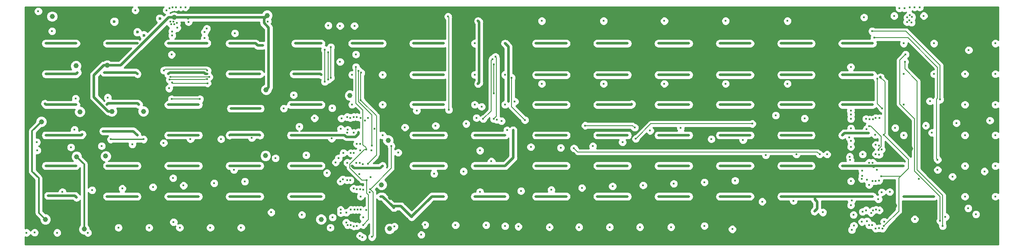
<source format=gbr>
G04 #@! TF.GenerationSoftware,KiCad,Pcbnew,(5.0.1-3-g963ef8bb5)*
G04 #@! TF.CreationDate,2019-06-17T09:36:16+02:00*
G04 #@! TF.ProjectId,cz19-badge,637A31392D62616467652E6B69636164,rev?*
G04 #@! TF.SameCoordinates,Original*
G04 #@! TF.FileFunction,Copper,L2,Inr,Plane*
G04 #@! TF.FilePolarity,Positive*
%FSLAX46Y46*%
G04 Gerber Fmt 4.6, Leading zero omitted, Abs format (unit mm)*
G04 Created by KiCad (PCBNEW (5.0.1-3-g963ef8bb5)) date 2019 June 17, Monday 09:36:16*
%MOMM*%
%LPD*%
G01*
G04 APERTURE LIST*
G04 #@! TA.AperFunction,ViaPad*
%ADD10C,0.450000*%
G04 #@! TD*
G04 #@! TA.AperFunction,ViaPad*
%ADD11C,1.000000*%
G04 #@! TD*
G04 #@! TA.AperFunction,ViaPad*
%ADD12C,0.600000*%
G04 #@! TD*
G04 #@! TA.AperFunction,Conductor*
%ADD13C,0.300000*%
G04 #@! TD*
G04 #@! TA.AperFunction,Conductor*
%ADD14C,0.500000*%
G04 #@! TD*
G04 #@! TA.AperFunction,Conductor*
%ADD15C,0.150000*%
G04 #@! TD*
G04 #@! TA.AperFunction,Conductor*
%ADD16C,0.250000*%
G04 #@! TD*
G04 #@! TA.AperFunction,Conductor*
%ADD17C,0.254000*%
G04 #@! TD*
G04 APERTURE END LIST*
D10*
G04 #@! TO.N,3V3*
X101800000Y-72900000D03*
X59600000Y-74800000D03*
X56900000Y-70900000D03*
X75900000Y-70700000D03*
X82500000Y-86000000D03*
X131000000Y-90400000D03*
X83000000Y-79400000D03*
X239000000Y-109500000D03*
X218600000Y-72100000D03*
X131900000Y-114700000D03*
G04 #@! TO.N,Net-(D1-Pad4)*
X143700000Y-89600000D03*
G04 #@! TO.N,GND*
X227500000Y-72700000D03*
X228000000Y-72000000D03*
X167600000Y-85100000D03*
D11*
X64300000Y-81600000D03*
X70400000Y-81500000D03*
X65050002Y-90600000D03*
X57525000Y-92558364D03*
X64400000Y-99400000D03*
X70100000Y-99300000D03*
X58300000Y-111700000D03*
X101500000Y-86300000D03*
X83500000Y-72100000D03*
D10*
X179500000Y-85100000D03*
X191500000Y-85100000D03*
X203600000Y-85100000D03*
X155500000Y-85100000D03*
D11*
X124100000Y-104900000D03*
X125400000Y-96200000D03*
X112300000Y-111700000D03*
X117900000Y-87400000D03*
X101400000Y-99200000D03*
D10*
X224500000Y-71800000D03*
X230300000Y-71800000D03*
D11*
X77500008Y-90500000D03*
D10*
X86200000Y-72300000D03*
X225500000Y-70300000D03*
X226500000Y-70300000D03*
X227900000Y-73100000D03*
X227000000Y-73000000D03*
X82600000Y-70300000D03*
X84000000Y-73200000D03*
X82000000Y-70700000D03*
X86300000Y-73000000D03*
X83500000Y-73400000D03*
X82900000Y-73400000D03*
X82800000Y-72900000D03*
X83400000Y-72900000D03*
D11*
X71300000Y-90500000D03*
X59621759Y-71921759D03*
D10*
X85700000Y-70100000D03*
X84800000Y-70100000D03*
D11*
X101721760Y-71721759D03*
D10*
X227527305Y-71627305D03*
X227532380Y-70124990D03*
X228500000Y-70124990D03*
X229500000Y-70124990D03*
X227077303Y-72077305D03*
X83900000Y-70100000D03*
X83200000Y-70100000D03*
X143000000Y-85100000D03*
X191500000Y-72800010D03*
X143000002Y-72800010D03*
X155500000Y-72800010D03*
X179500000Y-72800010D03*
X167600000Y-72800010D03*
X203600000Y-72800010D03*
D11*
X125700008Y-113500000D03*
X65900000Y-113600000D03*
D10*
G04 #@! TO.N,Net-(D10-Pad2)*
X109350000Y-99100000D03*
X116646446Y-98646446D03*
G04 #@! TO.N,Net-(D65-Pad4)*
X238350000Y-83200000D03*
X244300000Y-83200000D03*
X58350000Y-83200000D03*
X94350000Y-83200000D03*
X226350000Y-83200000D03*
X76300000Y-83200000D03*
X100300000Y-83200000D03*
X232300000Y-83200000D03*
X89950000Y-83150000D03*
X106900000Y-83200000D03*
X136300000Y-83350010D03*
X214350000Y-83350010D03*
X130350000Y-83350010D03*
X178350000Y-83350010D03*
X190350000Y-83350010D03*
X112300000Y-83350010D03*
X202350000Y-83350010D03*
X154350000Y-83350010D03*
X166350000Y-83350010D03*
X118350000Y-83350010D03*
X208300000Y-83350010D03*
X124300000Y-83350010D03*
X220300000Y-83350010D03*
X196300000Y-83350010D03*
X142350000Y-83350010D03*
X172300000Y-83350010D03*
X160300000Y-83350010D03*
X184300000Y-83350010D03*
X148300000Y-83350010D03*
X82344945Y-83213902D03*
X69800000Y-82900000D03*
X64600000Y-82900000D03*
X150200000Y-88575000D03*
G04 #@! TO.N,Net-(D100-Pad2)*
X118629926Y-105650000D03*
X73350000Y-105650000D03*
G04 #@! TO.N,Net-(D100-Pad4)*
X70350000Y-89200000D03*
X82350000Y-89200000D03*
X106350000Y-89200000D03*
X118350000Y-89200000D03*
X130350000Y-89200000D03*
X142350000Y-89200000D03*
X154350000Y-89200000D03*
X166350000Y-89200000D03*
X178350000Y-89200000D03*
X190350000Y-89200000D03*
X202350000Y-89200000D03*
X214350000Y-89200000D03*
X226350000Y-89200000D03*
X64300000Y-89200000D03*
X88300000Y-89200000D03*
X112300000Y-89200000D03*
X124300000Y-89200000D03*
X136300000Y-89200000D03*
X148300000Y-89200000D03*
X160300000Y-89200000D03*
X184300000Y-89200000D03*
X196300000Y-89200000D03*
X208300000Y-89200000D03*
X220300000Y-89200000D03*
X238350000Y-89200000D03*
X244300000Y-89200000D03*
X76600000Y-89200000D03*
X58199990Y-89000000D03*
X94599998Y-89949990D03*
X100399998Y-89949990D03*
X231500000Y-88500000D03*
X173100000Y-89074988D03*
G04 #@! TO.N,Net-(D121-Pad2)*
X199350000Y-99100000D03*
X215900000Y-99999998D03*
G04 #@! TO.N,Net-(D122-Pad2)*
X215800000Y-99400000D03*
X205350000Y-98950010D03*
G04 #@! TO.N,Net-(D123-Pad2)*
X211350000Y-98950012D03*
X218322512Y-98950010D03*
G04 #@! TO.N,Net-(D124-Pad2)*
X218225002Y-102143202D03*
G04 #@! TO.N,Net-(D125-Pad2)*
X223625001Y-106300000D03*
X219600000Y-100574990D03*
G04 #@! TO.N,Net-(D126-Pad2)*
X229350000Y-103750000D03*
X220300000Y-100574990D03*
G04 #@! TO.N,Net-(D127-Pad2)*
X235900000Y-103300000D03*
X220900000Y-98900000D03*
G04 #@! TO.N,ESP_FLASH*
X88550000Y-88100000D03*
X83000000Y-88100000D03*
G04 #@! TO.N,ESP_EN*
X89900000Y-74300000D03*
X84100000Y-74150004D03*
G04 #@! TO.N,ESP_RX*
X89500000Y-76150000D03*
X83100000Y-75650008D03*
D12*
X80700000Y-72300000D03*
X77600000Y-75600000D03*
D10*
G04 #@! TO.N,ESP_TX*
X89500000Y-74950000D03*
X83100000Y-74849987D03*
D12*
X71800000Y-72900000D03*
X76300000Y-75000000D03*
D10*
G04 #@! TO.N,Net-(D128-Pad2)*
X221572380Y-98988040D03*
X242175001Y-102275009D03*
G04 #@! TO.N,Net-(D130-Pad2)*
X119915922Y-105751918D03*
X61625001Y-106300000D03*
G04 #@! TO.N,Net-(D131-Pad2)*
X119265721Y-105765721D03*
X67425001Y-105950000D03*
G04 #@! TO.N,Net-(D161-Pad4)*
X238350000Y-101200000D03*
X244300000Y-101200000D03*
X58350000Y-101200000D03*
X70350000Y-101200000D03*
X82350000Y-101200000D03*
X94350000Y-101200000D03*
X106350000Y-101200000D03*
X130350000Y-101200000D03*
X142350000Y-101200000D03*
X154350000Y-101200000D03*
X166350000Y-101200000D03*
X178350000Y-101200000D03*
X190350000Y-101200000D03*
X202350000Y-101200000D03*
X214350000Y-101200000D03*
X64300000Y-101200000D03*
X76300000Y-101200000D03*
X88300000Y-101200000D03*
X100300000Y-101200000D03*
X112300000Y-101200000D03*
X124300000Y-101200000D03*
X136300000Y-101200000D03*
X148300000Y-101200000D03*
X160300000Y-101200000D03*
X172300000Y-101200000D03*
X184300000Y-101200000D03*
X196300000Y-101200000D03*
X208300000Y-101200000D03*
X226350000Y-101200000D03*
X233000000Y-102000000D03*
X118349987Y-101199987D03*
X220500000Y-101400000D03*
X149900000Y-94200000D03*
D11*
G04 #@! TO.N,VCC*
X130220000Y-105525000D03*
X125900000Y-107400000D03*
X135700000Y-104800000D03*
X135700000Y-111200000D03*
X131600000Y-99400000D03*
X71038711Y-109525220D03*
X124000000Y-99500000D03*
X124992859Y-90277011D03*
X125717935Y-104004782D03*
X224616635Y-109033363D03*
X225525000Y-99900000D03*
X227699999Y-97800000D03*
X136100000Y-93650009D03*
X182100000Y-87600000D03*
X226300000Y-92100000D03*
X191600000Y-90900000D03*
X106350000Y-99300000D03*
X142750000Y-88000000D03*
X152022959Y-86679128D03*
X154500000Y-93900000D03*
X131800000Y-113200000D03*
X159700000Y-87900000D03*
D10*
G04 #@! TO.N,VUSB_SENSE*
X95400000Y-75200000D03*
X95200000Y-102000004D03*
G04 #@! TO.N,VBAT_SENSE*
X137300000Y-90200000D03*
X137141942Y-71950010D03*
G04 #@! TO.N,BTN_UP*
X82575002Y-84300001D03*
X70499996Y-87800000D03*
X64200000Y-88000000D03*
X89938768Y-84211934D03*
G04 #@! TO.N,BTN_DOWN*
X90024999Y-85000000D03*
X83100000Y-84900000D03*
G04 #@! TO.N,BTN_LEFT*
X56592706Y-96549813D03*
X64000000Y-94100000D03*
X90000000Y-82500000D03*
X81500000Y-82500000D03*
G04 #@! TO.N,BTN_RIGHT*
X71100000Y-96000000D03*
X77499994Y-96000000D03*
X90350000Y-83775010D03*
X82781945Y-83728492D03*
G04 #@! TO.N,BTN_A*
X220200002Y-74800000D03*
X233500000Y-88200000D03*
G04 #@! TO.N,BTN_B*
X220600000Y-76100000D03*
X233000000Y-100000000D03*
G04 #@! TO.N,Net-(D1-Pad1)*
X54600000Y-114300000D03*
X120400000Y-115200000D03*
G04 #@! TO.N,Net-(D1-Pad3)*
X56700000Y-98150000D03*
X119900000Y-98200000D03*
G04 #@! TO.N,Net-(D1-Pad2)*
X120496446Y-105903554D03*
X56175001Y-114274999D03*
G04 #@! TO.N,Net-(D130-Pad1)*
X60600000Y-114300000D03*
X119885494Y-114891297D03*
G04 #@! TO.N,Net-(D130-Pad3)*
X63300000Y-97550000D03*
X119900000Y-96900000D03*
G04 #@! TO.N,Net-(D131-Pad1)*
X119300000Y-113000000D03*
X66601990Y-114302321D03*
G04 #@! TO.N,Net-(D131-Pad3)*
X69300000Y-97300000D03*
X119300000Y-96900000D03*
G04 #@! TO.N,Net-(D100-Pad1)*
X72600000Y-113300000D03*
X118700593Y-113026957D03*
G04 #@! TO.N,Net-(D100-Pad3)*
X75300000Y-97000000D03*
X118674990Y-94693092D03*
G04 #@! TO.N,Net-(D101-Pad1)*
X78600000Y-113300000D03*
X118100000Y-112800000D03*
G04 #@! TO.N,Net-(D101-Pad3)*
X81450000Y-96700000D03*
X117499250Y-94115498D03*
G04 #@! TO.N,Net-(D101-Pad2)*
X79350000Y-105350000D03*
X118000000Y-104000000D03*
G04 #@! TO.N,Net-(D102-Pad1)*
X84600000Y-113300000D03*
X117499997Y-112800000D03*
G04 #@! TO.N,Net-(D102-Pad3)*
X86700000Y-95950000D03*
X117357560Y-94714722D03*
G04 #@! TO.N,Net-(D102-Pad2)*
X85350000Y-105050000D03*
X117400000Y-104000004D03*
G04 #@! TO.N,Net-(D103-Pad1)*
X90600000Y-113300000D03*
X117200000Y-112280382D03*
G04 #@! TO.N,Net-(D103-Pad3)*
X116129954Y-93954159D03*
X92700000Y-95950000D03*
G04 #@! TO.N,Net-(D103-Pad2)*
X91350000Y-104600000D03*
X116517799Y-103837612D03*
G04 #@! TO.N,Net-(D104-Pad1)*
X96600000Y-113300000D03*
X114100000Y-113300000D03*
G04 #@! TO.N,Net-(D104-Pad3)*
X98700000Y-95725010D03*
X114350010Y-95825010D03*
G04 #@! TO.N,Net-(D104-Pad2)*
X97350000Y-104250000D03*
X116081968Y-104249990D03*
G04 #@! TO.N,Net-(D105-Pad1)*
X102524999Y-110300000D03*
X116100000Y-109800000D03*
G04 #@! TO.N,Net-(D105-Pad3)*
X114434305Y-89864874D03*
X104974988Y-89949990D03*
G04 #@! TO.N,Net-(D105-Pad2)*
X103350000Y-99700000D03*
X115700000Y-99700000D03*
G04 #@! TO.N,Net-(D10-Pad1)*
X108524999Y-110800000D03*
X116118197Y-110418200D03*
G04 #@! TO.N,Net-(D10-Pad3)*
X116263735Y-91905719D03*
X111000000Y-91850000D03*
G04 #@! TO.N,Net-(D107-Pad1)*
X114524999Y-111300000D03*
X117200000Y-110378554D03*
G04 #@! TO.N,Net-(D107-Pad3)*
X117400000Y-91600000D03*
G04 #@! TO.N,Net-(D107-Pad2)*
X117400000Y-100575001D03*
X115141671Y-100499988D03*
G04 #@! TO.N,Net-(D108-Pad1)*
X120524999Y-111320723D03*
X118100000Y-109800000D03*
G04 #@! TO.N,Net-(D108-Pad3)*
X118000000Y-91775002D03*
X122700000Y-93950032D03*
G04 #@! TO.N,Net-(D108-Pad2)*
X122000000Y-103400000D03*
X118097415Y-98698899D03*
G04 #@! TO.N,Net-(D109-Pad1)*
X118824993Y-109800000D03*
X126632061Y-113095870D03*
G04 #@! TO.N,Net-(D109-Pad3)*
X118700000Y-91600000D03*
X128700000Y-93650021D03*
G04 #@! TO.N,Net-(D109-Pad2)*
X127350000Y-98600000D03*
X118700000Y-98700000D03*
G04 #@! TO.N,Net-(D110-Pad1)*
X119424996Y-109800000D03*
X132652713Y-112762348D03*
G04 #@! TO.N,Net-(D110-Pad3)*
X119300000Y-91600000D03*
X134700000Y-93350010D03*
G04 #@! TO.N,Net-(D110-Pad2)*
X134400000Y-102724999D03*
X119200000Y-100600000D03*
G04 #@! TO.N,Net-(D111-Pad1)*
X138600000Y-112800000D03*
X120024999Y-109800000D03*
G04 #@! TO.N,Net-(D111-Pad3)*
X119989091Y-91775104D03*
X140700000Y-92950010D03*
G04 #@! TO.N,Net-(D111-Pad2)*
X140175001Y-102274999D03*
X119885442Y-100631422D03*
G04 #@! TO.N,Net-(D112-Pad1)*
X144600000Y-112800000D03*
X121100000Y-109820702D03*
G04 #@! TO.N,Net-(D112-Pad3)*
X146700000Y-92150000D03*
X120900000Y-92300000D03*
G04 #@! TO.N,Net-(D112-Pad2)*
X145625001Y-100300000D03*
X120443598Y-100851596D03*
G04 #@! TO.N,Net-(D113-Pad1)*
X150900000Y-113100000D03*
X221500000Y-113400000D03*
G04 #@! TO.N,Net-(D113-Pad3)*
X153350000Y-97500000D03*
X221500000Y-97200000D03*
G04 #@! TO.N,Net-(D113-Pad2)*
X151425001Y-106100000D03*
X221500000Y-104100000D03*
G04 #@! TO.N,Net-(D114-Pad1)*
X220900000Y-113500000D03*
X157000000Y-113200000D03*
G04 #@! TO.N,Net-(D114-Pad3)*
X159200000Y-97650000D03*
X220900000Y-97100000D03*
G04 #@! TO.N,Net-(D114-Pad2)*
X157350000Y-105900000D03*
X220900000Y-104200000D03*
G04 #@! TO.N,Net-(D115-Pad1)*
X220200000Y-112824998D03*
X162800000Y-113200000D03*
G04 #@! TO.N,Net-(D115-Pad3)*
X165500000Y-97350000D03*
X220800000Y-95125010D03*
G04 #@! TO.N,Net-(D115-Pad2)*
X163350000Y-105500000D03*
X220300000Y-104200002D03*
G04 #@! TO.N,Net-(D116-Pad1)*
X219600000Y-112824998D03*
X168800000Y-113200000D03*
G04 #@! TO.N,Net-(D116-Pad3)*
X216024999Y-97450000D03*
X171300000Y-96550000D03*
G04 #@! TO.N,Net-(D116-Pad2)*
X169350000Y-105200000D03*
X219600000Y-104900000D03*
G04 #@! TO.N,Net-(D117-Pad1)*
X219200000Y-112020743D03*
X174700000Y-113200000D03*
G04 #@! TO.N,Net-(D117-Pad3)*
X176700000Y-94300000D03*
X219100000Y-94000000D03*
G04 #@! TO.N,Net-(D117-Pad2)*
X219203554Y-103903554D03*
X175350000Y-105000000D03*
G04 #@! TO.N,Net-(D118-Pad1)*
X218189947Y-112168274D03*
X180800000Y-113200000D03*
G04 #@! TO.N,Net-(D118-Pad3)*
X216024999Y-93830380D03*
X182700000Y-93800000D03*
G04 #@! TO.N,Net-(D118-Pad2)*
X218181788Y-103752898D03*
X181350000Y-104700000D03*
G04 #@! TO.N,Net-(D119-Pad1)*
X216596446Y-112903554D03*
X187350000Y-112950000D03*
G04 #@! TO.N,Net-(D119-Pad3)*
X215700000Y-95600004D03*
X188700000Y-95949992D03*
G04 #@! TO.N,Net-(D119-Pad2)*
X218225583Y-103154497D03*
X187350000Y-104400000D03*
G04 #@! TO.N,Net-(D120-Pad1)*
X216200000Y-113750000D03*
X192800000Y-113600000D03*
G04 #@! TO.N,Net-(D120-Pad3)*
X216025861Y-96295639D03*
X194900000Y-96150000D03*
G04 #@! TO.N,Net-(D120-Pad2)*
X216024999Y-104200000D03*
X193350000Y-104100000D03*
G04 #@! TO.N,Net-(D121-Pad1)*
X216024999Y-108900000D03*
X198650000Y-108200000D03*
G04 #@! TO.N,Net-(D121-Pad3)*
X216024999Y-91100000D03*
X201300000Y-91300000D03*
G04 #@! TO.N,Net-(D122-Pad1)*
X216171447Y-107971446D03*
X204784980Y-108050000D03*
G04 #@! TO.N,Net-(D122-Pad3)*
X216024999Y-92000000D03*
X206950000Y-91900000D03*
G04 #@! TO.N,Net-(D123-Pad1)*
X210524999Y-110300000D03*
X218300000Y-110200000D03*
G04 #@! TO.N,Net-(D123-Pad3)*
X216000000Y-90400000D03*
G04 #@! TO.N,Net-(D124-Pad1)*
X216524999Y-110800000D03*
X219000000Y-109899999D03*
G04 #@! TO.N,Net-(D124-Pad3)*
X219000000Y-92000000D03*
G04 #@! TO.N,Net-(D125-Pad1)*
X222524999Y-112124999D03*
X219973404Y-110400949D03*
G04 #@! TO.N,Net-(D125-Pad3)*
X219700000Y-92100000D03*
X224700000Y-93750000D03*
G04 #@! TO.N,Net-(D126-Pad1)*
X228524999Y-111650000D03*
X220369546Y-109950306D03*
G04 #@! TO.N,Net-(D126-Pad3)*
X230700000Y-93300000D03*
X220334085Y-92099386D03*
G04 #@! TO.N,Net-(D127-Pad1)*
X234524999Y-111200000D03*
X220949505Y-109783900D03*
G04 #@! TO.N,Net-(D127-Pad3)*
X236700000Y-92800000D03*
X220900000Y-91800002D03*
G04 #@! TO.N,Net-(D128-Pad1)*
X240524999Y-110700000D03*
X221600000Y-109900000D03*
G04 #@! TO.N,Net-(D128-Pad3)*
X243250010Y-92300000D03*
X221600000Y-91800000D03*
G04 #@! TO.N,Net-(D33-Pad4)*
X239100000Y-78500000D03*
X100900002Y-77600000D03*
X107200000Y-77200000D03*
X64300000Y-77200000D03*
X76300000Y-77200000D03*
X244300000Y-77200000D03*
X232300000Y-77200000D03*
X220300000Y-77200000D03*
X208300000Y-77200000D03*
X196300000Y-77200000D03*
X184300000Y-77200000D03*
X172300000Y-77200000D03*
X160300000Y-77200000D03*
X124300000Y-77200000D03*
X136300000Y-77200000D03*
X148300000Y-77200000D03*
X112300000Y-77200000D03*
X89950000Y-77150000D03*
X142350000Y-77200000D03*
X214350000Y-77200000D03*
X130350000Y-77200000D03*
X154350000Y-77200000D03*
X190350000Y-77200000D03*
X166350000Y-77200000D03*
X70350000Y-77200000D03*
X94350000Y-77200000D03*
X226350000Y-77200000D03*
X202350000Y-77200000D03*
X82350000Y-77200000D03*
X118350000Y-77200000D03*
X58350000Y-77200000D03*
X178350000Y-77200000D03*
X149000000Y-88575000D03*
G04 #@! TO.N,Net-(D129-Pad4)*
X58350000Y-95200000D03*
X82350000Y-95200000D03*
X94350000Y-95200000D03*
X106350000Y-95200000D03*
X130350000Y-95200000D03*
X142350000Y-95200000D03*
X154350000Y-95200000D03*
X166350000Y-95200000D03*
X178350000Y-95200000D03*
X190350000Y-95200000D03*
X202350000Y-95200000D03*
X214350000Y-95200000D03*
X226350000Y-95200000D03*
X76300000Y-95200000D03*
X88300000Y-95200000D03*
X100300000Y-95200000D03*
X112300000Y-95200000D03*
X124300000Y-95200000D03*
X136300000Y-95200000D03*
X148300000Y-95200000D03*
X160300000Y-95200000D03*
X172300000Y-95200000D03*
X184300000Y-95200000D03*
X196300000Y-95200000D03*
X208300000Y-95200000D03*
X238350000Y-95200000D03*
X244300000Y-95200000D03*
X219499994Y-94800000D03*
X231900000Y-94700000D03*
X65500000Y-95000000D03*
X69600000Y-94400000D03*
X119600024Y-94600000D03*
G04 #@! TO.N,Net-(D193-Pad4)*
X238350000Y-107200000D03*
X244300000Y-107200000D03*
X70350000Y-107200000D03*
X82350000Y-107200000D03*
X94350000Y-107200000D03*
X106350000Y-107200000D03*
X142350000Y-107200000D03*
X154350000Y-107200000D03*
X166350000Y-107200000D03*
X178350000Y-107200000D03*
X190350000Y-107200000D03*
X202350000Y-107200000D03*
X214350000Y-107200000D03*
X226350000Y-107200000D03*
X76300000Y-107200000D03*
X88300000Y-107200000D03*
X100300000Y-107200000D03*
X112300000Y-107200000D03*
X136300000Y-107200000D03*
X148300000Y-107200000D03*
X160300000Y-107200000D03*
X172300000Y-107200000D03*
X184300000Y-107200000D03*
X196300000Y-107200000D03*
X220300000Y-107200000D03*
X232300000Y-107200000D03*
X58825040Y-107050000D03*
X208900000Y-110100000D03*
X123900000Y-107200000D03*
X120000000Y-107199992D03*
X64400001Y-107400003D03*
X148700000Y-94200000D03*
X130000000Y-111200000D03*
G04 #@! TO.N,Net-(D225-Pad4)*
X147600000Y-92400000D03*
X148300000Y-113000000D03*
G04 #@! TO.N,Net-(Q3-Pad3)*
X83400000Y-112215020D03*
X83300000Y-103600000D03*
G04 #@! TO.N,SDA*
X226725002Y-79349999D03*
X233500000Y-112000000D03*
X119100000Y-79349999D03*
X118800000Y-73749990D03*
G04 #@! TO.N,SCL*
X226600000Y-80800000D03*
X234000000Y-113000000D03*
X116000000Y-80800000D03*
X116000000Y-73749990D03*
G04 #@! TO.N,G0*
X113700000Y-78899998D03*
X113700000Y-84300000D03*
X119800000Y-102800000D03*
X113400000Y-102600000D03*
X113700000Y-73700000D03*
G04 #@! TO.N,R1*
X143400000Y-106300000D03*
X121799991Y-106400066D03*
G04 #@! TO.N,HUB75_OE*
X222171446Y-89971446D03*
X221200000Y-84100000D03*
X222024999Y-98000000D03*
X221100000Y-102000000D03*
X120062660Y-88315375D03*
X121443609Y-100800000D03*
X221400000Y-107725010D03*
X149600000Y-83900000D03*
X152200000Y-92212017D03*
X120100000Y-82950010D03*
G04 #@! TO.N,HUB75_LAT*
X216000000Y-81800000D03*
X219600000Y-93400000D03*
X222084764Y-106362051D03*
X221435593Y-98112268D03*
X121100000Y-98000000D03*
X119100000Y-81800000D03*
X120500000Y-112779284D03*
X222191505Y-113499319D03*
X121200000Y-104000004D03*
G04 #@! TO.N,CLK*
X122225002Y-97200000D03*
X122225002Y-115128292D03*
X126023539Y-97300000D03*
X222000000Y-103200000D03*
X222508703Y-112985494D03*
X121881006Y-105805548D03*
X222482572Y-95125010D03*
X221800000Y-83825000D03*
X119623263Y-82550010D03*
G04 #@! TO.N,HUB75_R0*
X113000000Y-78449997D03*
X113000000Y-84700000D03*
G04 #@! TO.N,G1*
X143400000Y-98200000D03*
X122100010Y-98200000D03*
X209900000Y-98950000D03*
X161800000Y-97750000D03*
G04 #@! TO.N,B1*
X121474410Y-91831518D03*
X196700000Y-92949999D03*
X173900000Y-95900000D03*
X142700000Y-91800000D03*
G04 #@! TO.N,B0*
X114200000Y-77900000D03*
X114200000Y-83900000D03*
G04 #@! TO.N,C*
X146100000Y-81300000D03*
X146100000Y-87000000D03*
G04 #@! TO.N,A*
X146400000Y-79800000D03*
X146100000Y-92000000D03*
G04 #@! TO.N,B*
X145850000Y-80300000D03*
X144024999Y-92000000D03*
G04 #@! TO.N,Net-(R33-Pad2)*
X108000000Y-93500000D03*
X106900000Y-87300000D03*
G04 #@! TO.N,GND_PROT*
X164000000Y-93300000D03*
X173700000Y-93700000D03*
G04 #@! TD*
D13*
G04 #@! TO.N,GND*
X57000000Y-110400000D02*
X57000000Y-103600000D01*
X58300000Y-111700000D02*
X57000000Y-110400000D01*
X57000000Y-103600000D02*
X55700000Y-102300000D01*
X55700000Y-94383364D02*
X57500000Y-92583364D01*
X55700000Y-102300000D02*
X55700000Y-94383364D01*
D14*
X71107106Y-81500000D02*
X70400000Y-81500000D01*
X73000000Y-81500000D02*
X71107106Y-81500000D01*
X82400000Y-72100000D02*
X73000000Y-81500000D01*
X83500000Y-72100000D02*
X82400000Y-72100000D01*
X70400000Y-81500000D02*
X69692894Y-81500000D01*
X69692894Y-81500000D02*
X67800000Y-83392894D01*
X67800000Y-83392894D02*
X67800000Y-87707106D01*
X70592894Y-90500000D02*
X71300000Y-90500000D01*
X67800000Y-87707106D02*
X70592894Y-90500000D01*
X101999999Y-85800001D02*
X101999999Y-74099001D01*
X101221761Y-72221758D02*
X101721760Y-71721759D01*
X101999999Y-74099001D02*
X101124999Y-73224001D01*
X101124999Y-73224001D02*
X101124999Y-72318520D01*
X83500000Y-72100000D02*
X101343519Y-72100000D01*
X101500000Y-86300000D02*
X101999999Y-85800001D01*
X101124999Y-72318520D02*
X101221761Y-72221758D01*
X101343519Y-72100000D02*
X101721760Y-71721759D01*
X143000000Y-85100000D02*
X143224999Y-84875001D01*
X143224999Y-73025007D02*
X143000002Y-72800010D01*
X143224999Y-84875001D02*
X143224999Y-73025007D01*
D13*
X64400000Y-99400000D02*
X65900000Y-100900000D01*
X65900000Y-100900000D02*
X65900000Y-112892894D01*
X65900000Y-112892894D02*
X65900000Y-113600000D01*
D14*
G04 #@! TO.N,Net-(D65-Pad4)*
X94350000Y-83200000D02*
X100300000Y-83200000D01*
X202350000Y-83350010D02*
X202668198Y-83350010D01*
X130350000Y-83350010D02*
X130668198Y-83350010D01*
X166668198Y-83350010D02*
X172300000Y-83350010D01*
X190350000Y-83350010D02*
X190668198Y-83350010D01*
X154668198Y-83350010D02*
X160300000Y-83350010D01*
X214668198Y-83350010D02*
X220300000Y-83350010D01*
X202668198Y-83350010D02*
X208300000Y-83350010D01*
X106900000Y-83200000D02*
X112149990Y-83200000D01*
X214350000Y-83350010D02*
X214668198Y-83350010D01*
X178350000Y-83350010D02*
X178668198Y-83350010D01*
X112149990Y-83200000D02*
X112300000Y-83350010D01*
X190668198Y-83350010D02*
X196300000Y-83350010D01*
X130668198Y-83350010D02*
X136300000Y-83350010D01*
X166350000Y-83350010D02*
X166668198Y-83350010D01*
X178668198Y-83350010D02*
X184300000Y-83350010D01*
X154350000Y-83350010D02*
X154668198Y-83350010D01*
X70118198Y-82900000D02*
X69800000Y-82900000D01*
X76300000Y-83200000D02*
X76000000Y-82900000D01*
X76000000Y-82900000D02*
X70118198Y-82900000D01*
X58350000Y-83200000D02*
X64300000Y-83200000D01*
X64300000Y-83200000D02*
X64375001Y-83124999D01*
X64375001Y-83124999D02*
X64600000Y-82900000D01*
X82658847Y-82900000D02*
X82344945Y-83213902D01*
X89631802Y-83150000D02*
X89381802Y-82900000D01*
X89950000Y-83150000D02*
X89631802Y-83150000D01*
X89381802Y-82900000D02*
X82658847Y-82900000D01*
G04 #@! TO.N,Net-(D100-Pad4)*
X82350000Y-89200000D02*
X88300000Y-89200000D01*
X106350000Y-89200000D02*
X112300000Y-89200000D01*
X130350000Y-89200000D02*
X136300000Y-89200000D01*
X154350000Y-89200000D02*
X160300000Y-89200000D01*
X178350000Y-89200000D02*
X184300000Y-89200000D01*
X190350000Y-89200000D02*
X196300000Y-89200000D01*
X202350000Y-89200000D02*
X208300000Y-89200000D01*
X214350000Y-89200000D02*
X220300000Y-89200000D01*
X64300000Y-89200000D02*
X58399990Y-89200000D01*
X58399990Y-89200000D02*
X58199990Y-89000000D01*
X94599998Y-89949990D02*
X94918196Y-89949990D01*
X94918196Y-89949990D02*
X100399998Y-89949990D01*
X76375001Y-88975001D02*
X76600000Y-89200000D01*
X70574999Y-88975001D02*
X76375001Y-88975001D01*
X70350000Y-89200000D02*
X70574999Y-88975001D01*
X166350000Y-89200000D02*
X172300000Y-89200000D01*
X172300000Y-89200000D02*
X172974988Y-89200000D01*
X172974988Y-89200000D02*
X173100000Y-89074988D01*
D15*
G04 #@! TO.N,ESP_FLASH*
X88550000Y-88100000D02*
X83000000Y-88100000D01*
D14*
G04 #@! TO.N,Net-(D161-Pad4)*
X58350000Y-101200000D02*
X64300000Y-101200000D01*
X70350000Y-101200000D02*
X76300000Y-101200000D01*
X82350000Y-101200000D02*
X88300000Y-101200000D01*
X106350000Y-101200000D02*
X112300000Y-101200000D01*
X130350000Y-101200000D02*
X136300000Y-101200000D01*
X142350000Y-101200000D02*
X148300000Y-101200000D01*
X154350000Y-101200000D02*
X160300000Y-101200000D01*
X166350000Y-101200000D02*
X172300000Y-101200000D01*
X178350000Y-101200000D02*
X184300000Y-101200000D01*
X190350000Y-101200000D02*
X196300000Y-101200000D01*
X202350000Y-101200000D02*
X208300000Y-101200000D01*
X220350000Y-101200000D02*
X226300000Y-101200000D01*
X99981802Y-101200000D02*
X100300000Y-101200000D01*
X94350000Y-101200000D02*
X99981802Y-101200000D01*
X124300000Y-101200000D02*
X123875004Y-101624996D01*
X118774996Y-101624996D02*
X118574986Y-101424986D01*
X123875004Y-101624996D02*
X118774996Y-101624996D01*
X118574986Y-101424986D02*
X118349987Y-101199987D01*
X214350000Y-101200000D02*
X220300000Y-101200000D01*
X220300000Y-101200000D02*
X220500000Y-101400000D01*
X149900000Y-99600000D02*
X148300000Y-101200000D01*
X149900000Y-94200000D02*
X149900000Y-99600000D01*
D15*
G04 #@! TO.N,VBAT_SENSE*
X137300000Y-72108068D02*
X137141942Y-71950010D01*
X137300000Y-90200000D02*
X137300000Y-72108068D01*
G04 #@! TO.N,BTN_UP*
X89620570Y-84211934D02*
X89938768Y-84211934D01*
X89532504Y-84300000D02*
X89620570Y-84211934D01*
X82575003Y-84300000D02*
X89532504Y-84300000D01*
X82575002Y-84300001D02*
X82575003Y-84300000D01*
G04 #@! TO.N,BTN_DOWN*
X83200000Y-85000000D02*
X83100000Y-84900000D01*
X90024999Y-85000000D02*
X83200000Y-85000000D01*
G04 #@! TO.N,BTN_LEFT*
X81724999Y-82275001D02*
X81500000Y-82500000D01*
X90000000Y-82500000D02*
X89775001Y-82275001D01*
X89775001Y-82275001D02*
X81724999Y-82275001D01*
D16*
G04 #@! TO.N,BTN_RIGHT*
X71418198Y-96000000D02*
X77499994Y-96000000D01*
X71100000Y-96000000D02*
X71418198Y-96000000D01*
D15*
X90350000Y-83775010D02*
X90303482Y-83728492D01*
X90303482Y-83728492D02*
X83100143Y-83728492D01*
X83100143Y-83728492D02*
X82781945Y-83728492D01*
G04 #@! TO.N,BTN_A*
X233500000Y-87881802D02*
X233500000Y-88200000D01*
X220200002Y-74800000D02*
X226800002Y-74800000D01*
X233500000Y-81499998D02*
X233500000Y-87881802D01*
X226800002Y-74800000D02*
X233500000Y-81499998D01*
G04 #@! TO.N,BTN_B*
X232775001Y-99775001D02*
X232775001Y-88158997D01*
X233000000Y-81900000D02*
X227200000Y-76100000D01*
X233000000Y-100000000D02*
X232775001Y-99775001D01*
X227200000Y-76100000D02*
X220918198Y-76100000D01*
X232775001Y-88158997D02*
X233000000Y-87933998D01*
X233000000Y-87933998D02*
X233000000Y-81900000D01*
X220918198Y-76100000D02*
X220600000Y-76100000D01*
D14*
G04 #@! TO.N,Net-(D33-Pad4)*
X94350000Y-77200000D02*
X99450000Y-77200000D01*
X99450000Y-77200000D02*
X99850000Y-77600000D01*
X99850000Y-77600000D02*
X100900002Y-77600000D01*
X112300000Y-77200000D02*
X107200000Y-77200000D01*
X89900000Y-77200000D02*
X89950000Y-77150000D01*
X82350000Y-77200000D02*
X89900000Y-77200000D01*
X214350000Y-77200000D02*
X220300000Y-77200000D01*
X202350000Y-77200000D02*
X208300000Y-77200000D01*
X190350000Y-77200000D02*
X196300000Y-77200000D01*
X178350000Y-77200000D02*
X184300000Y-77200000D01*
X166350000Y-77200000D02*
X172300000Y-77200000D01*
X154350000Y-77200000D02*
X160300000Y-77200000D01*
X130350000Y-77200000D02*
X136300000Y-77200000D01*
X118350000Y-77200000D02*
X124300000Y-77200000D01*
X70350000Y-77200000D02*
X76300000Y-77200000D01*
X58350000Y-77200000D02*
X64300000Y-77200000D01*
X148524999Y-77424999D02*
X148300000Y-77200000D01*
X148950010Y-88206812D02*
X148950010Y-77850010D01*
X148950010Y-77850010D02*
X148524999Y-77424999D01*
X149000000Y-88256802D02*
X148950010Y-88206812D01*
X149000000Y-88575000D02*
X149000000Y-88256802D01*
G04 #@! TO.N,Net-(D129-Pad4)*
X82350000Y-95200000D02*
X88300000Y-95200000D01*
X106350000Y-95200000D02*
X112300000Y-95200000D01*
X130350000Y-95200000D02*
X136300000Y-95200000D01*
X142350000Y-95200000D02*
X148300000Y-95200000D01*
X154350000Y-95200000D02*
X160300000Y-95200000D01*
X166350000Y-95200000D02*
X172300000Y-95200000D01*
X178350000Y-95200000D02*
X184300000Y-95200000D01*
X190350000Y-95200000D02*
X196300000Y-95200000D01*
X202350000Y-95200000D02*
X208300000Y-95200000D01*
X58350000Y-95200000D02*
X65300000Y-95200000D01*
X65300000Y-95200000D02*
X65500000Y-95000000D01*
X76300000Y-95200000D02*
X75500000Y-94400000D01*
X75500000Y-94400000D02*
X69918198Y-94400000D01*
X69918198Y-94400000D02*
X69600000Y-94400000D01*
X100200000Y-95100000D02*
X100300000Y-95200000D01*
X94450000Y-95100000D02*
X100200000Y-95100000D01*
X94350000Y-95200000D02*
X94450000Y-95100000D01*
X119018222Y-95500000D02*
X119600024Y-94918198D01*
X112350000Y-95200000D02*
X116917836Y-95200000D01*
X116917836Y-95200000D02*
X117217836Y-95500000D01*
X117217836Y-95500000D02*
X119018222Y-95500000D01*
X119600024Y-94918198D02*
X119600024Y-94600000D01*
X219181796Y-94800000D02*
X219499994Y-94800000D01*
X214750000Y-94800000D02*
X219181796Y-94800000D01*
X214350000Y-95200000D02*
X214750000Y-94800000D01*
G04 #@! TO.N,Net-(D193-Pad4)*
X70350000Y-107200000D02*
X76300000Y-107200000D01*
X82350000Y-107200000D02*
X88300000Y-107200000D01*
X94350000Y-107200000D02*
X100300000Y-107200000D01*
X106350000Y-107200000D02*
X112300000Y-107200000D01*
X142350000Y-107200000D02*
X148300000Y-107200000D01*
X154350000Y-107200000D02*
X160300000Y-107200000D01*
X166350000Y-107200000D02*
X172300000Y-107200000D01*
X178350000Y-107200000D02*
X184300000Y-107200000D01*
X190350000Y-107200000D02*
X196300000Y-107200000D01*
X202350000Y-107200000D02*
X208300000Y-107200000D01*
X214350000Y-107200000D02*
X220300000Y-107200000D01*
X226350000Y-107200000D02*
X232300000Y-107200000D01*
X126250000Y-109100000D02*
X126550000Y-109400000D01*
X208350000Y-107200000D02*
X209000000Y-107200000D01*
X209000000Y-107200000D02*
X214300000Y-107200000D01*
X209400000Y-109600000D02*
X208900000Y-110100000D01*
X209400000Y-108200000D02*
X209400000Y-109600000D01*
X209000000Y-107800000D02*
X209400000Y-108200000D01*
X209000000Y-107200000D02*
X209000000Y-107800000D01*
X124350000Y-107200000D02*
X126250000Y-109100000D01*
X123900000Y-107200000D02*
X124350000Y-107200000D01*
X58825040Y-107050000D02*
X64049998Y-107050000D01*
X64049998Y-107050000D02*
X64175002Y-107175004D01*
X64175002Y-107175004D02*
X64400001Y-107400003D01*
X130224999Y-110975001D02*
X130000000Y-111200000D01*
X134000000Y-107200000D02*
X130224999Y-110975001D01*
X129775001Y-110975001D02*
X130000000Y-111200000D01*
X136300000Y-107200000D02*
X134000000Y-107200000D01*
X126250000Y-109100000D02*
X127900000Y-109100000D01*
X127900000Y-109100000D02*
X129775001Y-110975001D01*
D15*
G04 #@! TO.N,SDA*
X225575001Y-80500000D02*
X226725002Y-79349999D01*
X225575001Y-89091003D02*
X225575001Y-80500000D01*
X228475000Y-91991002D02*
X225575001Y-89091003D01*
X228475000Y-102208998D02*
X228475000Y-91991002D01*
X233500000Y-107233998D02*
X228475000Y-102208998D01*
X233500000Y-112000000D02*
X233500000Y-107233998D01*
G04 #@! TO.N,SCL*
X234000000Y-107000000D02*
X234000000Y-113000000D01*
X229000000Y-84600000D02*
X229000000Y-102000000D01*
X226600000Y-82200000D02*
X229000000Y-84600000D01*
X229000000Y-102000000D02*
X234000000Y-107000000D01*
X226600000Y-80800000D02*
X226600000Y-82200000D01*
G04 #@! TO.N,G0*
X113700000Y-78899998D02*
X113700000Y-84300000D01*
G04 #@! TO.N,HUB75_OE*
X222171446Y-89971446D02*
X221200000Y-89000000D01*
X221200000Y-84100000D02*
X221200000Y-89000000D01*
X121668608Y-100575001D02*
X121443609Y-100800000D01*
X123150001Y-91402716D02*
X123150001Y-99093608D01*
X123150001Y-99093608D02*
X121668608Y-100575001D01*
X120062660Y-88315375D02*
X123150001Y-91402716D01*
X149600000Y-89612017D02*
X152200000Y-92212017D01*
X149600000Y-83900000D02*
X149600000Y-89612017D01*
X120062660Y-88315375D02*
X120062660Y-82987350D01*
X120062660Y-82987350D02*
X120100000Y-82950010D01*
G04 #@! TO.N,HUB75_LAT*
X222049999Y-106396816D02*
X222084764Y-106362051D01*
X120449999Y-97031801D02*
X120449999Y-90249999D01*
X121100000Y-97681802D02*
X120449999Y-97031801D01*
X121100000Y-98000000D02*
X121100000Y-97681802D01*
X119100000Y-88900000D02*
X119100000Y-81800000D01*
X120449999Y-90249999D02*
X119100000Y-88900000D01*
X219918198Y-93400000D02*
X219600000Y-93400000D01*
X222002501Y-95484303D02*
X219918198Y-93400000D01*
X222002501Y-97363501D02*
X222002501Y-95484303D01*
X221435593Y-97930409D02*
X222002501Y-97363501D01*
X221435593Y-98112268D02*
X221435593Y-97930409D01*
X121200000Y-106566002D02*
X121200000Y-104318202D01*
X121550001Y-106916003D02*
X121200000Y-106566002D01*
X121200000Y-104318202D02*
X121200000Y-104000004D01*
X121550001Y-111729283D02*
X121550001Y-106916003D01*
X120500000Y-112779284D02*
X121550001Y-111729283D01*
X120781802Y-98000000D02*
X117874980Y-100906822D01*
X117874980Y-101593178D02*
X120281806Y-104000004D01*
X117874980Y-100906822D02*
X117874980Y-101593178D01*
X120281806Y-104000004D02*
X120881802Y-104000004D01*
X121100000Y-98000000D02*
X120781802Y-98000000D01*
X120881802Y-104000004D02*
X121200000Y-104000004D01*
G04 #@! TO.N,CLK*
X222000000Y-103200000D02*
X225800000Y-103200000D01*
X225800000Y-103200000D02*
X225900000Y-103100000D01*
X225400000Y-110094197D02*
X222733702Y-112760495D01*
X225400000Y-103600000D02*
X225400000Y-110094197D01*
X222733702Y-112760495D02*
X222508703Y-112985494D01*
X225900000Y-103100000D02*
X225400000Y-103600000D01*
X122106005Y-105580549D02*
X121881006Y-105805548D01*
X126023539Y-97300000D02*
X126023539Y-101663015D01*
X126023539Y-101663015D02*
X122106005Y-105580549D01*
X122450001Y-114903293D02*
X122450001Y-106374543D01*
X122225002Y-115128292D02*
X122450001Y-114903293D01*
X122450001Y-106374543D02*
X122106005Y-106030547D01*
X122106005Y-106030547D02*
X121881006Y-105805548D01*
X222707571Y-95350009D02*
X222482572Y-95125010D01*
X222707571Y-94900011D02*
X222482572Y-95125010D01*
X222707571Y-84707571D02*
X222707571Y-94900011D01*
X227300000Y-101700000D02*
X227300000Y-99942438D01*
X225900000Y-103100000D02*
X227300000Y-101700000D01*
X227300000Y-99942438D02*
X222707571Y-95350009D01*
D14*
X221800000Y-83800000D02*
X221800000Y-83825000D01*
D15*
X221800000Y-83825000D02*
X222707571Y-84707571D01*
X119600000Y-82891471D02*
X119623263Y-82868208D01*
X122225002Y-97200000D02*
X122225002Y-91225002D01*
X119600000Y-88600000D02*
X119600000Y-82891471D01*
X119623263Y-82868208D02*
X119623263Y-82550010D01*
X122225002Y-91225002D02*
X119600000Y-88600000D01*
G04 #@! TO.N,HUB75_R0*
X113000000Y-78449997D02*
X113000000Y-84700000D01*
G04 #@! TO.N,G1*
X162550009Y-98500009D02*
X161800000Y-97750000D01*
X209450009Y-98500009D02*
X162550009Y-98500009D01*
X209900000Y-98950000D02*
X209450009Y-98500009D01*
G04 #@! TO.N,B1*
X196700000Y-92949999D02*
X181000000Y-92949999D01*
X181000000Y-92949999D02*
X179200002Y-92949999D01*
X174124999Y-95675001D02*
X173900000Y-95900000D01*
X181000000Y-92949999D02*
X176850001Y-92949999D01*
X176850001Y-92949999D02*
X174124999Y-95675001D01*
G04 #@! TO.N,B0*
X114200000Y-77900000D02*
X114200000Y-83900000D01*
G04 #@! TO.N,C*
X146100000Y-81300000D02*
X146100000Y-87000000D01*
G04 #@! TO.N,A*
X146624999Y-91475001D02*
X146100000Y-92000000D01*
X146624999Y-80024999D02*
X146624999Y-91475001D01*
X146400000Y-79800000D02*
X146624999Y-80024999D01*
G04 #@! TO.N,B*
X145600000Y-90424999D02*
X144024999Y-92000000D01*
X145600000Y-80550000D02*
X145600000Y-90424999D01*
X145850000Y-80300000D02*
X145600000Y-80550000D01*
G04 #@! TO.N,GND_PROT*
X173300000Y-93300000D02*
X173700000Y-93700000D01*
X164000000Y-93300000D02*
X173300000Y-93300000D01*
G04 #@! TD*
D17*
G04 #@! TO.N,VCC*
G36*
X75170928Y-70212849D02*
X75040000Y-70528935D01*
X75040000Y-70871065D01*
X75170928Y-71187151D01*
X75412849Y-71429072D01*
X75728935Y-71560000D01*
X76071065Y-71560000D01*
X76387151Y-71429072D01*
X76629072Y-71187151D01*
X76760000Y-70871065D01*
X76760000Y-70528935D01*
X76629072Y-70212849D01*
X76426223Y-70010000D01*
X81473777Y-70010000D01*
X81270928Y-70212849D01*
X81140000Y-70528935D01*
X81140000Y-70871065D01*
X81270928Y-71187151D01*
X81512849Y-71429072D01*
X81725159Y-71517014D01*
X81712577Y-71535844D01*
X81485356Y-71763066D01*
X81229635Y-71507345D01*
X80885983Y-71365000D01*
X80514017Y-71365000D01*
X80170365Y-71507345D01*
X79907345Y-71770365D01*
X79765000Y-72114017D01*
X79765000Y-72485983D01*
X79907345Y-72829635D01*
X80163066Y-73085356D01*
X78285356Y-74963066D01*
X78129635Y-74807345D01*
X77785983Y-74665000D01*
X77414017Y-74665000D01*
X77208531Y-74750115D01*
X77092655Y-74470365D01*
X76829635Y-74207345D01*
X76485983Y-74065000D01*
X76114017Y-74065000D01*
X75770365Y-74207345D01*
X75507345Y-74470365D01*
X75365000Y-74814017D01*
X75365000Y-75185983D01*
X75507345Y-75529635D01*
X75770365Y-75792655D01*
X76114017Y-75935000D01*
X76485983Y-75935000D01*
X76691469Y-75849885D01*
X76807345Y-76129635D01*
X76963066Y-76285356D01*
X76787239Y-76461182D01*
X76645310Y-76366348D01*
X76387165Y-76315000D01*
X70262835Y-76315000D01*
X70004690Y-76366348D01*
X69711951Y-76561951D01*
X69516348Y-76854690D01*
X69447662Y-77200000D01*
X69516348Y-77545310D01*
X69711951Y-77838049D01*
X70004690Y-78033652D01*
X70262835Y-78085000D01*
X75163422Y-78085000D01*
X72633422Y-80615000D01*
X71120133Y-80615000D01*
X71042926Y-80537793D01*
X70625766Y-80365000D01*
X70174234Y-80365000D01*
X69757074Y-80537793D01*
X69696489Y-80598378D01*
X69692893Y-80597663D01*
X69605733Y-80615000D01*
X69605729Y-80615000D01*
X69347584Y-80666348D01*
X69252212Y-80730074D01*
X69128739Y-80812576D01*
X69128738Y-80812577D01*
X69054845Y-80861951D01*
X69005471Y-80935844D01*
X67235847Y-82705469D01*
X67161951Y-82754845D01*
X66966348Y-83047585D01*
X66915000Y-83305730D01*
X66915000Y-83305733D01*
X66897663Y-83392894D01*
X66915000Y-83480055D01*
X66915001Y-87619941D01*
X66897663Y-87707106D01*
X66966348Y-88052415D01*
X67112576Y-88271260D01*
X67112578Y-88271262D01*
X67161952Y-88345155D01*
X67235845Y-88394529D01*
X69905471Y-91064156D01*
X69954845Y-91138049D01*
X70028738Y-91187423D01*
X70028739Y-91187424D01*
X70216450Y-91312849D01*
X70247584Y-91333652D01*
X70505729Y-91385000D01*
X70505733Y-91385000D01*
X70592894Y-91402337D01*
X70596489Y-91401622D01*
X70657074Y-91462207D01*
X71074234Y-91635000D01*
X71525766Y-91635000D01*
X71942926Y-91462207D01*
X72262207Y-91142926D01*
X72435000Y-90725766D01*
X72435000Y-90274234D01*
X72263419Y-89860001D01*
X76008423Y-89860001D01*
X76035846Y-89887424D01*
X76254691Y-90033652D01*
X76448677Y-90072238D01*
X76365008Y-90274234D01*
X76365008Y-90725766D01*
X76537801Y-91142926D01*
X76857082Y-91462207D01*
X77274242Y-91635000D01*
X77725774Y-91635000D01*
X78142934Y-91462207D01*
X78462215Y-91142926D01*
X78635008Y-90725766D01*
X78635008Y-90274234D01*
X78462215Y-89857074D01*
X78142934Y-89537793D01*
X77725774Y-89365000D01*
X77469517Y-89365000D01*
X77502337Y-89200000D01*
X81447662Y-89200000D01*
X81516348Y-89545310D01*
X81711951Y-89838049D01*
X82004690Y-90033652D01*
X82262835Y-90085000D01*
X88387165Y-90085000D01*
X88645310Y-90033652D01*
X88770518Y-89949990D01*
X93697660Y-89949990D01*
X93766346Y-90295300D01*
X93961949Y-90588039D01*
X94254688Y-90783642D01*
X94512833Y-90834990D01*
X100487163Y-90834990D01*
X100745308Y-90783642D01*
X101038047Y-90588039D01*
X101233650Y-90295300D01*
X101302336Y-89949990D01*
X101268310Y-89778925D01*
X104114988Y-89778925D01*
X104114988Y-90121055D01*
X104245916Y-90437141D01*
X104487837Y-90679062D01*
X104803923Y-90809990D01*
X105146053Y-90809990D01*
X105462139Y-90679062D01*
X105704060Y-90437141D01*
X105834988Y-90121055D01*
X105834988Y-89920260D01*
X106004690Y-90033652D01*
X106262835Y-90085000D01*
X112387165Y-90085000D01*
X112645310Y-90033652D01*
X112938049Y-89838049D01*
X113034427Y-89693809D01*
X113574305Y-89693809D01*
X113574305Y-90035939D01*
X113705233Y-90352025D01*
X113947154Y-90593946D01*
X114263240Y-90724874D01*
X114605370Y-90724874D01*
X114921456Y-90593946D01*
X115163377Y-90352025D01*
X115294305Y-90035939D01*
X115294305Y-89693809D01*
X115163377Y-89377723D01*
X114921456Y-89135802D01*
X114605370Y-89004874D01*
X114263240Y-89004874D01*
X113947154Y-89135802D01*
X113705233Y-89377723D01*
X113574305Y-89693809D01*
X113034427Y-89693809D01*
X113133652Y-89545310D01*
X113202338Y-89200000D01*
X113133652Y-88854690D01*
X112938049Y-88561951D01*
X112645310Y-88366348D01*
X112387165Y-88315000D01*
X106262835Y-88315000D01*
X106004690Y-88366348D01*
X105711951Y-88561951D01*
X105516348Y-88854690D01*
X105447662Y-89200000D01*
X105450897Y-89216261D01*
X105146053Y-89089990D01*
X104803923Y-89089990D01*
X104487837Y-89220918D01*
X104245916Y-89462839D01*
X104114988Y-89778925D01*
X101268310Y-89778925D01*
X101233650Y-89604680D01*
X101038047Y-89311941D01*
X100745308Y-89116338D01*
X100487163Y-89064990D01*
X94512833Y-89064990D01*
X94254688Y-89116338D01*
X93961949Y-89311941D01*
X93766346Y-89604680D01*
X93697660Y-89949990D01*
X88770518Y-89949990D01*
X88938049Y-89838049D01*
X89133652Y-89545310D01*
X89202338Y-89200000D01*
X89133652Y-88854690D01*
X89084738Y-88781485D01*
X89279072Y-88587151D01*
X89410000Y-88271065D01*
X89410000Y-87928935D01*
X89279072Y-87612849D01*
X89037151Y-87370928D01*
X88721065Y-87240000D01*
X88378935Y-87240000D01*
X88062849Y-87370928D01*
X88043777Y-87390000D01*
X83506223Y-87390000D01*
X83487151Y-87370928D01*
X83171065Y-87240000D01*
X82828935Y-87240000D01*
X82512849Y-87370928D01*
X82270928Y-87612849D01*
X82140000Y-87928935D01*
X82140000Y-88271065D01*
X82166164Y-88334229D01*
X82004690Y-88366348D01*
X81711951Y-88561951D01*
X81516348Y-88854690D01*
X81447662Y-89200000D01*
X77502337Y-89200000D01*
X77433652Y-88854691D01*
X77287424Y-88635846D01*
X77062426Y-88410848D01*
X77013050Y-88336952D01*
X76720311Y-88141349D01*
X76462166Y-88090001D01*
X76462162Y-88090001D01*
X76375001Y-88072664D01*
X76287840Y-88090001D01*
X71310731Y-88090001D01*
X71359996Y-87971065D01*
X71359996Y-87628935D01*
X71229068Y-87312849D01*
X70987147Y-87070928D01*
X70671061Y-86940000D01*
X70328931Y-86940000D01*
X70012845Y-87070928D01*
X69770924Y-87312849D01*
X69639996Y-87628935D01*
X69639996Y-87971065D01*
X69770924Y-88287151D01*
X69890397Y-88406624D01*
X69887574Y-88410848D01*
X69821447Y-88476975D01*
X68685000Y-87340528D01*
X68685000Y-83759472D01*
X69059601Y-83384872D01*
X69161951Y-83538049D01*
X69454690Y-83733652D01*
X69712835Y-83785000D01*
X75633422Y-83785000D01*
X75735846Y-83887424D01*
X75954691Y-84033651D01*
X76299999Y-84102337D01*
X76645309Y-84033651D01*
X76938049Y-83838049D01*
X77133651Y-83545309D01*
X77202337Y-83199999D01*
X77133651Y-82854691D01*
X76987424Y-82635846D01*
X76687425Y-82335847D01*
X76682807Y-82328935D01*
X80640000Y-82328935D01*
X80640000Y-82671065D01*
X80770928Y-82987151D01*
X81012849Y-83229072D01*
X81328935Y-83360000D01*
X81471668Y-83360000D01*
X81511293Y-83559211D01*
X81706896Y-83851951D01*
X81803106Y-83916236D01*
X81715002Y-84128936D01*
X81715002Y-84471066D01*
X81845930Y-84787152D01*
X82087851Y-85029073D01*
X82250515Y-85096451D01*
X82277397Y-85161348D01*
X82012849Y-85270928D01*
X81770928Y-85512849D01*
X81640000Y-85828935D01*
X81640000Y-86171065D01*
X81770928Y-86487151D01*
X82012849Y-86729072D01*
X82328935Y-86860000D01*
X82671065Y-86860000D01*
X82987151Y-86729072D01*
X83229072Y-86487151D01*
X83360000Y-86171065D01*
X83360000Y-85828935D01*
X83322603Y-85738652D01*
X83391775Y-85710000D01*
X89518776Y-85710000D01*
X89537848Y-85729072D01*
X89853934Y-85860000D01*
X90196064Y-85860000D01*
X90512150Y-85729072D01*
X90754071Y-85487151D01*
X90884999Y-85171065D01*
X90884999Y-84828935D01*
X90763138Y-84534739D01*
X90837151Y-84504082D01*
X91079072Y-84262161D01*
X91210000Y-83946075D01*
X91210000Y-83603945D01*
X91079072Y-83287859D01*
X90837151Y-83045938D01*
X90831144Y-83043450D01*
X90790464Y-82838938D01*
X90860000Y-82671065D01*
X90860000Y-82328935D01*
X90729072Y-82012849D01*
X90487151Y-81770928D01*
X90171065Y-81640000D01*
X90102620Y-81640000D01*
X90052029Y-81606196D01*
X89844927Y-81565001D01*
X89844925Y-81565001D01*
X89775001Y-81551092D01*
X89705077Y-81565001D01*
X81794925Y-81565001D01*
X81724999Y-81551092D01*
X81655074Y-81565001D01*
X81655073Y-81565001D01*
X81447971Y-81606196D01*
X81397380Y-81640000D01*
X81328935Y-81640000D01*
X81012849Y-81770928D01*
X80770928Y-82012849D01*
X80640000Y-82328935D01*
X76682807Y-82328935D01*
X76638049Y-82261951D01*
X76345310Y-82066348D01*
X76087165Y-82015000D01*
X76087161Y-82015000D01*
X76000000Y-81997663D01*
X75912839Y-82015000D01*
X73736578Y-82015000D01*
X76522643Y-79228935D01*
X82140000Y-79228935D01*
X82140000Y-79571065D01*
X82270928Y-79887151D01*
X82512849Y-80129072D01*
X82828935Y-80260000D01*
X83171065Y-80260000D01*
X83487151Y-80129072D01*
X83729072Y-79887151D01*
X83860000Y-79571065D01*
X83860000Y-79228935D01*
X83729072Y-78912849D01*
X83487151Y-78670928D01*
X83171065Y-78540000D01*
X82828935Y-78540000D01*
X82512849Y-78670928D01*
X82270928Y-78912849D01*
X82140000Y-79228935D01*
X76522643Y-79228935D01*
X82081156Y-73670423D01*
X82170928Y-73887151D01*
X82412849Y-74129072D01*
X82548502Y-74185262D01*
X82370928Y-74362836D01*
X82240000Y-74678922D01*
X82240000Y-75021052D01*
X82334833Y-75249998D01*
X82240000Y-75478943D01*
X82240000Y-75821073D01*
X82370928Y-76137159D01*
X82548769Y-76315000D01*
X82262835Y-76315000D01*
X82004690Y-76366348D01*
X81711951Y-76561951D01*
X81516348Y-76854690D01*
X81447662Y-77200000D01*
X81516348Y-77545310D01*
X81711951Y-77838049D01*
X82004690Y-78033652D01*
X82262835Y-78085000D01*
X89812839Y-78085000D01*
X89900000Y-78102337D01*
X89987161Y-78085000D01*
X89987165Y-78085000D01*
X90245310Y-78033652D01*
X90538049Y-77838049D01*
X90587425Y-77764153D01*
X90637424Y-77714154D01*
X90783652Y-77495309D01*
X90852337Y-77150000D01*
X90783652Y-76804690D01*
X90588049Y-76511951D01*
X90347507Y-76351225D01*
X90360000Y-76321065D01*
X90360000Y-75978935D01*
X90229072Y-75662849D01*
X90116223Y-75550000D01*
X90229072Y-75437151D01*
X90360000Y-75121065D01*
X90360000Y-75040318D01*
X90387151Y-75029072D01*
X90387288Y-75028935D01*
X94540000Y-75028935D01*
X94540000Y-75371065D01*
X94670928Y-75687151D01*
X94912849Y-75929072D01*
X95228935Y-76060000D01*
X95571065Y-76060000D01*
X95887151Y-75929072D01*
X96129072Y-75687151D01*
X96260000Y-75371065D01*
X96260000Y-75028935D01*
X96129072Y-74712849D01*
X95887151Y-74470928D01*
X95571065Y-74340000D01*
X95228935Y-74340000D01*
X94912849Y-74470928D01*
X94670928Y-74712849D01*
X94540000Y-75028935D01*
X90387288Y-75028935D01*
X90629072Y-74787151D01*
X90760000Y-74471065D01*
X90760000Y-74128935D01*
X90629072Y-73812849D01*
X90387151Y-73570928D01*
X90071065Y-73440000D01*
X89728935Y-73440000D01*
X89412849Y-73570928D01*
X89170928Y-73812849D01*
X89040000Y-74128935D01*
X89040000Y-74209682D01*
X89012849Y-74220928D01*
X88770928Y-74462849D01*
X88640000Y-74778935D01*
X88640000Y-75121065D01*
X88770928Y-75437151D01*
X88883777Y-75550000D01*
X88770928Y-75662849D01*
X88640000Y-75978935D01*
X88640000Y-76315000D01*
X83651231Y-76315000D01*
X83829072Y-76137159D01*
X83960000Y-75821073D01*
X83960000Y-75478943D01*
X83865167Y-75249998D01*
X83960000Y-75021052D01*
X83960000Y-75010004D01*
X84271065Y-75010004D01*
X84587151Y-74879076D01*
X84829072Y-74637155D01*
X84960000Y-74321069D01*
X84960000Y-73978939D01*
X84829072Y-73662853D01*
X84765478Y-73599259D01*
X84860000Y-73371065D01*
X84860000Y-73028935D01*
X84841801Y-72985000D01*
X85440000Y-72985000D01*
X85440000Y-73171065D01*
X85570928Y-73487151D01*
X85812849Y-73729072D01*
X86128935Y-73860000D01*
X86471065Y-73860000D01*
X86787151Y-73729072D01*
X87029072Y-73487151D01*
X87160000Y-73171065D01*
X87160000Y-72985000D01*
X100239999Y-72985000D01*
X100239999Y-73136840D01*
X100222662Y-73224001D01*
X100239999Y-73311162D01*
X100239999Y-73311165D01*
X100291347Y-73569310D01*
X100486950Y-73862050D01*
X100560846Y-73911426D01*
X101115000Y-74465581D01*
X101115000Y-76740427D01*
X100987167Y-76715000D01*
X100216578Y-76715000D01*
X100137424Y-76635846D01*
X100088049Y-76561951D01*
X99795310Y-76366348D01*
X99537165Y-76315000D01*
X99537161Y-76315000D01*
X99450000Y-76297663D01*
X99362839Y-76315000D01*
X94262835Y-76315000D01*
X94004690Y-76366348D01*
X93711951Y-76561951D01*
X93516348Y-76854690D01*
X93447662Y-77200000D01*
X93516348Y-77545310D01*
X93711951Y-77838049D01*
X94004690Y-78033652D01*
X94262835Y-78085000D01*
X99083422Y-78085000D01*
X99162575Y-78164153D01*
X99211951Y-78238049D01*
X99504690Y-78433652D01*
X99762835Y-78485000D01*
X99762839Y-78485000D01*
X99849999Y-78502337D01*
X99937159Y-78485000D01*
X100987167Y-78485000D01*
X101115000Y-78459573D01*
X101114999Y-82826774D01*
X100938049Y-82561951D01*
X100645310Y-82366348D01*
X100387165Y-82315000D01*
X94262835Y-82315000D01*
X94004690Y-82366348D01*
X93711951Y-82561951D01*
X93516348Y-82854690D01*
X93447662Y-83200000D01*
X93516348Y-83545310D01*
X93711951Y-83838049D01*
X94004690Y-84033652D01*
X94262835Y-84085000D01*
X100387165Y-84085000D01*
X100645310Y-84033652D01*
X100938049Y-83838049D01*
X101114999Y-83573226D01*
X101114999Y-85230957D01*
X100857074Y-85337793D01*
X100537793Y-85657074D01*
X100365000Y-86074234D01*
X100365000Y-86525766D01*
X100537793Y-86942926D01*
X100857074Y-87262207D01*
X101274234Y-87435000D01*
X101725766Y-87435000D01*
X102142926Y-87262207D01*
X102276198Y-87128935D01*
X106040000Y-87128935D01*
X106040000Y-87471065D01*
X106170928Y-87787151D01*
X106412849Y-88029072D01*
X106728935Y-88160000D01*
X107071065Y-88160000D01*
X107387151Y-88029072D01*
X107629072Y-87787151D01*
X107760000Y-87471065D01*
X107760000Y-87128935D01*
X107629072Y-86812849D01*
X107387151Y-86570928D01*
X107071065Y-86440000D01*
X106728935Y-86440000D01*
X106412849Y-86570928D01*
X106170928Y-86812849D01*
X106040000Y-87128935D01*
X102276198Y-87128935D01*
X102462207Y-86942926D01*
X102635000Y-86525766D01*
X102635000Y-86440087D01*
X102638048Y-86438050D01*
X102833651Y-86145311D01*
X102884999Y-85887166D01*
X102884999Y-85887162D01*
X102902336Y-85800002D01*
X102884999Y-85712842D01*
X102884999Y-83200000D01*
X105997662Y-83200000D01*
X106066348Y-83545310D01*
X106261951Y-83838049D01*
X106554690Y-84033652D01*
X106812835Y-84085000D01*
X111807033Y-84085000D01*
X111954690Y-84183661D01*
X112258026Y-84243998D01*
X112140000Y-84528935D01*
X112140000Y-84871065D01*
X112270928Y-85187151D01*
X112512849Y-85429072D01*
X112828935Y-85560000D01*
X113171065Y-85560000D01*
X113487151Y-85429072D01*
X113729072Y-85187151D01*
X113740318Y-85160000D01*
X113871065Y-85160000D01*
X114187151Y-85029072D01*
X114429072Y-84787151D01*
X114454661Y-84725373D01*
X114687151Y-84629072D01*
X114929072Y-84387151D01*
X115060000Y-84071065D01*
X115060000Y-83728935D01*
X114929072Y-83412849D01*
X114910000Y-83393777D01*
X114910000Y-80628935D01*
X115140000Y-80628935D01*
X115140000Y-80971065D01*
X115270928Y-81287151D01*
X115512849Y-81529072D01*
X115828935Y-81660000D01*
X116171065Y-81660000D01*
X116487151Y-81529072D01*
X116729072Y-81287151D01*
X116860000Y-80971065D01*
X116860000Y-80628935D01*
X116729072Y-80312849D01*
X116487151Y-80070928D01*
X116171065Y-79940000D01*
X115828935Y-79940000D01*
X115512849Y-80070928D01*
X115270928Y-80312849D01*
X115140000Y-80628935D01*
X114910000Y-80628935D01*
X114910000Y-79178934D01*
X118240000Y-79178934D01*
X118240000Y-79521064D01*
X118370928Y-79837150D01*
X118612849Y-80079071D01*
X118928935Y-80209999D01*
X119271065Y-80209999D01*
X119587151Y-80079071D01*
X119829072Y-79837150D01*
X119960000Y-79521064D01*
X119960000Y-79178934D01*
X119829072Y-78862848D01*
X119587151Y-78620927D01*
X119271065Y-78489999D01*
X118928935Y-78489999D01*
X118612849Y-78620927D01*
X118370928Y-78862848D01*
X118240000Y-79178934D01*
X114910000Y-79178934D01*
X114910000Y-78406223D01*
X114929072Y-78387151D01*
X115060000Y-78071065D01*
X115060000Y-77728935D01*
X114929072Y-77412849D01*
X114716223Y-77200000D01*
X117447662Y-77200000D01*
X117516348Y-77545310D01*
X117711951Y-77838049D01*
X118004690Y-78033652D01*
X118262835Y-78085000D01*
X124387165Y-78085000D01*
X124645310Y-78033652D01*
X124938049Y-77838049D01*
X125133652Y-77545310D01*
X125202338Y-77200000D01*
X129447662Y-77200000D01*
X129516348Y-77545310D01*
X129711951Y-77838049D01*
X130004690Y-78033652D01*
X130262835Y-78085000D01*
X136387165Y-78085000D01*
X136590001Y-78044654D01*
X136590000Y-82505356D01*
X136387165Y-82465010D01*
X130262835Y-82465010D01*
X130004690Y-82516358D01*
X129711951Y-82711961D01*
X129516348Y-83004700D01*
X129447662Y-83350010D01*
X129516348Y-83695320D01*
X129711951Y-83988059D01*
X130004690Y-84183662D01*
X130262835Y-84235010D01*
X136387165Y-84235010D01*
X136590000Y-84194664D01*
X136590000Y-88355346D01*
X136387165Y-88315000D01*
X130262835Y-88315000D01*
X130004690Y-88366348D01*
X129711951Y-88561951D01*
X129516348Y-88854690D01*
X129447662Y-89200000D01*
X129516348Y-89545310D01*
X129711951Y-89838049D01*
X130004690Y-90033652D01*
X130204432Y-90073383D01*
X130140000Y-90228935D01*
X130140000Y-90571065D01*
X130270928Y-90887151D01*
X130512849Y-91129072D01*
X130828935Y-91260000D01*
X131171065Y-91260000D01*
X131487151Y-91129072D01*
X131729072Y-90887151D01*
X131860000Y-90571065D01*
X131860000Y-90228935D01*
X131800380Y-90085000D01*
X136387165Y-90085000D01*
X136440000Y-90074491D01*
X136440000Y-90371065D01*
X136570928Y-90687151D01*
X136812849Y-90929072D01*
X137128935Y-91060000D01*
X137471065Y-91060000D01*
X137787151Y-90929072D01*
X138029072Y-90687151D01*
X138160000Y-90371065D01*
X138160000Y-90028935D01*
X138029072Y-89712849D01*
X138010000Y-89693777D01*
X138010000Y-89028935D01*
X141490000Y-89028935D01*
X141490000Y-89371065D01*
X141620928Y-89687151D01*
X141862849Y-89929072D01*
X142178935Y-90060000D01*
X142521065Y-90060000D01*
X142837151Y-89929072D01*
X142885445Y-89880778D01*
X142970928Y-90087151D01*
X143212849Y-90329072D01*
X143528935Y-90460000D01*
X143871065Y-90460000D01*
X144187151Y-90329072D01*
X144429072Y-90087151D01*
X144560000Y-89771065D01*
X144560000Y-89428935D01*
X144429072Y-89112849D01*
X144187151Y-88870928D01*
X143871065Y-88740000D01*
X143528935Y-88740000D01*
X143212849Y-88870928D01*
X143164555Y-88919222D01*
X143079072Y-88712849D01*
X142837151Y-88470928D01*
X142521065Y-88340000D01*
X142178935Y-88340000D01*
X141862849Y-88470928D01*
X141620928Y-88712849D01*
X141490000Y-89028935D01*
X138010000Y-89028935D01*
X138010000Y-77028935D01*
X141490000Y-77028935D01*
X141490000Y-77371065D01*
X141620928Y-77687151D01*
X141862849Y-77929072D01*
X142178935Y-78060000D01*
X142340000Y-78060000D01*
X142339999Y-82490010D01*
X142178935Y-82490010D01*
X141862849Y-82620938D01*
X141620928Y-82862859D01*
X141490000Y-83178945D01*
X141490000Y-83521075D01*
X141620928Y-83837161D01*
X141862849Y-84079082D01*
X142178935Y-84210010D01*
X142339999Y-84210010D01*
X142339999Y-84508423D01*
X142312576Y-84535846D01*
X142166348Y-84754691D01*
X142097663Y-85100000D01*
X142166348Y-85445309D01*
X142361951Y-85738049D01*
X142654691Y-85933652D01*
X143000000Y-86002337D01*
X143345309Y-85933652D01*
X143564154Y-85787424D01*
X143789153Y-85562425D01*
X143863048Y-85513050D01*
X144058651Y-85220311D01*
X144109999Y-84962166D01*
X144109999Y-84962162D01*
X144127336Y-84875001D01*
X144109999Y-84787840D01*
X144109999Y-77200000D01*
X147397663Y-77200000D01*
X147466348Y-77545309D01*
X147612576Y-77764154D01*
X148065011Y-78216589D01*
X148065011Y-82516489D01*
X147812849Y-82620938D01*
X147570928Y-82862859D01*
X147440000Y-83178945D01*
X147440000Y-83521075D01*
X147570928Y-83837161D01*
X147812849Y-84079082D01*
X148065010Y-84183531D01*
X148065010Y-88119651D01*
X148047673Y-88206812D01*
X148065010Y-88293973D01*
X148065010Y-88293976D01*
X148078334Y-88360960D01*
X147812849Y-88470928D01*
X147570928Y-88712849D01*
X147440000Y-89028935D01*
X147440000Y-89371065D01*
X147570928Y-89687151D01*
X147812849Y-89929072D01*
X148128935Y-90060000D01*
X148471065Y-90060000D01*
X148787151Y-89929072D01*
X148913938Y-89802285D01*
X148930874Y-89887424D01*
X148931196Y-89889045D01*
X149088120Y-90123898D01*
X149147402Y-90163509D01*
X151340000Y-92356108D01*
X151340000Y-92383082D01*
X151470928Y-92699168D01*
X151712849Y-92941089D01*
X152028935Y-93072017D01*
X152371065Y-93072017D01*
X152687151Y-92941089D01*
X152929072Y-92699168D01*
X153060000Y-92383082D01*
X153060000Y-92040952D01*
X152929072Y-91724866D01*
X152687151Y-91482945D01*
X152371065Y-91352017D01*
X152344091Y-91352017D01*
X152121009Y-91128935D01*
X200440000Y-91128935D01*
X200440000Y-91471065D01*
X200570928Y-91787151D01*
X200812849Y-92029072D01*
X201128935Y-92160000D01*
X201471065Y-92160000D01*
X201787151Y-92029072D01*
X202029072Y-91787151D01*
X202053186Y-91728935D01*
X206090000Y-91728935D01*
X206090000Y-92071065D01*
X206220928Y-92387151D01*
X206462849Y-92629072D01*
X206778935Y-92760000D01*
X207121065Y-92760000D01*
X207437151Y-92629072D01*
X207679072Y-92387151D01*
X207810000Y-92071065D01*
X207810000Y-91728935D01*
X207679072Y-91412849D01*
X207437151Y-91170928D01*
X207121065Y-91040000D01*
X206778935Y-91040000D01*
X206462849Y-91170928D01*
X206220928Y-91412849D01*
X206090000Y-91728935D01*
X202053186Y-91728935D01*
X202160000Y-91471065D01*
X202160000Y-91128935D01*
X202029072Y-90812849D01*
X201787151Y-90570928D01*
X201471065Y-90440000D01*
X201128935Y-90440000D01*
X200812849Y-90570928D01*
X200570928Y-90812849D01*
X200440000Y-91128935D01*
X152121009Y-91128935D01*
X150410669Y-89418596D01*
X150687151Y-89304072D01*
X150791223Y-89200000D01*
X153447662Y-89200000D01*
X153516348Y-89545310D01*
X153711951Y-89838049D01*
X154004690Y-90033652D01*
X154262835Y-90085000D01*
X160387165Y-90085000D01*
X160645310Y-90033652D01*
X160938049Y-89838049D01*
X161133652Y-89545310D01*
X161202338Y-89200000D01*
X165447662Y-89200000D01*
X165516348Y-89545310D01*
X165711951Y-89838049D01*
X166004690Y-90033652D01*
X166262835Y-90085000D01*
X172887827Y-90085000D01*
X172974988Y-90102337D01*
X173062149Y-90085000D01*
X173062153Y-90085000D01*
X173320298Y-90033652D01*
X173613037Y-89838049D01*
X173662413Y-89764153D01*
X173787424Y-89639142D01*
X173933652Y-89420297D01*
X173977471Y-89200000D01*
X177447662Y-89200000D01*
X177516348Y-89545310D01*
X177711951Y-89838049D01*
X178004690Y-90033652D01*
X178262835Y-90085000D01*
X184387165Y-90085000D01*
X184645310Y-90033652D01*
X184938049Y-89838049D01*
X185133652Y-89545310D01*
X185202338Y-89200000D01*
X189447662Y-89200000D01*
X189516348Y-89545310D01*
X189711951Y-89838049D01*
X190004690Y-90033652D01*
X190262835Y-90085000D01*
X196387165Y-90085000D01*
X196645310Y-90033652D01*
X196938049Y-89838049D01*
X197133652Y-89545310D01*
X197202338Y-89200000D01*
X201447662Y-89200000D01*
X201516348Y-89545310D01*
X201711951Y-89838049D01*
X202004690Y-90033652D01*
X202262835Y-90085000D01*
X208387165Y-90085000D01*
X208645310Y-90033652D01*
X208938049Y-89838049D01*
X209133652Y-89545310D01*
X209202338Y-89200000D01*
X209133652Y-88854690D01*
X208938049Y-88561951D01*
X208645310Y-88366348D01*
X208387165Y-88315000D01*
X202262835Y-88315000D01*
X202004690Y-88366348D01*
X201711951Y-88561951D01*
X201516348Y-88854690D01*
X201447662Y-89200000D01*
X197202338Y-89200000D01*
X197133652Y-88854690D01*
X196938049Y-88561951D01*
X196645310Y-88366348D01*
X196387165Y-88315000D01*
X190262835Y-88315000D01*
X190004690Y-88366348D01*
X189711951Y-88561951D01*
X189516348Y-88854690D01*
X189447662Y-89200000D01*
X185202338Y-89200000D01*
X185133652Y-88854690D01*
X184938049Y-88561951D01*
X184645310Y-88366348D01*
X184387165Y-88315000D01*
X178262835Y-88315000D01*
X178004690Y-88366348D01*
X177711951Y-88561951D01*
X177516348Y-88854690D01*
X177447662Y-89200000D01*
X173977471Y-89200000D01*
X174002337Y-89074988D01*
X173933652Y-88729678D01*
X173738049Y-88436939D01*
X173445310Y-88241336D01*
X173100000Y-88172651D01*
X172754691Y-88241336D01*
X172644445Y-88315000D01*
X166262835Y-88315000D01*
X166004690Y-88366348D01*
X165711951Y-88561951D01*
X165516348Y-88854690D01*
X165447662Y-89200000D01*
X161202338Y-89200000D01*
X161133652Y-88854690D01*
X160938049Y-88561951D01*
X160645310Y-88366348D01*
X160387165Y-88315000D01*
X154262835Y-88315000D01*
X154004690Y-88366348D01*
X153711951Y-88561951D01*
X153516348Y-88854690D01*
X153447662Y-89200000D01*
X150791223Y-89200000D01*
X150929072Y-89062151D01*
X151060000Y-88746065D01*
X151060000Y-88403935D01*
X150929072Y-88087849D01*
X150687151Y-87845928D01*
X150371065Y-87715000D01*
X150310000Y-87715000D01*
X150310000Y-84928935D01*
X154640000Y-84928935D01*
X154640000Y-85271065D01*
X154770928Y-85587151D01*
X155012849Y-85829072D01*
X155328935Y-85960000D01*
X155671065Y-85960000D01*
X155987151Y-85829072D01*
X156229072Y-85587151D01*
X156360000Y-85271065D01*
X156360000Y-84928935D01*
X166740000Y-84928935D01*
X166740000Y-85271065D01*
X166870928Y-85587151D01*
X167112849Y-85829072D01*
X167428935Y-85960000D01*
X167771065Y-85960000D01*
X168087151Y-85829072D01*
X168329072Y-85587151D01*
X168460000Y-85271065D01*
X168460000Y-84928935D01*
X178640000Y-84928935D01*
X178640000Y-85271065D01*
X178770928Y-85587151D01*
X179012849Y-85829072D01*
X179328935Y-85960000D01*
X179671065Y-85960000D01*
X179987151Y-85829072D01*
X180229072Y-85587151D01*
X180360000Y-85271065D01*
X180360000Y-84928935D01*
X190640000Y-84928935D01*
X190640000Y-85271065D01*
X190770928Y-85587151D01*
X191012849Y-85829072D01*
X191328935Y-85960000D01*
X191671065Y-85960000D01*
X191987151Y-85829072D01*
X192229072Y-85587151D01*
X192360000Y-85271065D01*
X192360000Y-84928935D01*
X202740000Y-84928935D01*
X202740000Y-85271065D01*
X202870928Y-85587151D01*
X203112849Y-85829072D01*
X203428935Y-85960000D01*
X203771065Y-85960000D01*
X204087151Y-85829072D01*
X204329072Y-85587151D01*
X204460000Y-85271065D01*
X204460000Y-84928935D01*
X204329072Y-84612849D01*
X204087151Y-84370928D01*
X203771065Y-84240000D01*
X203428935Y-84240000D01*
X203112849Y-84370928D01*
X202870928Y-84612849D01*
X202740000Y-84928935D01*
X192360000Y-84928935D01*
X192229072Y-84612849D01*
X191987151Y-84370928D01*
X191671065Y-84240000D01*
X191328935Y-84240000D01*
X191012849Y-84370928D01*
X190770928Y-84612849D01*
X190640000Y-84928935D01*
X180360000Y-84928935D01*
X180229072Y-84612849D01*
X179987151Y-84370928D01*
X179671065Y-84240000D01*
X179328935Y-84240000D01*
X179012849Y-84370928D01*
X178770928Y-84612849D01*
X178640000Y-84928935D01*
X168460000Y-84928935D01*
X168329072Y-84612849D01*
X168087151Y-84370928D01*
X167771065Y-84240000D01*
X167428935Y-84240000D01*
X167112849Y-84370928D01*
X166870928Y-84612849D01*
X166740000Y-84928935D01*
X156360000Y-84928935D01*
X156229072Y-84612849D01*
X155987151Y-84370928D01*
X155671065Y-84240000D01*
X155328935Y-84240000D01*
X155012849Y-84370928D01*
X154770928Y-84612849D01*
X154640000Y-84928935D01*
X150310000Y-84928935D01*
X150310000Y-84406223D01*
X150329072Y-84387151D01*
X150460000Y-84071065D01*
X150460000Y-83728935D01*
X150329072Y-83412849D01*
X150266233Y-83350010D01*
X153447662Y-83350010D01*
X153516348Y-83695320D01*
X153711951Y-83988059D01*
X154004690Y-84183662D01*
X154262835Y-84235010D01*
X160387165Y-84235010D01*
X160645310Y-84183662D01*
X160938049Y-83988059D01*
X161133652Y-83695320D01*
X161202338Y-83350010D01*
X165447662Y-83350010D01*
X165516348Y-83695320D01*
X165711951Y-83988059D01*
X166004690Y-84183662D01*
X166262835Y-84235010D01*
X172387165Y-84235010D01*
X172645310Y-84183662D01*
X172938049Y-83988059D01*
X173133652Y-83695320D01*
X173202338Y-83350010D01*
X177447662Y-83350010D01*
X177516348Y-83695320D01*
X177711951Y-83988059D01*
X178004690Y-84183662D01*
X178262835Y-84235010D01*
X184387165Y-84235010D01*
X184645310Y-84183662D01*
X184938049Y-83988059D01*
X185133652Y-83695320D01*
X185202338Y-83350010D01*
X189447662Y-83350010D01*
X189516348Y-83695320D01*
X189711951Y-83988059D01*
X190004690Y-84183662D01*
X190262835Y-84235010D01*
X196387165Y-84235010D01*
X196645310Y-84183662D01*
X196938049Y-83988059D01*
X197133652Y-83695320D01*
X197202338Y-83350010D01*
X201447662Y-83350010D01*
X201516348Y-83695320D01*
X201711951Y-83988059D01*
X202004690Y-84183662D01*
X202262835Y-84235010D01*
X208387165Y-84235010D01*
X208645310Y-84183662D01*
X208938049Y-83988059D01*
X209133652Y-83695320D01*
X209202338Y-83350010D01*
X213447662Y-83350010D01*
X213516348Y-83695320D01*
X213711951Y-83988059D01*
X214004690Y-84183662D01*
X214262835Y-84235010D01*
X220340000Y-84235010D01*
X220340000Y-84271065D01*
X220470928Y-84587151D01*
X220490000Y-84606223D01*
X220490001Y-88335455D01*
X220387165Y-88315000D01*
X214262835Y-88315000D01*
X214004690Y-88366348D01*
X213711951Y-88561951D01*
X213516348Y-88854690D01*
X213447662Y-89200000D01*
X213516348Y-89545310D01*
X213711951Y-89838049D01*
X214004690Y-90033652D01*
X214262835Y-90085000D01*
X215199620Y-90085000D01*
X215140000Y-90228935D01*
X215140000Y-90571065D01*
X215226617Y-90780176D01*
X215164999Y-90928935D01*
X215164999Y-91271065D01*
X215280538Y-91550000D01*
X215164999Y-91828935D01*
X215164999Y-92171065D01*
X215295927Y-92487151D01*
X215537848Y-92729072D01*
X215853934Y-92860000D01*
X216196064Y-92860000D01*
X216512150Y-92729072D01*
X216754071Y-92487151D01*
X216884999Y-92171065D01*
X216884999Y-91828935D01*
X216769460Y-91550000D01*
X216884999Y-91271065D01*
X216884999Y-90928935D01*
X216798382Y-90719824D01*
X216860000Y-90571065D01*
X216860000Y-90228935D01*
X216800380Y-90085000D01*
X220387165Y-90085000D01*
X220645310Y-90033652D01*
X220938049Y-89838049D01*
X220976465Y-89780555D01*
X221311446Y-90115537D01*
X221311446Y-90142511D01*
X221442374Y-90458597D01*
X221684295Y-90700518D01*
X221997572Y-90830282D01*
X221997572Y-91033823D01*
X221771065Y-90940000D01*
X221428935Y-90940000D01*
X221249998Y-91014119D01*
X221071065Y-90940002D01*
X220728935Y-90940002D01*
X220412849Y-91070930D01*
X220244393Y-91239386D01*
X220163020Y-91239386D01*
X220016301Y-91300159D01*
X219871065Y-91240000D01*
X219528935Y-91240000D01*
X219470710Y-91264118D01*
X219171065Y-91140000D01*
X218828935Y-91140000D01*
X218512849Y-91270928D01*
X218270928Y-91512849D01*
X218140000Y-91828935D01*
X218140000Y-92171065D01*
X218270928Y-92487151D01*
X218512849Y-92729072D01*
X218828935Y-92860000D01*
X218923777Y-92860000D01*
X218870928Y-92912849D01*
X218745338Y-93216049D01*
X218612849Y-93270928D01*
X218370928Y-93512849D01*
X218240000Y-93828935D01*
X218240000Y-93915000D01*
X216884999Y-93915000D01*
X216884999Y-93659315D01*
X216754071Y-93343229D01*
X216512150Y-93101308D01*
X216196064Y-92970380D01*
X215853934Y-92970380D01*
X215537848Y-93101308D01*
X215295927Y-93343229D01*
X215164999Y-93659315D01*
X215164999Y-93915000D01*
X214837159Y-93915000D01*
X214749999Y-93897663D01*
X214662839Y-93915000D01*
X214662835Y-93915000D01*
X214404690Y-93966348D01*
X214111951Y-94161951D01*
X214062575Y-94235847D01*
X213662576Y-94635846D01*
X213516348Y-94854691D01*
X213447663Y-95200000D01*
X213516348Y-95545309D01*
X213711951Y-95838049D01*
X214004691Y-96033652D01*
X214350000Y-96102337D01*
X214695309Y-96033652D01*
X214893823Y-95901009D01*
X214970928Y-96087155D01*
X215165861Y-96282088D01*
X215165861Y-96466704D01*
X215296789Y-96782790D01*
X215386388Y-96872389D01*
X215295927Y-96962849D01*
X215164999Y-97278935D01*
X215164999Y-97621065D01*
X215295927Y-97937151D01*
X215537848Y-98179072D01*
X215853934Y-98310000D01*
X216196064Y-98310000D01*
X216512150Y-98179072D01*
X216754071Y-97937151D01*
X216884999Y-97621065D01*
X216884999Y-97278935D01*
X216754071Y-96962849D01*
X216664473Y-96873251D01*
X216754933Y-96782790D01*
X216885861Y-96466704D01*
X216885861Y-96124574D01*
X216754933Y-95808488D01*
X216631445Y-95685000D01*
X219587159Y-95685000D01*
X219845304Y-95633652D01*
X220028991Y-95510916D01*
X220070928Y-95612161D01*
X220312849Y-95854082D01*
X220628935Y-95985010D01*
X220971065Y-95985010D01*
X221287151Y-95854082D01*
X221292502Y-95848731D01*
X221292502Y-96331723D01*
X221071065Y-96240000D01*
X220728935Y-96240000D01*
X220412849Y-96370928D01*
X220170928Y-96612849D01*
X220040000Y-96928935D01*
X220040000Y-97271065D01*
X220170928Y-97587151D01*
X220412849Y-97829072D01*
X220591404Y-97903032D01*
X220575593Y-97941203D01*
X220575593Y-98103517D01*
X220412849Y-98170928D01*
X220170928Y-98412849D01*
X220040000Y-98728935D01*
X220040000Y-99071065D01*
X220170928Y-99387151D01*
X220412849Y-99629072D01*
X220728935Y-99760000D01*
X221071065Y-99760000D01*
X221129917Y-99735623D01*
X221401315Y-99848040D01*
X221743445Y-99848040D01*
X222059531Y-99717112D01*
X222301452Y-99475191D01*
X222432380Y-99159105D01*
X222432380Y-98816975D01*
X222412984Y-98770148D01*
X222512150Y-98729072D01*
X222754071Y-98487151D01*
X222884999Y-98171065D01*
X222884999Y-97828935D01*
X222754071Y-97512849D01*
X222706221Y-97464999D01*
X222712501Y-97433427D01*
X222712501Y-97433426D01*
X222726410Y-97363501D01*
X222712501Y-97293577D01*
X222712501Y-96359029D01*
X226590001Y-100236530D01*
X226590001Y-100355346D01*
X226528655Y-100343144D01*
X226521065Y-100340000D01*
X226512849Y-100340000D01*
X226387165Y-100315000D01*
X221123166Y-100315000D01*
X221029072Y-100087839D01*
X220787151Y-99845918D01*
X220471065Y-99714990D01*
X220128935Y-99714990D01*
X219950000Y-99789108D01*
X219771065Y-99714990D01*
X219428935Y-99714990D01*
X219112849Y-99845918D01*
X218870928Y-100087839D01*
X218776834Y-100315000D01*
X216700379Y-100315000D01*
X216760000Y-100171063D01*
X216760000Y-99828933D01*
X216656593Y-99579289D01*
X216660000Y-99571065D01*
X216660000Y-99228935D01*
X216529072Y-98912849D01*
X216395168Y-98778945D01*
X217462512Y-98778945D01*
X217462512Y-99121075D01*
X217593440Y-99437161D01*
X217835361Y-99679082D01*
X218151447Y-99810010D01*
X218493577Y-99810010D01*
X218809663Y-99679082D01*
X219051584Y-99437161D01*
X219182512Y-99121075D01*
X219182512Y-98778945D01*
X219051584Y-98462859D01*
X218809663Y-98220938D01*
X218493577Y-98090010D01*
X218151447Y-98090010D01*
X217835361Y-98220938D01*
X217593440Y-98462859D01*
X217462512Y-98778945D01*
X216395168Y-98778945D01*
X216287151Y-98670928D01*
X215971065Y-98540000D01*
X215628935Y-98540000D01*
X215312849Y-98670928D01*
X215070928Y-98912849D01*
X214940000Y-99228935D01*
X214940000Y-99571065D01*
X215043407Y-99820709D01*
X215040000Y-99828933D01*
X215040000Y-100171063D01*
X215099621Y-100315000D01*
X214262835Y-100315000D01*
X214004690Y-100366348D01*
X213711951Y-100561951D01*
X213516348Y-100854690D01*
X213447662Y-101200000D01*
X213516348Y-101545310D01*
X213711951Y-101838049D01*
X214004690Y-102033652D01*
X214262835Y-102085000D01*
X217365002Y-102085000D01*
X217365002Y-102314267D01*
X217495930Y-102630353D01*
X217514717Y-102649140D01*
X217496511Y-102667346D01*
X217365583Y-102983432D01*
X217365583Y-103325562D01*
X217396761Y-103400833D01*
X217321788Y-103581833D01*
X217321788Y-103923963D01*
X217452716Y-104240049D01*
X217694637Y-104481970D01*
X218010723Y-104612898D01*
X218352853Y-104612898D01*
X218595971Y-104512194D01*
X218716403Y-104632626D01*
X218770595Y-104655073D01*
X218740000Y-104728935D01*
X218740000Y-105071065D01*
X218870928Y-105387151D01*
X219112849Y-105629072D01*
X219428935Y-105760000D01*
X219771065Y-105760000D01*
X220087151Y-105629072D01*
X220329072Y-105387151D01*
X220460000Y-105071065D01*
X220460000Y-105060002D01*
X220471065Y-105060002D01*
X220600002Y-105006594D01*
X220728935Y-105060000D01*
X221071065Y-105060000D01*
X221320710Y-104956593D01*
X221328935Y-104960000D01*
X221671065Y-104960000D01*
X221987151Y-104829072D01*
X222229072Y-104587151D01*
X222360000Y-104271065D01*
X222360000Y-103981740D01*
X222487151Y-103929072D01*
X222506223Y-103910000D01*
X224690000Y-103910000D01*
X224690001Y-109800104D01*
X223053165Y-111436942D01*
X223012150Y-111395927D01*
X222696064Y-111264999D01*
X222353934Y-111264999D01*
X222037848Y-111395927D01*
X221795927Y-111637848D01*
X221664999Y-111953934D01*
X221664999Y-112296064D01*
X221764209Y-112535576D01*
X221749004Y-112572283D01*
X221671065Y-112540000D01*
X221328935Y-112540000D01*
X221079290Y-112643407D01*
X221071065Y-112640000D01*
X221054229Y-112640000D01*
X220929072Y-112337847D01*
X220687151Y-112095926D01*
X220371065Y-111964998D01*
X220060000Y-111964998D01*
X220060000Y-111849678D01*
X219929072Y-111533592D01*
X219687151Y-111291671D01*
X219371065Y-111160743D01*
X219028935Y-111160743D01*
X218712849Y-111291671D01*
X218598058Y-111406462D01*
X218361012Y-111308274D01*
X218018882Y-111308274D01*
X217702796Y-111439202D01*
X217460875Y-111681123D01*
X217329947Y-111997209D01*
X217329947Y-112339339D01*
X217460875Y-112655425D01*
X217702796Y-112897346D01*
X218018882Y-113028274D01*
X218361012Y-113028274D01*
X218677098Y-112897346D01*
X218740000Y-112834444D01*
X218740000Y-112996063D01*
X218870928Y-113312149D01*
X219112849Y-113554070D01*
X219428935Y-113684998D01*
X219771065Y-113684998D01*
X219900000Y-113631591D01*
X220028935Y-113684998D01*
X220045771Y-113684998D01*
X220170928Y-113987151D01*
X220412849Y-114229072D01*
X220728935Y-114360000D01*
X221071065Y-114360000D01*
X221320710Y-114256593D01*
X221328935Y-114260000D01*
X221671065Y-114260000D01*
X221725865Y-114237301D01*
X222020440Y-114359319D01*
X222362570Y-114359319D01*
X222678656Y-114228391D01*
X222920577Y-113986470D01*
X223051505Y-113670384D01*
X223051505Y-113658915D01*
X223237775Y-113472645D01*
X223368703Y-113156559D01*
X223368703Y-113129584D01*
X225019353Y-111478935D01*
X227664999Y-111478935D01*
X227664999Y-111821065D01*
X227795927Y-112137151D01*
X228037848Y-112379072D01*
X228353934Y-112510000D01*
X228696064Y-112510000D01*
X229012150Y-112379072D01*
X229254071Y-112137151D01*
X229384999Y-111821065D01*
X229384999Y-111478935D01*
X229254071Y-111162849D01*
X229012150Y-110920928D01*
X228696064Y-110790000D01*
X228353934Y-110790000D01*
X228037848Y-110920928D01*
X227795927Y-111162849D01*
X227664999Y-111478935D01*
X225019353Y-111478935D01*
X225852602Y-110645687D01*
X225911881Y-110606078D01*
X225963335Y-110529072D01*
X226068805Y-110371226D01*
X226123909Y-110094197D01*
X226110000Y-110024271D01*
X226110000Y-108054599D01*
X226262835Y-108085000D01*
X232387165Y-108085000D01*
X232645310Y-108033652D01*
X232790001Y-107936972D01*
X232790000Y-111493777D01*
X232770928Y-111512849D01*
X232640000Y-111828935D01*
X232640000Y-112171065D01*
X232770928Y-112487151D01*
X233012849Y-112729072D01*
X233156686Y-112788652D01*
X233140000Y-112828935D01*
X233140000Y-113171065D01*
X233270928Y-113487151D01*
X233512849Y-113729072D01*
X233828935Y-113860000D01*
X234171065Y-113860000D01*
X234487151Y-113729072D01*
X234729072Y-113487151D01*
X234860000Y-113171065D01*
X234860000Y-112828935D01*
X234729072Y-112512849D01*
X234710000Y-112493777D01*
X234710000Y-112054227D01*
X235012150Y-111929072D01*
X235254071Y-111687151D01*
X235384999Y-111371065D01*
X235384999Y-111028935D01*
X235254071Y-110712849D01*
X235070157Y-110528935D01*
X239664999Y-110528935D01*
X239664999Y-110871065D01*
X239795927Y-111187151D01*
X240037848Y-111429072D01*
X240353934Y-111560000D01*
X240696064Y-111560000D01*
X241012150Y-111429072D01*
X241254071Y-111187151D01*
X241384999Y-110871065D01*
X241384999Y-110528935D01*
X241254071Y-110212849D01*
X241012150Y-109970928D01*
X240696064Y-109840000D01*
X240353934Y-109840000D01*
X240037848Y-109970928D01*
X239795927Y-110212849D01*
X239664999Y-110528935D01*
X235070157Y-110528935D01*
X235012150Y-110470928D01*
X234710000Y-110345773D01*
X234710000Y-109328935D01*
X238140000Y-109328935D01*
X238140000Y-109671065D01*
X238270928Y-109987151D01*
X238512849Y-110229072D01*
X238828935Y-110360000D01*
X239171065Y-110360000D01*
X239487151Y-110229072D01*
X239729072Y-109987151D01*
X239860000Y-109671065D01*
X239860000Y-109328935D01*
X239729072Y-109012849D01*
X239487151Y-108770928D01*
X239171065Y-108640000D01*
X238828935Y-108640000D01*
X238512849Y-108770928D01*
X238270928Y-109012849D01*
X238140000Y-109328935D01*
X234710000Y-109328935D01*
X234710000Y-107069926D01*
X234718153Y-107028935D01*
X237490000Y-107028935D01*
X237490000Y-107371065D01*
X237620928Y-107687151D01*
X237862849Y-107929072D01*
X238178935Y-108060000D01*
X238521065Y-108060000D01*
X238837151Y-107929072D01*
X239079072Y-107687151D01*
X239210000Y-107371065D01*
X239210000Y-107028935D01*
X239079072Y-106712849D01*
X238837151Y-106470928D01*
X238521065Y-106340000D01*
X238178935Y-106340000D01*
X237862849Y-106470928D01*
X237620928Y-106712849D01*
X237490000Y-107028935D01*
X234718153Y-107028935D01*
X234723909Y-107000000D01*
X234668805Y-106722971D01*
X234551491Y-106547399D01*
X234551488Y-106547396D01*
X234511880Y-106488119D01*
X234452604Y-106448512D01*
X231133027Y-103128935D01*
X235040000Y-103128935D01*
X235040000Y-103471065D01*
X235170928Y-103787151D01*
X235412849Y-104029072D01*
X235728935Y-104160000D01*
X236071065Y-104160000D01*
X236387151Y-104029072D01*
X236629072Y-103787151D01*
X236760000Y-103471065D01*
X236760000Y-103128935D01*
X236629072Y-102812849D01*
X236387151Y-102570928D01*
X236071065Y-102440000D01*
X235728935Y-102440000D01*
X235412849Y-102570928D01*
X235170928Y-102812849D01*
X235040000Y-103128935D01*
X231133027Y-103128935D01*
X229833026Y-101828935D01*
X232140000Y-101828935D01*
X232140000Y-102171065D01*
X232270928Y-102487151D01*
X232512849Y-102729072D01*
X232828935Y-102860000D01*
X233171065Y-102860000D01*
X233487151Y-102729072D01*
X233729072Y-102487151D01*
X233860000Y-102171065D01*
X233860000Y-102103944D01*
X241315001Y-102103944D01*
X241315001Y-102446074D01*
X241445929Y-102762160D01*
X241687850Y-103004081D01*
X242003936Y-103135009D01*
X242346066Y-103135009D01*
X242662152Y-103004081D01*
X242904073Y-102762160D01*
X243035001Y-102446074D01*
X243035001Y-102103944D01*
X242904073Y-101787858D01*
X242662152Y-101545937D01*
X242346066Y-101415009D01*
X242003936Y-101415009D01*
X241687850Y-101545937D01*
X241445929Y-101787858D01*
X241315001Y-102103944D01*
X233860000Y-102103944D01*
X233860000Y-101828935D01*
X233729072Y-101512849D01*
X233487151Y-101270928D01*
X233171065Y-101140000D01*
X232828935Y-101140000D01*
X232512849Y-101270928D01*
X232270928Y-101512849D01*
X232140000Y-101828935D01*
X229833026Y-101828935D01*
X229710000Y-101705910D01*
X229710000Y-101028935D01*
X237490000Y-101028935D01*
X237490000Y-101371065D01*
X237620928Y-101687151D01*
X237862849Y-101929072D01*
X238178935Y-102060000D01*
X238521065Y-102060000D01*
X238837151Y-101929072D01*
X239079072Y-101687151D01*
X239210000Y-101371065D01*
X239210000Y-101028935D01*
X239079072Y-100712849D01*
X238837151Y-100470928D01*
X238521065Y-100340000D01*
X238178935Y-100340000D01*
X237862849Y-100470928D01*
X237620928Y-100712849D01*
X237490000Y-101028935D01*
X229710000Y-101028935D01*
X229710000Y-93128935D01*
X229840000Y-93128935D01*
X229840000Y-93471065D01*
X229970928Y-93787151D01*
X230212849Y-94029072D01*
X230528935Y-94160000D01*
X230871065Y-94160000D01*
X231187151Y-94029072D01*
X231429072Y-93787151D01*
X231560000Y-93471065D01*
X231560000Y-93128935D01*
X231429072Y-92812849D01*
X231187151Y-92570928D01*
X230871065Y-92440000D01*
X230528935Y-92440000D01*
X230212849Y-92570928D01*
X229970928Y-92812849D01*
X229840000Y-93128935D01*
X229710000Y-93128935D01*
X229710000Y-84669926D01*
X229723909Y-84600000D01*
X229668805Y-84322972D01*
X229551491Y-84147399D01*
X229551488Y-84147396D01*
X229511880Y-84088119D01*
X229452604Y-84048512D01*
X227310000Y-81905910D01*
X227310000Y-81306223D01*
X227329072Y-81287151D01*
X227460000Y-80971065D01*
X227460000Y-80628935D01*
X227329072Y-80312849D01*
X227129521Y-80113298D01*
X227212153Y-80079071D01*
X227454074Y-79837150D01*
X227585002Y-79521064D01*
X227585002Y-79178934D01*
X227454074Y-78862848D01*
X227212153Y-78620927D01*
X226896067Y-78489999D01*
X226553937Y-78489999D01*
X226237851Y-78620927D01*
X225995930Y-78862848D01*
X225865002Y-79178934D01*
X225865002Y-79205908D01*
X225122403Y-79948508D01*
X225063121Y-79988119D01*
X225023511Y-80047400D01*
X224906197Y-80222972D01*
X224851092Y-80500000D01*
X224865002Y-80569929D01*
X224865001Y-89021079D01*
X224851092Y-89091003D01*
X224865001Y-89160927D01*
X224865001Y-89160928D01*
X224906196Y-89368030D01*
X225063120Y-89602883D01*
X225122403Y-89642495D01*
X227765001Y-92285095D01*
X227765000Y-99399232D01*
X227752599Y-99390946D01*
X223403306Y-95041654D01*
X223405835Y-95028935D01*
X225490000Y-95028935D01*
X225490000Y-95371065D01*
X225620928Y-95687151D01*
X225862849Y-95929072D01*
X226178935Y-96060000D01*
X226521065Y-96060000D01*
X226837151Y-95929072D01*
X227079072Y-95687151D01*
X227210000Y-95371065D01*
X227210000Y-95028935D01*
X227079072Y-94712849D01*
X226837151Y-94470928D01*
X226521065Y-94340000D01*
X226178935Y-94340000D01*
X225862849Y-94470928D01*
X225620928Y-94712849D01*
X225490000Y-95028935D01*
X223405835Y-95028935D01*
X223417571Y-94969937D01*
X223417571Y-94969936D01*
X223431480Y-94900011D01*
X223417571Y-94830085D01*
X223417571Y-93578935D01*
X223840000Y-93578935D01*
X223840000Y-93921065D01*
X223970928Y-94237151D01*
X224212849Y-94479072D01*
X224528935Y-94610000D01*
X224871065Y-94610000D01*
X225187151Y-94479072D01*
X225429072Y-94237151D01*
X225560000Y-93921065D01*
X225560000Y-93578935D01*
X225429072Y-93262849D01*
X225187151Y-93020928D01*
X224871065Y-92890000D01*
X224528935Y-92890000D01*
X224212849Y-93020928D01*
X223970928Y-93262849D01*
X223840000Y-93578935D01*
X223417571Y-93578935D01*
X223417571Y-84772492D01*
X223431409Y-84697462D01*
X223402965Y-84564218D01*
X223376376Y-84430543D01*
X223373516Y-84426263D01*
X223372442Y-84421230D01*
X223295134Y-84308957D01*
X223219451Y-84195690D01*
X223156016Y-84153304D01*
X222680667Y-83691049D01*
X222633652Y-83454690D01*
X222438049Y-83161951D01*
X222145309Y-82966348D01*
X221800000Y-82897662D01*
X221454690Y-82966348D01*
X221164581Y-83160193D01*
X221133652Y-83004700D01*
X220938049Y-82711961D01*
X220645310Y-82516358D01*
X220387165Y-82465010D01*
X216551213Y-82465010D01*
X216729072Y-82287151D01*
X216860000Y-81971065D01*
X216860000Y-81628935D01*
X216729072Y-81312849D01*
X216487151Y-81070928D01*
X216171065Y-80940000D01*
X215828935Y-80940000D01*
X215512849Y-81070928D01*
X215270928Y-81312849D01*
X215140000Y-81628935D01*
X215140000Y-81971065D01*
X215270928Y-82287151D01*
X215448787Y-82465010D01*
X214262835Y-82465010D01*
X214004690Y-82516358D01*
X213711951Y-82711961D01*
X213516348Y-83004700D01*
X213447662Y-83350010D01*
X209202338Y-83350010D01*
X209133652Y-83004700D01*
X208938049Y-82711961D01*
X208645310Y-82516358D01*
X208387165Y-82465010D01*
X202262835Y-82465010D01*
X202004690Y-82516358D01*
X201711951Y-82711961D01*
X201516348Y-83004700D01*
X201447662Y-83350010D01*
X197202338Y-83350010D01*
X197133652Y-83004700D01*
X196938049Y-82711961D01*
X196645310Y-82516358D01*
X196387165Y-82465010D01*
X190262835Y-82465010D01*
X190004690Y-82516358D01*
X189711951Y-82711961D01*
X189516348Y-83004700D01*
X189447662Y-83350010D01*
X185202338Y-83350010D01*
X185133652Y-83004700D01*
X184938049Y-82711961D01*
X184645310Y-82516358D01*
X184387165Y-82465010D01*
X178262835Y-82465010D01*
X178004690Y-82516358D01*
X177711951Y-82711961D01*
X177516348Y-83004700D01*
X177447662Y-83350010D01*
X173202338Y-83350010D01*
X173133652Y-83004700D01*
X172938049Y-82711961D01*
X172645310Y-82516358D01*
X172387165Y-82465010D01*
X166262835Y-82465010D01*
X166004690Y-82516358D01*
X165711951Y-82711961D01*
X165516348Y-83004700D01*
X165447662Y-83350010D01*
X161202338Y-83350010D01*
X161133652Y-83004700D01*
X160938049Y-82711961D01*
X160645310Y-82516358D01*
X160387165Y-82465010D01*
X154262835Y-82465010D01*
X154004690Y-82516358D01*
X153711951Y-82711961D01*
X153516348Y-83004700D01*
X153447662Y-83350010D01*
X150266233Y-83350010D01*
X150087151Y-83170928D01*
X149835010Y-83066487D01*
X149835010Y-77937169D01*
X149852347Y-77850009D01*
X149835010Y-77762849D01*
X149835010Y-77762845D01*
X149783662Y-77504700D01*
X149588059Y-77211961D01*
X149570159Y-77200000D01*
X153447662Y-77200000D01*
X153516348Y-77545310D01*
X153711951Y-77838049D01*
X154004690Y-78033652D01*
X154262835Y-78085000D01*
X160387165Y-78085000D01*
X160645310Y-78033652D01*
X160938049Y-77838049D01*
X161133652Y-77545310D01*
X161202338Y-77200000D01*
X165447662Y-77200000D01*
X165516348Y-77545310D01*
X165711951Y-77838049D01*
X166004690Y-78033652D01*
X166262835Y-78085000D01*
X172387165Y-78085000D01*
X172645310Y-78033652D01*
X172938049Y-77838049D01*
X173133652Y-77545310D01*
X173202338Y-77200000D01*
X177447662Y-77200000D01*
X177516348Y-77545310D01*
X177711951Y-77838049D01*
X178004690Y-78033652D01*
X178262835Y-78085000D01*
X184387165Y-78085000D01*
X184645310Y-78033652D01*
X184938049Y-77838049D01*
X185133652Y-77545310D01*
X185202338Y-77200000D01*
X189447662Y-77200000D01*
X189516348Y-77545310D01*
X189711951Y-77838049D01*
X190004690Y-78033652D01*
X190262835Y-78085000D01*
X196387165Y-78085000D01*
X196645310Y-78033652D01*
X196938049Y-77838049D01*
X197133652Y-77545310D01*
X197202338Y-77200000D01*
X201447662Y-77200000D01*
X201516348Y-77545310D01*
X201711951Y-77838049D01*
X202004690Y-78033652D01*
X202262835Y-78085000D01*
X208387165Y-78085000D01*
X208645310Y-78033652D01*
X208938049Y-77838049D01*
X209133652Y-77545310D01*
X209202338Y-77200000D01*
X213447662Y-77200000D01*
X213516348Y-77545310D01*
X213711951Y-77838049D01*
X214004690Y-78033652D01*
X214262835Y-78085000D01*
X220387165Y-78085000D01*
X220645310Y-78033652D01*
X220938049Y-77838049D01*
X221133652Y-77545310D01*
X221202338Y-77200000D01*
X221133652Y-76854690D01*
X221104765Y-76811458D01*
X221106223Y-76810000D01*
X225580686Y-76810000D01*
X225490000Y-77028935D01*
X225490000Y-77371065D01*
X225620928Y-77687151D01*
X225862849Y-77929072D01*
X226178935Y-78060000D01*
X226521065Y-78060000D01*
X226837151Y-77929072D01*
X227079072Y-77687151D01*
X227210000Y-77371065D01*
X227210000Y-77114090D01*
X232290001Y-82194093D01*
X232290001Y-82340000D01*
X232128935Y-82340000D01*
X231812849Y-82470928D01*
X231570928Y-82712849D01*
X231440000Y-83028935D01*
X231440000Y-83371065D01*
X231570928Y-83687151D01*
X231812849Y-83929072D01*
X232128935Y-84060000D01*
X232290001Y-84060000D01*
X232290000Y-87629156D01*
X232263121Y-87647116D01*
X232164795Y-87794271D01*
X232106197Y-87881969D01*
X232104869Y-87888646D01*
X231987151Y-87770928D01*
X231671065Y-87640000D01*
X231328935Y-87640000D01*
X231012849Y-87770928D01*
X230770928Y-88012849D01*
X230640000Y-88328935D01*
X230640000Y-88671065D01*
X230770928Y-88987151D01*
X231012849Y-89229072D01*
X231328935Y-89360000D01*
X231671065Y-89360000D01*
X231987151Y-89229072D01*
X232065002Y-89151221D01*
X232065002Y-93840000D01*
X231728935Y-93840000D01*
X231412849Y-93970928D01*
X231170928Y-94212849D01*
X231040000Y-94528935D01*
X231040000Y-94871065D01*
X231170928Y-95187151D01*
X231412849Y-95429072D01*
X231728935Y-95560000D01*
X232065001Y-95560000D01*
X232065001Y-99705077D01*
X232051092Y-99775001D01*
X232065001Y-99844925D01*
X232065001Y-99844926D01*
X232106196Y-100052028D01*
X232140000Y-100102619D01*
X232140000Y-100171065D01*
X232270928Y-100487151D01*
X232512849Y-100729072D01*
X232828935Y-100860000D01*
X233171065Y-100860000D01*
X233487151Y-100729072D01*
X233729072Y-100487151D01*
X233860000Y-100171065D01*
X233860000Y-99828935D01*
X233729072Y-99512849D01*
X233487151Y-99270928D01*
X233485001Y-99270037D01*
X233485001Y-95028935D01*
X237490000Y-95028935D01*
X237490000Y-95371065D01*
X237620928Y-95687151D01*
X237862849Y-95929072D01*
X238178935Y-96060000D01*
X238521065Y-96060000D01*
X238837151Y-95929072D01*
X239079072Y-95687151D01*
X239210000Y-95371065D01*
X239210000Y-95028935D01*
X239079072Y-94712849D01*
X238837151Y-94470928D01*
X238521065Y-94340000D01*
X238178935Y-94340000D01*
X237862849Y-94470928D01*
X237620928Y-94712849D01*
X237490000Y-95028935D01*
X233485001Y-95028935D01*
X233485001Y-92628935D01*
X235840000Y-92628935D01*
X235840000Y-92971065D01*
X235970928Y-93287151D01*
X236212849Y-93529072D01*
X236528935Y-93660000D01*
X236871065Y-93660000D01*
X237187151Y-93529072D01*
X237429072Y-93287151D01*
X237560000Y-92971065D01*
X237560000Y-92628935D01*
X237429072Y-92312849D01*
X237245158Y-92128935D01*
X242390010Y-92128935D01*
X242390010Y-92471065D01*
X242520938Y-92787151D01*
X242762859Y-93029072D01*
X243078945Y-93160000D01*
X243421075Y-93160000D01*
X243737161Y-93029072D01*
X243979082Y-92787151D01*
X244110010Y-92471065D01*
X244110010Y-92128935D01*
X243979082Y-91812849D01*
X243737161Y-91570928D01*
X243421075Y-91440000D01*
X243078945Y-91440000D01*
X242762859Y-91570928D01*
X242520938Y-91812849D01*
X242390010Y-92128935D01*
X237245158Y-92128935D01*
X237187151Y-92070928D01*
X236871065Y-91940000D01*
X236528935Y-91940000D01*
X236212849Y-92070928D01*
X235970928Y-92312849D01*
X235840000Y-92628935D01*
X233485001Y-92628935D01*
X233485001Y-89060000D01*
X233671065Y-89060000D01*
X233746062Y-89028935D01*
X237490000Y-89028935D01*
X237490000Y-89371065D01*
X237620928Y-89687151D01*
X237862849Y-89929072D01*
X238178935Y-90060000D01*
X238521065Y-90060000D01*
X238837151Y-89929072D01*
X239079072Y-89687151D01*
X239210000Y-89371065D01*
X239210000Y-89028935D01*
X239079072Y-88712849D01*
X238837151Y-88470928D01*
X238521065Y-88340000D01*
X238178935Y-88340000D01*
X237862849Y-88470928D01*
X237620928Y-88712849D01*
X237490000Y-89028935D01*
X233746062Y-89028935D01*
X233987151Y-88929072D01*
X234229072Y-88687151D01*
X234360000Y-88371065D01*
X234360000Y-88028935D01*
X234229072Y-87712849D01*
X234210000Y-87693777D01*
X234210000Y-83028935D01*
X237490000Y-83028935D01*
X237490000Y-83371065D01*
X237620928Y-83687151D01*
X237862849Y-83929072D01*
X238178935Y-84060000D01*
X238521065Y-84060000D01*
X238837151Y-83929072D01*
X239079072Y-83687151D01*
X239210000Y-83371065D01*
X239210000Y-83028935D01*
X239079072Y-82712849D01*
X238837151Y-82470928D01*
X238521065Y-82340000D01*
X238178935Y-82340000D01*
X237862849Y-82470928D01*
X237620928Y-82712849D01*
X237490000Y-83028935D01*
X234210000Y-83028935D01*
X234210000Y-81569922D01*
X234223909Y-81499997D01*
X234198893Y-81374234D01*
X234168805Y-81222970D01*
X234011880Y-80988117D01*
X233952601Y-80948508D01*
X231333028Y-78328935D01*
X238240000Y-78328935D01*
X238240000Y-78671065D01*
X238370928Y-78987151D01*
X238612849Y-79229072D01*
X238928935Y-79360000D01*
X239271065Y-79360000D01*
X239587151Y-79229072D01*
X239829072Y-78987151D01*
X239960000Y-78671065D01*
X239960000Y-78328935D01*
X239829072Y-78012849D01*
X239587151Y-77770928D01*
X239271065Y-77640000D01*
X238928935Y-77640000D01*
X238612849Y-77770928D01*
X238370928Y-78012849D01*
X238240000Y-78328935D01*
X231333028Y-78328935D01*
X230033028Y-77028935D01*
X231440000Y-77028935D01*
X231440000Y-77371065D01*
X231570928Y-77687151D01*
X231812849Y-77929072D01*
X232128935Y-78060000D01*
X232471065Y-78060000D01*
X232787151Y-77929072D01*
X233029072Y-77687151D01*
X233160000Y-77371065D01*
X233160000Y-77028935D01*
X233029072Y-76712849D01*
X232787151Y-76470928D01*
X232471065Y-76340000D01*
X232128935Y-76340000D01*
X231812849Y-76470928D01*
X231570928Y-76712849D01*
X231440000Y-77028935D01*
X230033028Y-77028935D01*
X227351496Y-74347404D01*
X227311883Y-74288119D01*
X227077030Y-74131195D01*
X226869928Y-74090000D01*
X226869926Y-74090000D01*
X226800002Y-74076091D01*
X226730078Y-74090000D01*
X220706225Y-74090000D01*
X220687153Y-74070928D01*
X220371067Y-73940000D01*
X220028937Y-73940000D01*
X219712851Y-74070928D01*
X219470930Y-74312849D01*
X219340002Y-74628935D01*
X219340002Y-74971065D01*
X219470930Y-75287151D01*
X219712851Y-75529072D01*
X219883867Y-75599910D01*
X219870928Y-75612849D01*
X219740000Y-75928935D01*
X219740000Y-76271065D01*
X219758199Y-76315000D01*
X214262835Y-76315000D01*
X214004690Y-76366348D01*
X213711951Y-76561951D01*
X213516348Y-76854690D01*
X213447662Y-77200000D01*
X209202338Y-77200000D01*
X209133652Y-76854690D01*
X208938049Y-76561951D01*
X208645310Y-76366348D01*
X208387165Y-76315000D01*
X202262835Y-76315000D01*
X202004690Y-76366348D01*
X201711951Y-76561951D01*
X201516348Y-76854690D01*
X201447662Y-77200000D01*
X197202338Y-77200000D01*
X197133652Y-76854690D01*
X196938049Y-76561951D01*
X196645310Y-76366348D01*
X196387165Y-76315000D01*
X190262835Y-76315000D01*
X190004690Y-76366348D01*
X189711951Y-76561951D01*
X189516348Y-76854690D01*
X189447662Y-77200000D01*
X185202338Y-77200000D01*
X185133652Y-76854690D01*
X184938049Y-76561951D01*
X184645310Y-76366348D01*
X184387165Y-76315000D01*
X178262835Y-76315000D01*
X178004690Y-76366348D01*
X177711951Y-76561951D01*
X177516348Y-76854690D01*
X177447662Y-77200000D01*
X173202338Y-77200000D01*
X173133652Y-76854690D01*
X172938049Y-76561951D01*
X172645310Y-76366348D01*
X172387165Y-76315000D01*
X166262835Y-76315000D01*
X166004690Y-76366348D01*
X165711951Y-76561951D01*
X165516348Y-76854690D01*
X165447662Y-77200000D01*
X161202338Y-77200000D01*
X161133652Y-76854690D01*
X160938049Y-76561951D01*
X160645310Y-76366348D01*
X160387165Y-76315000D01*
X154262835Y-76315000D01*
X154004690Y-76366348D01*
X153711951Y-76561951D01*
X153516348Y-76854690D01*
X153447662Y-77200000D01*
X149570159Y-77200000D01*
X149514163Y-77162585D01*
X148864154Y-76512576D01*
X148645309Y-76366348D01*
X148300000Y-76297663D01*
X147954691Y-76366348D01*
X147661951Y-76561951D01*
X147466348Y-76854691D01*
X147397663Y-77200000D01*
X144109999Y-77200000D01*
X144109999Y-73112168D01*
X144127336Y-73025007D01*
X144109999Y-72937846D01*
X144109999Y-72937842D01*
X144058651Y-72679697D01*
X144024740Y-72628945D01*
X154640000Y-72628945D01*
X154640000Y-72971075D01*
X154770928Y-73287161D01*
X155012849Y-73529082D01*
X155328935Y-73660010D01*
X155671065Y-73660010D01*
X155987151Y-73529082D01*
X156229072Y-73287161D01*
X156360000Y-72971075D01*
X156360000Y-72628945D01*
X166740000Y-72628945D01*
X166740000Y-72971075D01*
X166870928Y-73287161D01*
X167112849Y-73529082D01*
X167428935Y-73660010D01*
X167771065Y-73660010D01*
X168087151Y-73529082D01*
X168329072Y-73287161D01*
X168460000Y-72971075D01*
X168460000Y-72628945D01*
X178640000Y-72628945D01*
X178640000Y-72971075D01*
X178770928Y-73287161D01*
X179012849Y-73529082D01*
X179328935Y-73660010D01*
X179671065Y-73660010D01*
X179987151Y-73529082D01*
X180229072Y-73287161D01*
X180360000Y-72971075D01*
X180360000Y-72628945D01*
X190640000Y-72628945D01*
X190640000Y-72971075D01*
X190770928Y-73287161D01*
X191012849Y-73529082D01*
X191328935Y-73660010D01*
X191671065Y-73660010D01*
X191987151Y-73529082D01*
X192229072Y-73287161D01*
X192360000Y-72971075D01*
X192360000Y-72628945D01*
X202740000Y-72628945D01*
X202740000Y-72971075D01*
X202870928Y-73287161D01*
X203112849Y-73529082D01*
X203428935Y-73660010D01*
X203771065Y-73660010D01*
X204087151Y-73529082D01*
X204329072Y-73287161D01*
X204460000Y-72971075D01*
X204460000Y-72628945D01*
X204329072Y-72312859D01*
X204087151Y-72070938D01*
X203771065Y-71940010D01*
X203428935Y-71940010D01*
X203112849Y-72070938D01*
X202870928Y-72312859D01*
X202740000Y-72628945D01*
X192360000Y-72628945D01*
X192229072Y-72312859D01*
X191987151Y-72070938D01*
X191671065Y-71940010D01*
X191328935Y-71940010D01*
X191012849Y-72070938D01*
X190770928Y-72312859D01*
X190640000Y-72628945D01*
X180360000Y-72628945D01*
X180229072Y-72312859D01*
X179987151Y-72070938D01*
X179671065Y-71940010D01*
X179328935Y-71940010D01*
X179012849Y-72070938D01*
X178770928Y-72312859D01*
X178640000Y-72628945D01*
X168460000Y-72628945D01*
X168329072Y-72312859D01*
X168087151Y-72070938D01*
X167771065Y-71940010D01*
X167428935Y-71940010D01*
X167112849Y-72070938D01*
X166870928Y-72312859D01*
X166740000Y-72628945D01*
X156360000Y-72628945D01*
X156229072Y-72312859D01*
X155987151Y-72070938D01*
X155671065Y-71940010D01*
X155328935Y-71940010D01*
X155012849Y-72070938D01*
X154770928Y-72312859D01*
X154640000Y-72628945D01*
X144024740Y-72628945D01*
X143863048Y-72386958D01*
X143789152Y-72337582D01*
X143564156Y-72112586D01*
X143345311Y-71966358D01*
X143157170Y-71928935D01*
X217740000Y-71928935D01*
X217740000Y-72271065D01*
X217870928Y-72587151D01*
X218112849Y-72829072D01*
X218428935Y-72960000D01*
X218771065Y-72960000D01*
X219087151Y-72829072D01*
X219329072Y-72587151D01*
X219460000Y-72271065D01*
X219460000Y-71928935D01*
X219335736Y-71628935D01*
X223640000Y-71628935D01*
X223640000Y-71971065D01*
X223770928Y-72287151D01*
X224012849Y-72529072D01*
X224328935Y-72660000D01*
X224671065Y-72660000D01*
X224987151Y-72529072D01*
X225229072Y-72287151D01*
X225360000Y-71971065D01*
X225360000Y-71628935D01*
X225229072Y-71312849D01*
X224987151Y-71070928D01*
X224671065Y-70940000D01*
X224328935Y-70940000D01*
X224012849Y-71070928D01*
X223770928Y-71312849D01*
X223640000Y-71628935D01*
X219335736Y-71628935D01*
X219329072Y-71612849D01*
X219087151Y-71370928D01*
X218771065Y-71240000D01*
X218428935Y-71240000D01*
X218112849Y-71370928D01*
X217870928Y-71612849D01*
X217740000Y-71928935D01*
X143157170Y-71928935D01*
X143000002Y-71897673D01*
X142654693Y-71966358D01*
X142361953Y-72161961D01*
X142166350Y-72454701D01*
X142097665Y-72800010D01*
X142166350Y-73145319D01*
X142312578Y-73364164D01*
X142340000Y-73391586D01*
X142340000Y-76340000D01*
X142178935Y-76340000D01*
X141862849Y-76470928D01*
X141620928Y-76712849D01*
X141490000Y-77028935D01*
X138010000Y-77028935D01*
X138010000Y-72177994D01*
X138023909Y-72108068D01*
X138001942Y-71997632D01*
X138001942Y-71778945D01*
X137871014Y-71462859D01*
X137629093Y-71220938D01*
X137313007Y-71090010D01*
X136970877Y-71090010D01*
X136654791Y-71220938D01*
X136412870Y-71462859D01*
X136281942Y-71778945D01*
X136281942Y-72121075D01*
X136412870Y-72437161D01*
X136590001Y-72614292D01*
X136590001Y-76355346D01*
X136387165Y-76315000D01*
X130262835Y-76315000D01*
X130004690Y-76366348D01*
X129711951Y-76561951D01*
X129516348Y-76854690D01*
X129447662Y-77200000D01*
X125202338Y-77200000D01*
X125133652Y-76854690D01*
X124938049Y-76561951D01*
X124645310Y-76366348D01*
X124387165Y-76315000D01*
X118262835Y-76315000D01*
X118004690Y-76366348D01*
X117711951Y-76561951D01*
X117516348Y-76854690D01*
X117447662Y-77200000D01*
X114716223Y-77200000D01*
X114687151Y-77170928D01*
X114371065Y-77040000D01*
X114028935Y-77040000D01*
X113712849Y-77170928D01*
X113470928Y-77412849D01*
X113364382Y-77670072D01*
X113171065Y-77589997D01*
X113103793Y-77589997D01*
X113133652Y-77545310D01*
X113202338Y-77200000D01*
X113133652Y-76854690D01*
X112938049Y-76561951D01*
X112645310Y-76366348D01*
X112387165Y-76315000D01*
X107112835Y-76315000D01*
X106854690Y-76366348D01*
X106561951Y-76561951D01*
X106366348Y-76854690D01*
X106297662Y-77200000D01*
X106366348Y-77545310D01*
X106561951Y-77838049D01*
X106854690Y-78033652D01*
X107112835Y-78085000D01*
X112220330Y-78085000D01*
X112140000Y-78278932D01*
X112140000Y-78621062D01*
X112270928Y-78937148D01*
X112290000Y-78956220D01*
X112290001Y-82325512D01*
X112237155Y-82315000D01*
X112237151Y-82315000D01*
X112149990Y-82297663D01*
X112062829Y-82315000D01*
X106812835Y-82315000D01*
X106554690Y-82366348D01*
X106261951Y-82561951D01*
X106066348Y-82854690D01*
X105997662Y-83200000D01*
X102884999Y-83200000D01*
X102884999Y-74186162D01*
X102902336Y-74099001D01*
X102884999Y-74011840D01*
X102884999Y-74011836D01*
X102833651Y-73753691D01*
X102722372Y-73587151D01*
X102687423Y-73534846D01*
X102687422Y-73534845D01*
X102683474Y-73528935D01*
X112840000Y-73528935D01*
X112840000Y-73871065D01*
X112970928Y-74187151D01*
X113212849Y-74429072D01*
X113528935Y-74560000D01*
X113871065Y-74560000D01*
X114187151Y-74429072D01*
X114429072Y-74187151D01*
X114560000Y-73871065D01*
X114560000Y-73578925D01*
X115140000Y-73578925D01*
X115140000Y-73921055D01*
X115270928Y-74237141D01*
X115512849Y-74479062D01*
X115828935Y-74609990D01*
X116171065Y-74609990D01*
X116487151Y-74479062D01*
X116729072Y-74237141D01*
X116860000Y-73921055D01*
X116860000Y-73578925D01*
X117940000Y-73578925D01*
X117940000Y-73921055D01*
X118070928Y-74237141D01*
X118312849Y-74479062D01*
X118628935Y-74609990D01*
X118971065Y-74609990D01*
X119287151Y-74479062D01*
X119529072Y-74237141D01*
X119660000Y-73921055D01*
X119660000Y-73578925D01*
X119529072Y-73262839D01*
X119287151Y-73020918D01*
X118971065Y-72889990D01*
X118628935Y-72889990D01*
X118312849Y-73020918D01*
X118070928Y-73262839D01*
X117940000Y-73578925D01*
X116860000Y-73578925D01*
X116729072Y-73262839D01*
X116487151Y-73020918D01*
X116171065Y-72889990D01*
X115828935Y-72889990D01*
X115512849Y-73020918D01*
X115270928Y-73262839D01*
X115140000Y-73578925D01*
X114560000Y-73578925D01*
X114560000Y-73528935D01*
X114429072Y-73212849D01*
X114187151Y-72970928D01*
X113871065Y-72840000D01*
X113528935Y-72840000D01*
X113212849Y-72970928D01*
X112970928Y-73212849D01*
X112840000Y-73528935D01*
X102683474Y-73528935D01*
X102638048Y-73460952D01*
X102564155Y-73411578D01*
X102532193Y-73379616D01*
X102660000Y-73071065D01*
X102660000Y-72728935D01*
X102560333Y-72488319D01*
X102683967Y-72364685D01*
X102856760Y-71947525D01*
X102856760Y-71495993D01*
X102683967Y-71078833D01*
X102364686Y-70759552D01*
X101947526Y-70586759D01*
X101495994Y-70586759D01*
X101078834Y-70759552D01*
X100759553Y-71078833D01*
X100703151Y-71215000D01*
X84220133Y-71215000D01*
X84142926Y-71137793D01*
X83725766Y-70965000D01*
X83274234Y-70965000D01*
X82857074Y-71137793D01*
X82779867Y-71215000D01*
X82701223Y-71215000D01*
X82729072Y-71187151D01*
X82740318Y-71160000D01*
X82771065Y-71160000D01*
X83087151Y-71029072D01*
X83156223Y-70960000D01*
X83371065Y-70960000D01*
X83550000Y-70885882D01*
X83728935Y-70960000D01*
X84071065Y-70960000D01*
X84350000Y-70844461D01*
X84628935Y-70960000D01*
X84971065Y-70960000D01*
X85250000Y-70844461D01*
X85528935Y-70960000D01*
X85871065Y-70960000D01*
X86187151Y-70829072D01*
X86429072Y-70587151D01*
X86560000Y-70271065D01*
X86560000Y-70010000D01*
X224689265Y-70010000D01*
X224640000Y-70128935D01*
X224640000Y-70471065D01*
X224770928Y-70787151D01*
X225012849Y-71029072D01*
X225328935Y-71160000D01*
X225671065Y-71160000D01*
X225987151Y-71029072D01*
X226000000Y-71016223D01*
X226012849Y-71029072D01*
X226328935Y-71160000D01*
X226671065Y-71160000D01*
X226854276Y-71084111D01*
X226798233Y-71140154D01*
X226737288Y-71287287D01*
X226590152Y-71348233D01*
X226348231Y-71590154D01*
X226217303Y-71906240D01*
X226217303Y-72248370D01*
X226310474Y-72473303D01*
X226270928Y-72512849D01*
X226140000Y-72828935D01*
X226140000Y-73171065D01*
X226270928Y-73487151D01*
X226512849Y-73729072D01*
X226828935Y-73860000D01*
X227171065Y-73860000D01*
X227363901Y-73780124D01*
X227412849Y-73829072D01*
X227728935Y-73960000D01*
X228071065Y-73960000D01*
X228387151Y-73829072D01*
X228629072Y-73587151D01*
X228760000Y-73271065D01*
X228760000Y-72928935D01*
X228629072Y-72612849D01*
X228616223Y-72600000D01*
X228729072Y-72487151D01*
X228860000Y-72171065D01*
X228860000Y-71828935D01*
X228777157Y-71628935D01*
X229440000Y-71628935D01*
X229440000Y-71971065D01*
X229570928Y-72287151D01*
X229812849Y-72529072D01*
X230128935Y-72660000D01*
X230471065Y-72660000D01*
X230787151Y-72529072D01*
X231029072Y-72287151D01*
X231160000Y-71971065D01*
X231160000Y-71628935D01*
X231029072Y-71312849D01*
X230787151Y-71070928D01*
X230471065Y-70940000D01*
X230128935Y-70940000D01*
X229812849Y-71070928D01*
X229570928Y-71312849D01*
X229440000Y-71628935D01*
X228777157Y-71628935D01*
X228729072Y-71512849D01*
X228487151Y-71270928D01*
X228273969Y-71182625D01*
X228256377Y-71140154D01*
X228014456Y-70898233D01*
X227963675Y-70877199D01*
X228016190Y-70855446D01*
X228328935Y-70984990D01*
X228671065Y-70984990D01*
X228987151Y-70854062D01*
X229000000Y-70841213D01*
X229012849Y-70854062D01*
X229328935Y-70984990D01*
X229671065Y-70984990D01*
X229987151Y-70854062D01*
X230229072Y-70612141D01*
X230360000Y-70296055D01*
X230360000Y-70010000D01*
X244890000Y-70010000D01*
X244890000Y-76573777D01*
X244787151Y-76470928D01*
X244471065Y-76340000D01*
X244128935Y-76340000D01*
X243812849Y-76470928D01*
X243570928Y-76712849D01*
X243440000Y-77028935D01*
X243440000Y-77371065D01*
X243570928Y-77687151D01*
X243812849Y-77929072D01*
X244128935Y-78060000D01*
X244471065Y-78060000D01*
X244787151Y-77929072D01*
X244890000Y-77826223D01*
X244890000Y-82573777D01*
X244787151Y-82470928D01*
X244471065Y-82340000D01*
X244128935Y-82340000D01*
X243812849Y-82470928D01*
X243570928Y-82712849D01*
X243440000Y-83028935D01*
X243440000Y-83371065D01*
X243570928Y-83687151D01*
X243812849Y-83929072D01*
X244128935Y-84060000D01*
X244471065Y-84060000D01*
X244787151Y-83929072D01*
X244890000Y-83826223D01*
X244890000Y-88573777D01*
X244787151Y-88470928D01*
X244471065Y-88340000D01*
X244128935Y-88340000D01*
X243812849Y-88470928D01*
X243570928Y-88712849D01*
X243440000Y-89028935D01*
X243440000Y-89371065D01*
X243570928Y-89687151D01*
X243812849Y-89929072D01*
X244128935Y-90060000D01*
X244471065Y-90060000D01*
X244787151Y-89929072D01*
X244890000Y-89826223D01*
X244890001Y-94573778D01*
X244787151Y-94470928D01*
X244471065Y-94340000D01*
X244128935Y-94340000D01*
X243812849Y-94470928D01*
X243570928Y-94712849D01*
X243440000Y-95028935D01*
X243440000Y-95371065D01*
X243570928Y-95687151D01*
X243812849Y-95929072D01*
X244128935Y-96060000D01*
X244471065Y-96060000D01*
X244787151Y-95929072D01*
X244890001Y-95826222D01*
X244890001Y-100573778D01*
X244787151Y-100470928D01*
X244471065Y-100340000D01*
X244128935Y-100340000D01*
X243812849Y-100470928D01*
X243570928Y-100712849D01*
X243440000Y-101028935D01*
X243440000Y-101371065D01*
X243570928Y-101687151D01*
X243812849Y-101929072D01*
X244128935Y-102060000D01*
X244471065Y-102060000D01*
X244787151Y-101929072D01*
X244890001Y-101826222D01*
X244890001Y-106573778D01*
X244787151Y-106470928D01*
X244471065Y-106340000D01*
X244128935Y-106340000D01*
X243812849Y-106470928D01*
X243570928Y-106712849D01*
X243440000Y-107028935D01*
X243440000Y-107371065D01*
X243570928Y-107687151D01*
X243812849Y-107929072D01*
X244128935Y-108060000D01*
X244471065Y-108060000D01*
X244787151Y-107929072D01*
X244890001Y-107826222D01*
X244890001Y-116590000D01*
X54310000Y-116590000D01*
X54310000Y-115110735D01*
X54428935Y-115160000D01*
X54771065Y-115160000D01*
X55087151Y-115029072D01*
X55329072Y-114787151D01*
X55392678Y-114633593D01*
X55445929Y-114762150D01*
X55687850Y-115004071D01*
X56003936Y-115134999D01*
X56346066Y-115134999D01*
X56662152Y-115004071D01*
X56904073Y-114762150D01*
X57035001Y-114446064D01*
X57035001Y-114128935D01*
X59740000Y-114128935D01*
X59740000Y-114471065D01*
X59870928Y-114787151D01*
X60112849Y-115029072D01*
X60428935Y-115160000D01*
X60771065Y-115160000D01*
X61087151Y-115029072D01*
X61329072Y-114787151D01*
X61460000Y-114471065D01*
X61460000Y-114128935D01*
X61329072Y-113812849D01*
X61087151Y-113570928D01*
X60771065Y-113440000D01*
X60428935Y-113440000D01*
X60112849Y-113570928D01*
X59870928Y-113812849D01*
X59740000Y-114128935D01*
X57035001Y-114128935D01*
X57035001Y-114103934D01*
X56904073Y-113787848D01*
X56662152Y-113545927D01*
X56346066Y-113414999D01*
X56003936Y-113414999D01*
X55687850Y-113545927D01*
X55445929Y-113787848D01*
X55382323Y-113941406D01*
X55329072Y-113812849D01*
X55087151Y-113570928D01*
X54771065Y-113440000D01*
X54428935Y-113440000D01*
X54310000Y-113489265D01*
X54310000Y-94383364D01*
X54899622Y-94383364D01*
X54915001Y-94460681D01*
X54915000Y-102222688D01*
X54899622Y-102300000D01*
X54915000Y-102377312D01*
X54915000Y-102377315D01*
X54949053Y-102548510D01*
X54960546Y-102606291D01*
X55064695Y-102762160D01*
X55134047Y-102865953D01*
X55199592Y-102909749D01*
X56215001Y-103925158D01*
X56215000Y-110322688D01*
X56199622Y-110400000D01*
X56215000Y-110477312D01*
X56215000Y-110477315D01*
X56245310Y-110629692D01*
X56260546Y-110706291D01*
X56335259Y-110818106D01*
X56434047Y-110965953D01*
X56499592Y-111009749D01*
X57165000Y-111675157D01*
X57165000Y-111925766D01*
X57337793Y-112342926D01*
X57657074Y-112662207D01*
X58074234Y-112835000D01*
X58525766Y-112835000D01*
X58942926Y-112662207D01*
X59262207Y-112342926D01*
X59435000Y-111925766D01*
X59435000Y-111474234D01*
X59262207Y-111057074D01*
X58942926Y-110737793D01*
X58525766Y-110565000D01*
X58275157Y-110565000D01*
X57785000Y-110074843D01*
X57785000Y-103677312D01*
X57800378Y-103600000D01*
X57785000Y-103522688D01*
X57785000Y-103522684D01*
X57739454Y-103293708D01*
X57565953Y-103034047D01*
X57500408Y-102990251D01*
X56485000Y-101974843D01*
X56485000Y-101200000D01*
X57447662Y-101200000D01*
X57516348Y-101545310D01*
X57711951Y-101838049D01*
X58004690Y-102033652D01*
X58262835Y-102085000D01*
X64387165Y-102085000D01*
X64645310Y-102033652D01*
X64938049Y-101838049D01*
X65115000Y-101573224D01*
X65115000Y-106877119D01*
X65087425Y-106835849D01*
X64737423Y-106485847D01*
X64688047Y-106411951D01*
X64395308Y-106216348D01*
X64137163Y-106165000D01*
X64137159Y-106165000D01*
X64049998Y-106147663D01*
X63962837Y-106165000D01*
X62485001Y-106165000D01*
X62485001Y-106128935D01*
X62354073Y-105812849D01*
X62112152Y-105570928D01*
X61796066Y-105440000D01*
X61453936Y-105440000D01*
X61137850Y-105570928D01*
X60895929Y-105812849D01*
X60765001Y-106128935D01*
X60765001Y-106165000D01*
X58737875Y-106165000D01*
X58479730Y-106216348D01*
X58186991Y-106411951D01*
X57991388Y-106704690D01*
X57922702Y-107050000D01*
X57991388Y-107395310D01*
X58186991Y-107688049D01*
X58479730Y-107883652D01*
X58737875Y-107935000D01*
X63683420Y-107935000D01*
X63835847Y-108087427D01*
X64054692Y-108233655D01*
X64400001Y-108302340D01*
X64745311Y-108233655D01*
X65038050Y-108038052D01*
X65115001Y-107922888D01*
X65115001Y-112779866D01*
X64937793Y-112957074D01*
X64765000Y-113374234D01*
X64765000Y-113825766D01*
X64937793Y-114242926D01*
X65257074Y-114562207D01*
X65674234Y-114735000D01*
X65850355Y-114735000D01*
X65872918Y-114789472D01*
X66114839Y-115031393D01*
X66430925Y-115162321D01*
X66773055Y-115162321D01*
X67089141Y-115031393D01*
X67331062Y-114789472D01*
X67359742Y-114720232D01*
X119025494Y-114720232D01*
X119025494Y-115062362D01*
X119156422Y-115378448D01*
X119398343Y-115620369D01*
X119714429Y-115751297D01*
X119735074Y-115751297D01*
X119912849Y-115929072D01*
X120228935Y-116060000D01*
X120571065Y-116060000D01*
X120887151Y-115929072D01*
X121129072Y-115687151D01*
X121260000Y-115371065D01*
X121260000Y-115028935D01*
X121129072Y-114712849D01*
X120887151Y-114470928D01*
X120571065Y-114340000D01*
X120550420Y-114340000D01*
X120372645Y-114162225D01*
X120056559Y-114031297D01*
X119714429Y-114031297D01*
X119398343Y-114162225D01*
X119156422Y-114404146D01*
X119025494Y-114720232D01*
X67359742Y-114720232D01*
X67461990Y-114473386D01*
X67461990Y-114131256D01*
X67331062Y-113815170D01*
X67089141Y-113573249D01*
X67035000Y-113550823D01*
X67035000Y-113374234D01*
X66933395Y-113128935D01*
X71740000Y-113128935D01*
X71740000Y-113471065D01*
X71870928Y-113787151D01*
X72112849Y-114029072D01*
X72428935Y-114160000D01*
X72771065Y-114160000D01*
X73087151Y-114029072D01*
X73329072Y-113787151D01*
X73460000Y-113471065D01*
X73460000Y-113128935D01*
X77740000Y-113128935D01*
X77740000Y-113471065D01*
X77870928Y-113787151D01*
X78112849Y-114029072D01*
X78428935Y-114160000D01*
X78771065Y-114160000D01*
X79087151Y-114029072D01*
X79329072Y-113787151D01*
X79460000Y-113471065D01*
X79460000Y-113128935D01*
X79329072Y-112812849D01*
X79087151Y-112570928D01*
X78771065Y-112440000D01*
X78428935Y-112440000D01*
X78112849Y-112570928D01*
X77870928Y-112812849D01*
X77740000Y-113128935D01*
X73460000Y-113128935D01*
X73329072Y-112812849D01*
X73087151Y-112570928D01*
X72771065Y-112440000D01*
X72428935Y-112440000D01*
X72112849Y-112570928D01*
X71870928Y-112812849D01*
X71740000Y-113128935D01*
X66933395Y-113128935D01*
X66862207Y-112957074D01*
X66685000Y-112779867D01*
X66685000Y-112043955D01*
X82540000Y-112043955D01*
X82540000Y-112386085D01*
X82670928Y-112702171D01*
X82912849Y-112944092D01*
X83228935Y-113075020D01*
X83571065Y-113075020D01*
X83801946Y-112979385D01*
X83740000Y-113128935D01*
X83740000Y-113471065D01*
X83870928Y-113787151D01*
X84112849Y-114029072D01*
X84428935Y-114160000D01*
X84771065Y-114160000D01*
X85087151Y-114029072D01*
X85329072Y-113787151D01*
X85460000Y-113471065D01*
X85460000Y-113128935D01*
X89740000Y-113128935D01*
X89740000Y-113471065D01*
X89870928Y-113787151D01*
X90112849Y-114029072D01*
X90428935Y-114160000D01*
X90771065Y-114160000D01*
X91087151Y-114029072D01*
X91329072Y-113787151D01*
X91460000Y-113471065D01*
X91460000Y-113128935D01*
X95740000Y-113128935D01*
X95740000Y-113471065D01*
X95870928Y-113787151D01*
X96112849Y-114029072D01*
X96428935Y-114160000D01*
X96771065Y-114160000D01*
X97087151Y-114029072D01*
X97329072Y-113787151D01*
X97460000Y-113471065D01*
X97460000Y-113128935D01*
X113240000Y-113128935D01*
X113240000Y-113471065D01*
X113370928Y-113787151D01*
X113612849Y-114029072D01*
X113928935Y-114160000D01*
X114271065Y-114160000D01*
X114587151Y-114029072D01*
X114829072Y-113787151D01*
X114960000Y-113471065D01*
X114960000Y-113128935D01*
X114829072Y-112812849D01*
X114587151Y-112570928D01*
X114271065Y-112440000D01*
X113928935Y-112440000D01*
X113612849Y-112570928D01*
X113370928Y-112812849D01*
X113240000Y-113128935D01*
X97460000Y-113128935D01*
X97329072Y-112812849D01*
X97087151Y-112570928D01*
X96771065Y-112440000D01*
X96428935Y-112440000D01*
X96112849Y-112570928D01*
X95870928Y-112812849D01*
X95740000Y-113128935D01*
X91460000Y-113128935D01*
X91329072Y-112812849D01*
X91087151Y-112570928D01*
X90771065Y-112440000D01*
X90428935Y-112440000D01*
X90112849Y-112570928D01*
X89870928Y-112812849D01*
X89740000Y-113128935D01*
X85460000Y-113128935D01*
X85329072Y-112812849D01*
X85087151Y-112570928D01*
X84771065Y-112440000D01*
X84428935Y-112440000D01*
X84198054Y-112535635D01*
X84260000Y-112386085D01*
X84260000Y-112043955D01*
X84129072Y-111727869D01*
X83887151Y-111485948D01*
X83571065Y-111355020D01*
X83228935Y-111355020D01*
X82912849Y-111485948D01*
X82670928Y-111727869D01*
X82540000Y-112043955D01*
X66685000Y-112043955D01*
X66685000Y-110128935D01*
X101664999Y-110128935D01*
X101664999Y-110471065D01*
X101795927Y-110787151D01*
X102037848Y-111029072D01*
X102353934Y-111160000D01*
X102696064Y-111160000D01*
X103012150Y-111029072D01*
X103254071Y-110787151D01*
X103319606Y-110628935D01*
X107664999Y-110628935D01*
X107664999Y-110971065D01*
X107795927Y-111287151D01*
X108037848Y-111529072D01*
X108353934Y-111660000D01*
X108696064Y-111660000D01*
X109012150Y-111529072D01*
X109066988Y-111474234D01*
X111165000Y-111474234D01*
X111165000Y-111925766D01*
X111337793Y-112342926D01*
X111657074Y-112662207D01*
X112074234Y-112835000D01*
X112525766Y-112835000D01*
X112942926Y-112662207D01*
X113262207Y-112342926D01*
X113435000Y-111925766D01*
X113435000Y-111474234D01*
X113291973Y-111128935D01*
X113664999Y-111128935D01*
X113664999Y-111471065D01*
X113795927Y-111787151D01*
X114037848Y-112029072D01*
X114353934Y-112160000D01*
X114696064Y-112160000D01*
X115012150Y-112029072D01*
X115254071Y-111787151D01*
X115384999Y-111471065D01*
X115384999Y-111128935D01*
X115254071Y-110812849D01*
X115012150Y-110570928D01*
X114696064Y-110440000D01*
X114353934Y-110440000D01*
X114037848Y-110570928D01*
X113795927Y-110812849D01*
X113664999Y-111128935D01*
X113291973Y-111128935D01*
X113262207Y-111057074D01*
X112942926Y-110737793D01*
X112525766Y-110565000D01*
X112074234Y-110565000D01*
X111657074Y-110737793D01*
X111337793Y-111057074D01*
X111165000Y-111474234D01*
X109066988Y-111474234D01*
X109254071Y-111287151D01*
X109384999Y-110971065D01*
X109384999Y-110628935D01*
X109254071Y-110312849D01*
X109012150Y-110070928D01*
X108696064Y-109940000D01*
X108353934Y-109940000D01*
X108037848Y-110070928D01*
X107795927Y-110312849D01*
X107664999Y-110628935D01*
X103319606Y-110628935D01*
X103384999Y-110471065D01*
X103384999Y-110128935D01*
X103254071Y-109812849D01*
X103012150Y-109570928D01*
X102696064Y-109440000D01*
X102353934Y-109440000D01*
X102037848Y-109570928D01*
X101795927Y-109812849D01*
X101664999Y-110128935D01*
X66685000Y-110128935D01*
X66685000Y-107200000D01*
X69447662Y-107200000D01*
X69516348Y-107545310D01*
X69711951Y-107838049D01*
X70004690Y-108033652D01*
X70262835Y-108085000D01*
X76387165Y-108085000D01*
X76645310Y-108033652D01*
X76938049Y-107838049D01*
X77133652Y-107545310D01*
X77202338Y-107200000D01*
X81447662Y-107200000D01*
X81516348Y-107545310D01*
X81711951Y-107838049D01*
X82004690Y-108033652D01*
X82262835Y-108085000D01*
X88387165Y-108085000D01*
X88645310Y-108033652D01*
X88938049Y-107838049D01*
X89133652Y-107545310D01*
X89202338Y-107200000D01*
X93447662Y-107200000D01*
X93516348Y-107545310D01*
X93711951Y-107838049D01*
X94004690Y-108033652D01*
X94262835Y-108085000D01*
X100387165Y-108085000D01*
X100645310Y-108033652D01*
X100938049Y-107838049D01*
X101133652Y-107545310D01*
X101202338Y-107200000D01*
X105447662Y-107200000D01*
X105516348Y-107545310D01*
X105711951Y-107838049D01*
X106004690Y-108033652D01*
X106262835Y-108085000D01*
X112387165Y-108085000D01*
X112645310Y-108033652D01*
X112938049Y-107838049D01*
X113133652Y-107545310D01*
X113202338Y-107200000D01*
X113133652Y-106854690D01*
X112938049Y-106561951D01*
X112645310Y-106366348D01*
X112387165Y-106315000D01*
X106262835Y-106315000D01*
X106004690Y-106366348D01*
X105711951Y-106561951D01*
X105516348Y-106854690D01*
X105447662Y-107200000D01*
X101202338Y-107200000D01*
X101133652Y-106854690D01*
X100938049Y-106561951D01*
X100645310Y-106366348D01*
X100387165Y-106315000D01*
X94262835Y-106315000D01*
X94004690Y-106366348D01*
X93711951Y-106561951D01*
X93516348Y-106854690D01*
X93447662Y-107200000D01*
X89202338Y-107200000D01*
X89133652Y-106854690D01*
X88938049Y-106561951D01*
X88645310Y-106366348D01*
X88387165Y-106315000D01*
X82262835Y-106315000D01*
X82004690Y-106366348D01*
X81711951Y-106561951D01*
X81516348Y-106854690D01*
X81447662Y-107200000D01*
X77202338Y-107200000D01*
X77133652Y-106854690D01*
X76938049Y-106561951D01*
X76645310Y-106366348D01*
X76387165Y-106315000D01*
X73901223Y-106315000D01*
X74079072Y-106137151D01*
X74210000Y-105821065D01*
X74210000Y-105478935D01*
X74085736Y-105178935D01*
X78490000Y-105178935D01*
X78490000Y-105521065D01*
X78620928Y-105837151D01*
X78862849Y-106079072D01*
X79178935Y-106210000D01*
X79521065Y-106210000D01*
X79837151Y-106079072D01*
X80079072Y-105837151D01*
X80210000Y-105521065D01*
X80210000Y-105178935D01*
X80085736Y-104878935D01*
X84490000Y-104878935D01*
X84490000Y-105221065D01*
X84620928Y-105537151D01*
X84862849Y-105779072D01*
X85178935Y-105910000D01*
X85521065Y-105910000D01*
X85837151Y-105779072D01*
X86079072Y-105537151D01*
X86210000Y-105221065D01*
X86210000Y-104878935D01*
X86079072Y-104562849D01*
X85945158Y-104428935D01*
X90490000Y-104428935D01*
X90490000Y-104771065D01*
X90620928Y-105087151D01*
X90862849Y-105329072D01*
X91178935Y-105460000D01*
X91521065Y-105460000D01*
X91837151Y-105329072D01*
X92079072Y-105087151D01*
X92210000Y-104771065D01*
X92210000Y-104428935D01*
X92079072Y-104112849D01*
X92045158Y-104078935D01*
X96490000Y-104078935D01*
X96490000Y-104421065D01*
X96620928Y-104737151D01*
X96862849Y-104979072D01*
X97178935Y-105110000D01*
X97521065Y-105110000D01*
X97837151Y-104979072D01*
X98079072Y-104737151D01*
X98210000Y-104421065D01*
X98210000Y-104078935D01*
X98209996Y-104078925D01*
X115221968Y-104078925D01*
X115221968Y-104421055D01*
X115352896Y-104737141D01*
X115594817Y-104979062D01*
X115910903Y-105109990D01*
X116253033Y-105109990D01*
X116569119Y-104979062D01*
X116811040Y-104737141D01*
X116843222Y-104659449D01*
X116912849Y-104729076D01*
X117228935Y-104860004D01*
X117571065Y-104860004D01*
X117700005Y-104806595D01*
X117828935Y-104860000D01*
X118171065Y-104860000D01*
X118487151Y-104729072D01*
X118729072Y-104487151D01*
X118860000Y-104171065D01*
X118860000Y-103828935D01*
X118729072Y-103512849D01*
X118487151Y-103270928D01*
X118171065Y-103140000D01*
X117828935Y-103140000D01*
X117699995Y-103193409D01*
X117571065Y-103140004D01*
X117228935Y-103140004D01*
X117092802Y-103196392D01*
X117004950Y-103108540D01*
X116688864Y-102977612D01*
X116346734Y-102977612D01*
X116030648Y-103108540D01*
X115788727Y-103350461D01*
X115743658Y-103459265D01*
X115594817Y-103520918D01*
X115352896Y-103762839D01*
X115221968Y-104078925D01*
X98209996Y-104078925D01*
X98079072Y-103762849D01*
X97837151Y-103520928D01*
X97521065Y-103390000D01*
X97178935Y-103390000D01*
X96862849Y-103520928D01*
X96620928Y-103762849D01*
X96490000Y-104078935D01*
X92045158Y-104078935D01*
X91837151Y-103870928D01*
X91521065Y-103740000D01*
X91178935Y-103740000D01*
X90862849Y-103870928D01*
X90620928Y-104112849D01*
X90490000Y-104428935D01*
X85945158Y-104428935D01*
X85837151Y-104320928D01*
X85521065Y-104190000D01*
X85178935Y-104190000D01*
X84862849Y-104320928D01*
X84620928Y-104562849D01*
X84490000Y-104878935D01*
X80085736Y-104878935D01*
X80079072Y-104862849D01*
X79837151Y-104620928D01*
X79521065Y-104490000D01*
X79178935Y-104490000D01*
X78862849Y-104620928D01*
X78620928Y-104862849D01*
X78490000Y-105178935D01*
X74085736Y-105178935D01*
X74079072Y-105162849D01*
X73837151Y-104920928D01*
X73521065Y-104790000D01*
X73178935Y-104790000D01*
X72862849Y-104920928D01*
X72620928Y-105162849D01*
X72490000Y-105478935D01*
X72490000Y-105821065D01*
X72620928Y-106137151D01*
X72798777Y-106315000D01*
X70262835Y-106315000D01*
X70004690Y-106366348D01*
X69711951Y-106561951D01*
X69516348Y-106854690D01*
X69447662Y-107200000D01*
X66685000Y-107200000D01*
X66685000Y-106410766D01*
X66695929Y-106437151D01*
X66937850Y-106679072D01*
X67253936Y-106810000D01*
X67596066Y-106810000D01*
X67912152Y-106679072D01*
X68154073Y-106437151D01*
X68285001Y-106121065D01*
X68285001Y-105778935D01*
X68154073Y-105462849D01*
X67912152Y-105220928D01*
X67596066Y-105090000D01*
X67253936Y-105090000D01*
X66937850Y-105220928D01*
X66695929Y-105462849D01*
X66685000Y-105489234D01*
X66685000Y-103428935D01*
X82440000Y-103428935D01*
X82440000Y-103771065D01*
X82570928Y-104087151D01*
X82812849Y-104329072D01*
X83128935Y-104460000D01*
X83471065Y-104460000D01*
X83787151Y-104329072D01*
X84029072Y-104087151D01*
X84160000Y-103771065D01*
X84160000Y-103428935D01*
X84029072Y-103112849D01*
X83787151Y-102870928D01*
X83471065Y-102740000D01*
X83128935Y-102740000D01*
X82812849Y-102870928D01*
X82570928Y-103112849D01*
X82440000Y-103428935D01*
X66685000Y-103428935D01*
X66685000Y-100977310D01*
X66700378Y-100899999D01*
X66685000Y-100822688D01*
X66685000Y-100822684D01*
X66639454Y-100593708D01*
X66572783Y-100493928D01*
X66509749Y-100399591D01*
X66509747Y-100399589D01*
X66465953Y-100334047D01*
X66400411Y-100290253D01*
X65535000Y-99424843D01*
X65535000Y-99174234D01*
X65493579Y-99074234D01*
X68965000Y-99074234D01*
X68965000Y-99525766D01*
X69137793Y-99942926D01*
X69457074Y-100262207D01*
X69874234Y-100435000D01*
X69901946Y-100435000D01*
X69711951Y-100561951D01*
X69516348Y-100854690D01*
X69447662Y-101200000D01*
X69516348Y-101545310D01*
X69711951Y-101838049D01*
X70004690Y-102033652D01*
X70262835Y-102085000D01*
X76387165Y-102085000D01*
X76645310Y-102033652D01*
X76938049Y-101838049D01*
X77133652Y-101545310D01*
X77202338Y-101200000D01*
X81447662Y-101200000D01*
X81516348Y-101545310D01*
X81711951Y-101838049D01*
X82004690Y-102033652D01*
X82262835Y-102085000D01*
X88387165Y-102085000D01*
X88645310Y-102033652D01*
X88938049Y-101838049D01*
X89133652Y-101545310D01*
X89202338Y-101200000D01*
X93447662Y-101200000D01*
X93516348Y-101545310D01*
X93711951Y-101838049D01*
X94004690Y-102033652D01*
X94262835Y-102085000D01*
X94340000Y-102085000D01*
X94340000Y-102171069D01*
X94470928Y-102487155D01*
X94712849Y-102729076D01*
X95028935Y-102860004D01*
X95371065Y-102860004D01*
X95687151Y-102729076D01*
X95929072Y-102487155D01*
X95953187Y-102428935D01*
X112540000Y-102428935D01*
X112540000Y-102771065D01*
X112670928Y-103087151D01*
X112912849Y-103329072D01*
X113228935Y-103460000D01*
X113571065Y-103460000D01*
X113887151Y-103329072D01*
X114129072Y-103087151D01*
X114260000Y-102771065D01*
X114260000Y-102428935D01*
X114129072Y-102112849D01*
X113887151Y-101870928D01*
X113571065Y-101740000D01*
X113228935Y-101740000D01*
X112912849Y-101870928D01*
X112670928Y-102112849D01*
X112540000Y-102428935D01*
X95953187Y-102428935D01*
X96060000Y-102171069D01*
X96060000Y-102085000D01*
X100387165Y-102085000D01*
X100645310Y-102033652D01*
X100938049Y-101838049D01*
X101133652Y-101545310D01*
X101202338Y-101200000D01*
X105447662Y-101200000D01*
X105516348Y-101545310D01*
X105711951Y-101838049D01*
X106004690Y-102033652D01*
X106262835Y-102085000D01*
X112387165Y-102085000D01*
X112645310Y-102033652D01*
X112938049Y-101838049D01*
X113133652Y-101545310D01*
X113202338Y-101200000D01*
X113133652Y-100854690D01*
X112938049Y-100561951D01*
X112645310Y-100366348D01*
X112387165Y-100315000D01*
X106262835Y-100315000D01*
X106004690Y-100366348D01*
X105711951Y-100561951D01*
X105516348Y-100854690D01*
X105447662Y-101200000D01*
X101202338Y-101200000D01*
X101133652Y-100854690D01*
X100938049Y-100561951D01*
X100645310Y-100366348D01*
X100387165Y-100315000D01*
X94262835Y-100315000D01*
X94004690Y-100366348D01*
X93711951Y-100561951D01*
X93516348Y-100854690D01*
X93447662Y-101200000D01*
X89202338Y-101200000D01*
X89133652Y-100854690D01*
X88938049Y-100561951D01*
X88645310Y-100366348D01*
X88387165Y-100315000D01*
X82262835Y-100315000D01*
X82004690Y-100366348D01*
X81711951Y-100561951D01*
X81516348Y-100854690D01*
X81447662Y-101200000D01*
X77202338Y-101200000D01*
X77133652Y-100854690D01*
X76938049Y-100561951D01*
X76645310Y-100366348D01*
X76387165Y-100315000D01*
X70615472Y-100315000D01*
X70742926Y-100262207D01*
X71062207Y-99942926D01*
X71235000Y-99525766D01*
X71235000Y-99074234D01*
X71193579Y-98974234D01*
X100265000Y-98974234D01*
X100265000Y-99425766D01*
X100437793Y-99842926D01*
X100757074Y-100162207D01*
X101174234Y-100335000D01*
X101625766Y-100335000D01*
X102042926Y-100162207D01*
X102362207Y-99842926D01*
X102490000Y-99534406D01*
X102490000Y-99871065D01*
X102620928Y-100187151D01*
X102862849Y-100429072D01*
X103178935Y-100560000D01*
X103521065Y-100560000D01*
X103837151Y-100429072D01*
X104079072Y-100187151D01*
X104210000Y-99871065D01*
X104210000Y-99528935D01*
X104079072Y-99212849D01*
X103837151Y-98970928D01*
X103735772Y-98928935D01*
X108490000Y-98928935D01*
X108490000Y-99271065D01*
X108620928Y-99587151D01*
X108862849Y-99829072D01*
X109178935Y-99960000D01*
X109521065Y-99960000D01*
X109837151Y-99829072D01*
X110079072Y-99587151D01*
X110210000Y-99271065D01*
X110210000Y-98928935D01*
X110079072Y-98612849D01*
X109837151Y-98370928D01*
X109521065Y-98240000D01*
X109178935Y-98240000D01*
X108862849Y-98370928D01*
X108620928Y-98612849D01*
X108490000Y-98928935D01*
X103735772Y-98928935D01*
X103521065Y-98840000D01*
X103178935Y-98840000D01*
X102862849Y-98970928D01*
X102620928Y-99212849D01*
X102535000Y-99420296D01*
X102535000Y-98974234D01*
X102362207Y-98557074D01*
X102042926Y-98237793D01*
X101625766Y-98065000D01*
X101174234Y-98065000D01*
X100757074Y-98237793D01*
X100437793Y-98557074D01*
X100265000Y-98974234D01*
X71193579Y-98974234D01*
X71062207Y-98657074D01*
X70742926Y-98337793D01*
X70325766Y-98165000D01*
X69874234Y-98165000D01*
X69457074Y-98337793D01*
X69137793Y-98657074D01*
X68965000Y-99074234D01*
X65493579Y-99074234D01*
X65362207Y-98757074D01*
X65042926Y-98437793D01*
X64625766Y-98265000D01*
X64174234Y-98265000D01*
X63757074Y-98437793D01*
X63437793Y-98757074D01*
X63265000Y-99174234D01*
X63265000Y-99625766D01*
X63437793Y-100042926D01*
X63709867Y-100315000D01*
X58262835Y-100315000D01*
X58004690Y-100366348D01*
X57711951Y-100561951D01*
X57516348Y-100854690D01*
X57447662Y-101200000D01*
X56485000Y-101200000D01*
X56485000Y-98991801D01*
X56528935Y-99010000D01*
X56871065Y-99010000D01*
X57187151Y-98879072D01*
X57429072Y-98637151D01*
X57560000Y-98321065D01*
X57560000Y-97978935D01*
X57429072Y-97662849D01*
X57187151Y-97420928D01*
X57085772Y-97378935D01*
X62440000Y-97378935D01*
X62440000Y-97721065D01*
X62570928Y-98037151D01*
X62812849Y-98279072D01*
X63128935Y-98410000D01*
X63471065Y-98410000D01*
X63787151Y-98279072D01*
X64029072Y-98037151D01*
X64160000Y-97721065D01*
X64160000Y-97378935D01*
X64056446Y-97128935D01*
X68440000Y-97128935D01*
X68440000Y-97471065D01*
X68570928Y-97787151D01*
X68812849Y-98029072D01*
X69128935Y-98160000D01*
X69471065Y-98160000D01*
X69787151Y-98029072D01*
X70029072Y-97787151D01*
X70160000Y-97471065D01*
X70160000Y-97128935D01*
X70029072Y-96812849D01*
X69787151Y-96570928D01*
X69471065Y-96440000D01*
X69128935Y-96440000D01*
X68812849Y-96570928D01*
X68570928Y-96812849D01*
X68440000Y-97128935D01*
X64056446Y-97128935D01*
X64029072Y-97062849D01*
X63787151Y-96820928D01*
X63471065Y-96690000D01*
X63128935Y-96690000D01*
X62812849Y-96820928D01*
X62570928Y-97062849D01*
X62440000Y-97378935D01*
X57085772Y-97378935D01*
X56962044Y-97327685D01*
X57079857Y-97278885D01*
X57321778Y-97036964D01*
X57452706Y-96720878D01*
X57452706Y-96378748D01*
X57321778Y-96062662D01*
X57079857Y-95820741D01*
X56763771Y-95689813D01*
X56485000Y-95689813D01*
X56485000Y-95200000D01*
X57447662Y-95200000D01*
X57516348Y-95545310D01*
X57711951Y-95838049D01*
X58004690Y-96033652D01*
X58262835Y-96085000D01*
X65212839Y-96085000D01*
X65300000Y-96102337D01*
X65387161Y-96085000D01*
X65387165Y-96085000D01*
X65645310Y-96033652D01*
X65938049Y-95838049D01*
X65987425Y-95764153D01*
X66187424Y-95564154D01*
X66333652Y-95345309D01*
X66402337Y-95000000D01*
X66333652Y-94654690D01*
X66163473Y-94400000D01*
X68697662Y-94400000D01*
X68766348Y-94745310D01*
X68961951Y-95038049D01*
X69254690Y-95233652D01*
X69512835Y-95285000D01*
X70598777Y-95285000D01*
X70370928Y-95512849D01*
X70240000Y-95828935D01*
X70240000Y-96171065D01*
X70370928Y-96487151D01*
X70612849Y-96729072D01*
X70928935Y-96860000D01*
X71271065Y-96860000D01*
X71512485Y-96760000D01*
X74468554Y-96760000D01*
X74440000Y-96828935D01*
X74440000Y-97171065D01*
X74570928Y-97487151D01*
X74812849Y-97729072D01*
X75128935Y-97860000D01*
X75471065Y-97860000D01*
X75787151Y-97729072D01*
X76029072Y-97487151D01*
X76160000Y-97171065D01*
X76160000Y-96828935D01*
X76131446Y-96760000D01*
X77087509Y-96760000D01*
X77328929Y-96860000D01*
X77671059Y-96860000D01*
X77987145Y-96729072D01*
X78187282Y-96528935D01*
X80590000Y-96528935D01*
X80590000Y-96871065D01*
X80720928Y-97187151D01*
X80962849Y-97429072D01*
X81278935Y-97560000D01*
X81621065Y-97560000D01*
X81937151Y-97429072D01*
X82179072Y-97187151D01*
X82310000Y-96871065D01*
X82310000Y-96528935D01*
X82179072Y-96212849D01*
X81990179Y-96023956D01*
X82004690Y-96033652D01*
X82262835Y-96085000D01*
X85840000Y-96085000D01*
X85840000Y-96121065D01*
X85970928Y-96437151D01*
X86212849Y-96679072D01*
X86528935Y-96810000D01*
X86871065Y-96810000D01*
X87187151Y-96679072D01*
X87429072Y-96437151D01*
X87560000Y-96121065D01*
X87560000Y-96085000D01*
X88387165Y-96085000D01*
X88645310Y-96033652D01*
X88938049Y-95838049D01*
X88977547Y-95778935D01*
X91840000Y-95778935D01*
X91840000Y-96121065D01*
X91970928Y-96437151D01*
X92212849Y-96679072D01*
X92528935Y-96810000D01*
X92871065Y-96810000D01*
X93187151Y-96679072D01*
X93429072Y-96437151D01*
X93560000Y-96121065D01*
X93560000Y-95778935D01*
X93429072Y-95462849D01*
X93187151Y-95220928D01*
X93136627Y-95200000D01*
X93447663Y-95200000D01*
X93516348Y-95545309D01*
X93711951Y-95838049D01*
X94004691Y-96033652D01*
X94350000Y-96102337D01*
X94695309Y-96033652D01*
X94768122Y-95985000D01*
X97876834Y-95985000D01*
X97970928Y-96212161D01*
X98212849Y-96454082D01*
X98528935Y-96585010D01*
X98871065Y-96585010D01*
X99187151Y-96454082D01*
X99429072Y-96212161D01*
X99523166Y-95985000D01*
X99881879Y-95985000D01*
X99954690Y-96033651D01*
X100299999Y-96102337D01*
X100645309Y-96033651D01*
X100938049Y-95838049D01*
X101133651Y-95545309D01*
X101202336Y-95200000D01*
X105447662Y-95200000D01*
X105516348Y-95545310D01*
X105711951Y-95838049D01*
X106004690Y-96033652D01*
X106262835Y-96085000D01*
X113526844Y-96085000D01*
X113620938Y-96312161D01*
X113862859Y-96554082D01*
X114178945Y-96685010D01*
X114521075Y-96685010D01*
X114837161Y-96554082D01*
X115079082Y-96312161D01*
X115173176Y-96085000D01*
X116544341Y-96085000D01*
X116579787Y-96138049D01*
X116872526Y-96333652D01*
X117130671Y-96385000D01*
X117130676Y-96385000D01*
X117217835Y-96402337D01*
X117304995Y-96385000D01*
X118598777Y-96385000D01*
X118570928Y-96412849D01*
X118440000Y-96728935D01*
X118440000Y-97071065D01*
X118570928Y-97387151D01*
X118812849Y-97629072D01*
X119128935Y-97760000D01*
X119151397Y-97760000D01*
X119082059Y-97927397D01*
X118871065Y-97840000D01*
X118528935Y-97840000D01*
X118400037Y-97893392D01*
X118268480Y-97838899D01*
X117926350Y-97838899D01*
X117610264Y-97969827D01*
X117388780Y-98191311D01*
X117375518Y-98159295D01*
X117133597Y-97917374D01*
X116817511Y-97786446D01*
X116475381Y-97786446D01*
X116159295Y-97917374D01*
X115917374Y-98159295D01*
X115786446Y-98475381D01*
X115786446Y-98817511D01*
X115795761Y-98840000D01*
X115528935Y-98840000D01*
X115212849Y-98970928D01*
X114970928Y-99212849D01*
X114840000Y-99528935D01*
X114840000Y-99694087D01*
X114654520Y-99770916D01*
X114412599Y-100012837D01*
X114281671Y-100328923D01*
X114281671Y-100671053D01*
X114412599Y-100987139D01*
X114654520Y-101229060D01*
X114970606Y-101359988D01*
X115312736Y-101359988D01*
X115628822Y-101229060D01*
X115870743Y-100987139D01*
X116001671Y-100671053D01*
X116001671Y-100505901D01*
X116187151Y-100429072D01*
X116429072Y-100187151D01*
X116560000Y-99871065D01*
X116560000Y-99528935D01*
X116550685Y-99506446D01*
X116817511Y-99506446D01*
X117133597Y-99375518D01*
X117355081Y-99154034D01*
X117368343Y-99186050D01*
X117610264Y-99427971D01*
X117926350Y-99558899D01*
X118218813Y-99558899D01*
X117909467Y-99868245D01*
X117887151Y-99845929D01*
X117571065Y-99715001D01*
X117228935Y-99715001D01*
X116912849Y-99845929D01*
X116670928Y-100087850D01*
X116540000Y-100403936D01*
X116540000Y-100746066D01*
X116670928Y-101062152D01*
X116912849Y-101304073D01*
X117164980Y-101408510D01*
X117164980Y-101523254D01*
X117151071Y-101593178D01*
X117164980Y-101663102D01*
X117164980Y-101663104D01*
X117206176Y-101870206D01*
X117363100Y-102105059D01*
X117422382Y-102144670D01*
X119730314Y-104452603D01*
X119769925Y-104511885D01*
X120004778Y-104668809D01*
X120211880Y-104710004D01*
X120211881Y-104710004D01*
X120281806Y-104723913D01*
X120351730Y-104710004D01*
X120490001Y-104710004D01*
X120490001Y-105043554D01*
X120423781Y-105043554D01*
X120403073Y-105022846D01*
X120086987Y-104891918D01*
X119744857Y-104891918D01*
X119574160Y-104962624D01*
X119436786Y-104905721D01*
X119094656Y-104905721D01*
X119087510Y-104908681D01*
X118800991Y-104790000D01*
X118458861Y-104790000D01*
X118142775Y-104920928D01*
X117900854Y-105162849D01*
X117769926Y-105478935D01*
X117769926Y-105821065D01*
X117900854Y-106137151D01*
X118142775Y-106379072D01*
X118458861Y-106510000D01*
X118800991Y-106510000D01*
X118808137Y-106507040D01*
X119094656Y-106625721D01*
X119358048Y-106625721D01*
X119270928Y-106712841D01*
X119140000Y-107028927D01*
X119140000Y-107371057D01*
X119270928Y-107687143D01*
X119512849Y-107929064D01*
X119828935Y-108059992D01*
X120171065Y-108059992D01*
X120487151Y-107929064D01*
X120729072Y-107687143D01*
X120840002Y-107419336D01*
X120840002Y-108997540D01*
X120612849Y-109091630D01*
X120572851Y-109131629D01*
X120512150Y-109070928D01*
X120196064Y-108940000D01*
X119853934Y-108940000D01*
X119724998Y-108993408D01*
X119596061Y-108940000D01*
X119253931Y-108940000D01*
X119124995Y-108993408D01*
X118996058Y-108940000D01*
X118653928Y-108940000D01*
X118462497Y-109019294D01*
X118271065Y-108940000D01*
X117928935Y-108940000D01*
X117612849Y-109070928D01*
X117370928Y-109312849D01*
X117285722Y-109518554D01*
X117028935Y-109518554D01*
X116931070Y-109559091D01*
X116829072Y-109312849D01*
X116587151Y-109070928D01*
X116271065Y-108940000D01*
X115928935Y-108940000D01*
X115612849Y-109070928D01*
X115370928Y-109312849D01*
X115240000Y-109628935D01*
X115240000Y-109971065D01*
X115306275Y-110131066D01*
X115258197Y-110247135D01*
X115258197Y-110589265D01*
X115389125Y-110905351D01*
X115631046Y-111147272D01*
X115947132Y-111278200D01*
X116289262Y-111278200D01*
X116605348Y-111147272D01*
X116678922Y-111073699D01*
X116712849Y-111107626D01*
X117028935Y-111238554D01*
X117371065Y-111238554D01*
X117687151Y-111107626D01*
X117929072Y-110865705D01*
X118014278Y-110660000D01*
X118271065Y-110660000D01*
X118462497Y-110580706D01*
X118653928Y-110660000D01*
X118996058Y-110660000D01*
X119124995Y-110606592D01*
X119253931Y-110660000D01*
X119596061Y-110660000D01*
X119724998Y-110606592D01*
X119853934Y-110660000D01*
X119969499Y-110660000D01*
X119795927Y-110833572D01*
X119664999Y-111149658D01*
X119664999Y-111491788D01*
X119795927Y-111807874D01*
X120030821Y-112042768D01*
X120012849Y-112050212D01*
X119789642Y-112273419D01*
X119787151Y-112270928D01*
X119471065Y-112140000D01*
X119128935Y-112140000D01*
X118967757Y-112206763D01*
X118871658Y-112166957D01*
X118683180Y-112166957D01*
X118587151Y-112070928D01*
X118271065Y-111940000D01*
X117989866Y-111940000D01*
X117929072Y-111793231D01*
X117687151Y-111551310D01*
X117371065Y-111420382D01*
X117028935Y-111420382D01*
X116712849Y-111551310D01*
X116470928Y-111793231D01*
X116340000Y-112109317D01*
X116340000Y-112451447D01*
X116470928Y-112767533D01*
X116639997Y-112936602D01*
X116639997Y-112971065D01*
X116770925Y-113287151D01*
X117012846Y-113529072D01*
X117328932Y-113660000D01*
X117671062Y-113660000D01*
X117799999Y-113606592D01*
X117928935Y-113660000D01*
X118117413Y-113660000D01*
X118213442Y-113756029D01*
X118529528Y-113886957D01*
X118871658Y-113886957D01*
X119032836Y-113820194D01*
X119128935Y-113860000D01*
X119471065Y-113860000D01*
X119787151Y-113729072D01*
X120010358Y-113505865D01*
X120012849Y-113508356D01*
X120328935Y-113639284D01*
X120671065Y-113639284D01*
X120987151Y-113508356D01*
X121229072Y-113266435D01*
X121360000Y-112950349D01*
X121360000Y-112923375D01*
X121740001Y-112543374D01*
X121740001Y-114398329D01*
X121737851Y-114399220D01*
X121495930Y-114641141D01*
X121365002Y-114957227D01*
X121365002Y-115299357D01*
X121495930Y-115615443D01*
X121737851Y-115857364D01*
X122053937Y-115988292D01*
X122396067Y-115988292D01*
X122712153Y-115857364D01*
X122954074Y-115615443D01*
X123085002Y-115299357D01*
X123085002Y-115230912D01*
X123118806Y-115180321D01*
X123160001Y-114973219D01*
X123160001Y-114973218D01*
X123173910Y-114903293D01*
X123160001Y-114833367D01*
X123160001Y-113274234D01*
X124565008Y-113274234D01*
X124565008Y-113725766D01*
X124737801Y-114142926D01*
X125057082Y-114462207D01*
X125474242Y-114635000D01*
X125925774Y-114635000D01*
X126181838Y-114528935D01*
X131040000Y-114528935D01*
X131040000Y-114871065D01*
X131170928Y-115187151D01*
X131412849Y-115429072D01*
X131728935Y-115560000D01*
X132071065Y-115560000D01*
X132387151Y-115429072D01*
X132629072Y-115187151D01*
X132760000Y-114871065D01*
X132760000Y-114528935D01*
X132629072Y-114212849D01*
X132387151Y-113970928D01*
X132071065Y-113840000D01*
X131728935Y-113840000D01*
X131412849Y-113970928D01*
X131170928Y-114212849D01*
X131040000Y-114528935D01*
X126181838Y-114528935D01*
X126342934Y-114462207D01*
X126662215Y-114142926D01*
X126739696Y-113955870D01*
X126803126Y-113955870D01*
X127119212Y-113824942D01*
X127361133Y-113583021D01*
X127492061Y-113266935D01*
X127492061Y-112924805D01*
X127361133Y-112608719D01*
X127343697Y-112591283D01*
X131792713Y-112591283D01*
X131792713Y-112933413D01*
X131923641Y-113249499D01*
X132165562Y-113491420D01*
X132481648Y-113622348D01*
X132823778Y-113622348D01*
X133139864Y-113491420D01*
X133381785Y-113249499D01*
X133512713Y-112933413D01*
X133512713Y-112628935D01*
X137740000Y-112628935D01*
X137740000Y-112971065D01*
X137870928Y-113287151D01*
X138112849Y-113529072D01*
X138428935Y-113660000D01*
X138771065Y-113660000D01*
X139087151Y-113529072D01*
X139329072Y-113287151D01*
X139460000Y-112971065D01*
X139460000Y-112628935D01*
X143740000Y-112628935D01*
X143740000Y-112971065D01*
X143870928Y-113287151D01*
X144112849Y-113529072D01*
X144428935Y-113660000D01*
X144771065Y-113660000D01*
X145087151Y-113529072D01*
X145329072Y-113287151D01*
X145460000Y-112971065D01*
X145460000Y-112828935D01*
X147440000Y-112828935D01*
X147440000Y-113171065D01*
X147570928Y-113487151D01*
X147812849Y-113729072D01*
X148128935Y-113860000D01*
X148471065Y-113860000D01*
X148787151Y-113729072D01*
X149029072Y-113487151D01*
X149160000Y-113171065D01*
X149160000Y-112928935D01*
X150040000Y-112928935D01*
X150040000Y-113271065D01*
X150170928Y-113587151D01*
X150412849Y-113829072D01*
X150728935Y-113960000D01*
X151071065Y-113960000D01*
X151387151Y-113829072D01*
X151629072Y-113587151D01*
X151760000Y-113271065D01*
X151760000Y-113028935D01*
X156140000Y-113028935D01*
X156140000Y-113371065D01*
X156270928Y-113687151D01*
X156512849Y-113929072D01*
X156828935Y-114060000D01*
X157171065Y-114060000D01*
X157487151Y-113929072D01*
X157729072Y-113687151D01*
X157860000Y-113371065D01*
X157860000Y-113028935D01*
X161940000Y-113028935D01*
X161940000Y-113371065D01*
X162070928Y-113687151D01*
X162312849Y-113929072D01*
X162628935Y-114060000D01*
X162971065Y-114060000D01*
X163287151Y-113929072D01*
X163529072Y-113687151D01*
X163660000Y-113371065D01*
X163660000Y-113028935D01*
X167940000Y-113028935D01*
X167940000Y-113371065D01*
X168070928Y-113687151D01*
X168312849Y-113929072D01*
X168628935Y-114060000D01*
X168971065Y-114060000D01*
X169287151Y-113929072D01*
X169529072Y-113687151D01*
X169660000Y-113371065D01*
X169660000Y-113028935D01*
X173840000Y-113028935D01*
X173840000Y-113371065D01*
X173970928Y-113687151D01*
X174212849Y-113929072D01*
X174528935Y-114060000D01*
X174871065Y-114060000D01*
X175187151Y-113929072D01*
X175429072Y-113687151D01*
X175560000Y-113371065D01*
X175560000Y-113028935D01*
X179940000Y-113028935D01*
X179940000Y-113371065D01*
X180070928Y-113687151D01*
X180312849Y-113929072D01*
X180628935Y-114060000D01*
X180971065Y-114060000D01*
X181287151Y-113929072D01*
X181529072Y-113687151D01*
X181660000Y-113371065D01*
X181660000Y-113028935D01*
X181556446Y-112778935D01*
X186490000Y-112778935D01*
X186490000Y-113121065D01*
X186620928Y-113437151D01*
X186862849Y-113679072D01*
X187178935Y-113810000D01*
X187521065Y-113810000D01*
X187837151Y-113679072D01*
X188079072Y-113437151D01*
X188082475Y-113428935D01*
X191940000Y-113428935D01*
X191940000Y-113771065D01*
X192070928Y-114087151D01*
X192312849Y-114329072D01*
X192628935Y-114460000D01*
X192971065Y-114460000D01*
X193287151Y-114329072D01*
X193529072Y-114087151D01*
X193660000Y-113771065D01*
X193660000Y-113578935D01*
X215340000Y-113578935D01*
X215340000Y-113921065D01*
X215470928Y-114237151D01*
X215712849Y-114479072D01*
X216028935Y-114610000D01*
X216371065Y-114610000D01*
X216687151Y-114479072D01*
X216929072Y-114237151D01*
X217060000Y-113921065D01*
X217060000Y-113642400D01*
X217083597Y-113632626D01*
X217325518Y-113390705D01*
X217456446Y-113074619D01*
X217456446Y-112732489D01*
X217325518Y-112416403D01*
X217083597Y-112174482D01*
X216767511Y-112043554D01*
X216425381Y-112043554D01*
X216109295Y-112174482D01*
X215867374Y-112416403D01*
X215736446Y-112732489D01*
X215736446Y-113011154D01*
X215712849Y-113020928D01*
X215470928Y-113262849D01*
X215340000Y-113578935D01*
X193660000Y-113578935D01*
X193660000Y-113428935D01*
X193529072Y-113112849D01*
X193287151Y-112870928D01*
X192971065Y-112740000D01*
X192628935Y-112740000D01*
X192312849Y-112870928D01*
X192070928Y-113112849D01*
X191940000Y-113428935D01*
X188082475Y-113428935D01*
X188210000Y-113121065D01*
X188210000Y-112778935D01*
X188079072Y-112462849D01*
X187837151Y-112220928D01*
X187521065Y-112090000D01*
X187178935Y-112090000D01*
X186862849Y-112220928D01*
X186620928Y-112462849D01*
X186490000Y-112778935D01*
X181556446Y-112778935D01*
X181529072Y-112712849D01*
X181287151Y-112470928D01*
X180971065Y-112340000D01*
X180628935Y-112340000D01*
X180312849Y-112470928D01*
X180070928Y-112712849D01*
X179940000Y-113028935D01*
X175560000Y-113028935D01*
X175429072Y-112712849D01*
X175187151Y-112470928D01*
X174871065Y-112340000D01*
X174528935Y-112340000D01*
X174212849Y-112470928D01*
X173970928Y-112712849D01*
X173840000Y-113028935D01*
X169660000Y-113028935D01*
X169529072Y-112712849D01*
X169287151Y-112470928D01*
X168971065Y-112340000D01*
X168628935Y-112340000D01*
X168312849Y-112470928D01*
X168070928Y-112712849D01*
X167940000Y-113028935D01*
X163660000Y-113028935D01*
X163529072Y-112712849D01*
X163287151Y-112470928D01*
X162971065Y-112340000D01*
X162628935Y-112340000D01*
X162312849Y-112470928D01*
X162070928Y-112712849D01*
X161940000Y-113028935D01*
X157860000Y-113028935D01*
X157729072Y-112712849D01*
X157487151Y-112470928D01*
X157171065Y-112340000D01*
X156828935Y-112340000D01*
X156512849Y-112470928D01*
X156270928Y-112712849D01*
X156140000Y-113028935D01*
X151760000Y-113028935D01*
X151760000Y-112928935D01*
X151629072Y-112612849D01*
X151387151Y-112370928D01*
X151071065Y-112240000D01*
X150728935Y-112240000D01*
X150412849Y-112370928D01*
X150170928Y-112612849D01*
X150040000Y-112928935D01*
X149160000Y-112928935D01*
X149160000Y-112828935D01*
X149029072Y-112512849D01*
X148787151Y-112270928D01*
X148471065Y-112140000D01*
X148128935Y-112140000D01*
X147812849Y-112270928D01*
X147570928Y-112512849D01*
X147440000Y-112828935D01*
X145460000Y-112828935D01*
X145460000Y-112628935D01*
X145329072Y-112312849D01*
X145087151Y-112070928D01*
X144771065Y-111940000D01*
X144428935Y-111940000D01*
X144112849Y-112070928D01*
X143870928Y-112312849D01*
X143740000Y-112628935D01*
X139460000Y-112628935D01*
X139329072Y-112312849D01*
X139087151Y-112070928D01*
X138771065Y-111940000D01*
X138428935Y-111940000D01*
X138112849Y-112070928D01*
X137870928Y-112312849D01*
X137740000Y-112628935D01*
X133512713Y-112628935D01*
X133512713Y-112591283D01*
X133381785Y-112275197D01*
X133139864Y-112033276D01*
X132823778Y-111902348D01*
X132481648Y-111902348D01*
X132165562Y-112033276D01*
X131923641Y-112275197D01*
X131792713Y-112591283D01*
X127343697Y-112591283D01*
X127119212Y-112366798D01*
X126803126Y-112235870D01*
X126460996Y-112235870D01*
X126144910Y-112366798D01*
X126081998Y-112429710D01*
X125925774Y-112365000D01*
X125474242Y-112365000D01*
X125057082Y-112537793D01*
X124737801Y-112857074D01*
X124565008Y-113274234D01*
X123160001Y-113274234D01*
X123160001Y-107685471D01*
X123261951Y-107838049D01*
X123554690Y-108033652D01*
X123812835Y-108085000D01*
X123983422Y-108085000D01*
X125562577Y-109664156D01*
X125611951Y-109738049D01*
X125685844Y-109787423D01*
X125685845Y-109787424D01*
X125685848Y-109787426D01*
X125985846Y-110087424D01*
X126204691Y-110233651D01*
X126549999Y-110302337D01*
X126895309Y-110233651D01*
X127188049Y-110038049D01*
X127223495Y-109985000D01*
X127533422Y-109985000D01*
X129210846Y-111662425D01*
X129210849Y-111662427D01*
X129312576Y-111764154D01*
X129361951Y-111838049D01*
X129435846Y-111887424D01*
X129654691Y-112033652D01*
X130000000Y-112102337D01*
X130345310Y-112033652D01*
X130638049Y-111838049D01*
X130687425Y-111764153D01*
X130912423Y-111539155D01*
X134366579Y-108085000D01*
X136387165Y-108085000D01*
X136645310Y-108033652D01*
X136938049Y-107838049D01*
X137133652Y-107545310D01*
X137202338Y-107200000D01*
X141447662Y-107200000D01*
X141516348Y-107545310D01*
X141711951Y-107838049D01*
X142004690Y-108033652D01*
X142262835Y-108085000D01*
X148387165Y-108085000D01*
X148645310Y-108033652D01*
X148938049Y-107838049D01*
X149133652Y-107545310D01*
X149202338Y-107200000D01*
X153447662Y-107200000D01*
X153516348Y-107545310D01*
X153711951Y-107838049D01*
X154004690Y-108033652D01*
X154262835Y-108085000D01*
X160387165Y-108085000D01*
X160645310Y-108033652D01*
X160938049Y-107838049D01*
X161133652Y-107545310D01*
X161202338Y-107200000D01*
X165447662Y-107200000D01*
X165516348Y-107545310D01*
X165711951Y-107838049D01*
X166004690Y-108033652D01*
X166262835Y-108085000D01*
X172387165Y-108085000D01*
X172645310Y-108033652D01*
X172938049Y-107838049D01*
X173133652Y-107545310D01*
X173202338Y-107200000D01*
X177447662Y-107200000D01*
X177516348Y-107545310D01*
X177711951Y-107838049D01*
X178004690Y-108033652D01*
X178262835Y-108085000D01*
X184387165Y-108085000D01*
X184645310Y-108033652D01*
X184938049Y-107838049D01*
X185133652Y-107545310D01*
X185202338Y-107200000D01*
X189447662Y-107200000D01*
X189516348Y-107545310D01*
X189711951Y-107838049D01*
X190004690Y-108033652D01*
X190262835Y-108085000D01*
X196387165Y-108085000D01*
X196645310Y-108033652D01*
X196652369Y-108028935D01*
X197790000Y-108028935D01*
X197790000Y-108371065D01*
X197920928Y-108687151D01*
X198162849Y-108929072D01*
X198478935Y-109060000D01*
X198821065Y-109060000D01*
X199137151Y-108929072D01*
X199379072Y-108687151D01*
X199510000Y-108371065D01*
X199510000Y-108028935D01*
X199379072Y-107712849D01*
X199137151Y-107470928D01*
X198821065Y-107340000D01*
X198478935Y-107340000D01*
X198162849Y-107470928D01*
X197920928Y-107712849D01*
X197790000Y-108028935D01*
X196652369Y-108028935D01*
X196938049Y-107838049D01*
X197133652Y-107545310D01*
X197202338Y-107200000D01*
X201447662Y-107200000D01*
X201516348Y-107545310D01*
X201711951Y-107838049D01*
X202004690Y-108033652D01*
X202262835Y-108085000D01*
X203924980Y-108085000D01*
X203924980Y-108221065D01*
X204055908Y-108537151D01*
X204297829Y-108779072D01*
X204613915Y-108910000D01*
X204956045Y-108910000D01*
X205272131Y-108779072D01*
X205514052Y-108537151D01*
X205644980Y-108221065D01*
X205644980Y-108085000D01*
X208154352Y-108085000D01*
X208166348Y-108145310D01*
X208361952Y-108438049D01*
X208435845Y-108487423D01*
X208515000Y-108566578D01*
X208515001Y-109233421D01*
X208212576Y-109535846D01*
X208066348Y-109754691D01*
X207997663Y-110100000D01*
X208066348Y-110445309D01*
X208261951Y-110738049D01*
X208554691Y-110933652D01*
X208900000Y-111002337D01*
X209245309Y-110933652D01*
X209464154Y-110787424D01*
X209698832Y-110552746D01*
X209795927Y-110787151D01*
X210037848Y-111029072D01*
X210353934Y-111160000D01*
X210696064Y-111160000D01*
X211012150Y-111029072D01*
X211254071Y-110787151D01*
X211319606Y-110628935D01*
X215664999Y-110628935D01*
X215664999Y-110971065D01*
X215795927Y-111287151D01*
X216037848Y-111529072D01*
X216353934Y-111660000D01*
X216696064Y-111660000D01*
X217012150Y-111529072D01*
X217254071Y-111287151D01*
X217384999Y-110971065D01*
X217384999Y-110628935D01*
X217254071Y-110312849D01*
X217012150Y-110070928D01*
X216910771Y-110028935D01*
X217440000Y-110028935D01*
X217440000Y-110371065D01*
X217570928Y-110687151D01*
X217812849Y-110929072D01*
X218128935Y-111060000D01*
X218471065Y-111060000D01*
X218787151Y-110929072D01*
X218956224Y-110759999D01*
X219171065Y-110759999D01*
X219188311Y-110752855D01*
X219244332Y-110888100D01*
X219486253Y-111130021D01*
X219802339Y-111260949D01*
X220144469Y-111260949D01*
X220460555Y-111130021D01*
X220702476Y-110888100D01*
X220774897Y-110713261D01*
X220856697Y-110679378D01*
X220892175Y-110643900D01*
X221120570Y-110643900D01*
X221134608Y-110638085D01*
X221428935Y-110760000D01*
X221771065Y-110760000D01*
X222087151Y-110629072D01*
X222329072Y-110387151D01*
X222460000Y-110071065D01*
X222460000Y-109728935D01*
X222329072Y-109412849D01*
X222087151Y-109170928D01*
X221771065Y-109040000D01*
X221428935Y-109040000D01*
X221414897Y-109045815D01*
X221120570Y-108923900D01*
X220778440Y-108923900D01*
X220462354Y-109054828D01*
X220426876Y-109090306D01*
X220198481Y-109090306D01*
X219882395Y-109221234D01*
X219709927Y-109393703D01*
X219487151Y-109170927D01*
X219171065Y-109039999D01*
X218828935Y-109039999D01*
X218512849Y-109170927D01*
X218343776Y-109340000D01*
X218128935Y-109340000D01*
X217812849Y-109470928D01*
X217570928Y-109712849D01*
X217440000Y-110028935D01*
X216910771Y-110028935D01*
X216696064Y-109940000D01*
X216353934Y-109940000D01*
X216037848Y-110070928D01*
X215795927Y-110312849D01*
X215664999Y-110628935D01*
X211319606Y-110628935D01*
X211384999Y-110471065D01*
X211384999Y-110128935D01*
X211254071Y-109812849D01*
X211012150Y-109570928D01*
X210696064Y-109440000D01*
X210353934Y-109440000D01*
X210285000Y-109468554D01*
X210285000Y-108287159D01*
X210302337Y-108199999D01*
X210285000Y-108112839D01*
X210285000Y-108112835D01*
X210279463Y-108085000D01*
X215311447Y-108085000D01*
X215311447Y-108142511D01*
X215386082Y-108322694D01*
X215295927Y-108412849D01*
X215164999Y-108728935D01*
X215164999Y-109071065D01*
X215295927Y-109387151D01*
X215537848Y-109629072D01*
X215853934Y-109760000D01*
X216196064Y-109760000D01*
X216512150Y-109629072D01*
X216754071Y-109387151D01*
X216884999Y-109071065D01*
X216884999Y-108728935D01*
X216810364Y-108548752D01*
X216900519Y-108458597D01*
X217031447Y-108142511D01*
X217031447Y-108085000D01*
X220387165Y-108085000D01*
X220600665Y-108042532D01*
X220670928Y-108212161D01*
X220912849Y-108454082D01*
X221228935Y-108585010D01*
X221571065Y-108585010D01*
X221887151Y-108454082D01*
X222129072Y-108212161D01*
X222260000Y-107896075D01*
X222260000Y-107553945D01*
X222129072Y-107237859D01*
X222113264Y-107222051D01*
X222255829Y-107222051D01*
X222571915Y-107091123D01*
X222813836Y-106849202D01*
X222867734Y-106719082D01*
X222895929Y-106787151D01*
X223137850Y-107029072D01*
X223453936Y-107160000D01*
X223796066Y-107160000D01*
X224112152Y-107029072D01*
X224354073Y-106787151D01*
X224485001Y-106471065D01*
X224485001Y-106128935D01*
X224354073Y-105812849D01*
X224112152Y-105570928D01*
X223796066Y-105440000D01*
X223453936Y-105440000D01*
X223137850Y-105570928D01*
X222895929Y-105812849D01*
X222842031Y-105942969D01*
X222813836Y-105874900D01*
X222571915Y-105632979D01*
X222255829Y-105502051D01*
X221913699Y-105502051D01*
X221597613Y-105632979D01*
X221355692Y-105874900D01*
X221224764Y-106190986D01*
X221224764Y-106533116D01*
X221355692Y-106849202D01*
X221371500Y-106865010D01*
X221228935Y-106865010D01*
X221142801Y-106900688D01*
X221133652Y-106854690D01*
X220938049Y-106561951D01*
X220645310Y-106366348D01*
X220387165Y-106315000D01*
X209087164Y-106315000D01*
X209000000Y-106297662D01*
X208912835Y-106315000D01*
X202262835Y-106315000D01*
X202004690Y-106366348D01*
X201711951Y-106561951D01*
X201516348Y-106854690D01*
X201447662Y-107200000D01*
X197202338Y-107200000D01*
X197133652Y-106854690D01*
X196938049Y-106561951D01*
X196645310Y-106366348D01*
X196387165Y-106315000D01*
X190262835Y-106315000D01*
X190004690Y-106366348D01*
X189711951Y-106561951D01*
X189516348Y-106854690D01*
X189447662Y-107200000D01*
X185202338Y-107200000D01*
X185133652Y-106854690D01*
X184938049Y-106561951D01*
X184645310Y-106366348D01*
X184387165Y-106315000D01*
X178262835Y-106315000D01*
X178004690Y-106366348D01*
X177711951Y-106561951D01*
X177516348Y-106854690D01*
X177447662Y-107200000D01*
X173202338Y-107200000D01*
X173133652Y-106854690D01*
X172938049Y-106561951D01*
X172645310Y-106366348D01*
X172387165Y-106315000D01*
X166262835Y-106315000D01*
X166004690Y-106366348D01*
X165711951Y-106561951D01*
X165516348Y-106854690D01*
X165447662Y-107200000D01*
X161202338Y-107200000D01*
X161133652Y-106854690D01*
X160938049Y-106561951D01*
X160645310Y-106366348D01*
X160387165Y-106315000D01*
X158108958Y-106315000D01*
X158210000Y-106071065D01*
X158210000Y-105728935D01*
X158079072Y-105412849D01*
X157995158Y-105328935D01*
X162490000Y-105328935D01*
X162490000Y-105671065D01*
X162620928Y-105987151D01*
X162862849Y-106229072D01*
X163178935Y-106360000D01*
X163521065Y-106360000D01*
X163837151Y-106229072D01*
X164079072Y-105987151D01*
X164210000Y-105671065D01*
X164210000Y-105328935D01*
X164085736Y-105028935D01*
X168490000Y-105028935D01*
X168490000Y-105371065D01*
X168620928Y-105687151D01*
X168862849Y-105929072D01*
X169178935Y-106060000D01*
X169521065Y-106060000D01*
X169837151Y-105929072D01*
X170079072Y-105687151D01*
X170210000Y-105371065D01*
X170210000Y-105028935D01*
X170127157Y-104828935D01*
X174490000Y-104828935D01*
X174490000Y-105171065D01*
X174620928Y-105487151D01*
X174862849Y-105729072D01*
X175178935Y-105860000D01*
X175521065Y-105860000D01*
X175837151Y-105729072D01*
X176079072Y-105487151D01*
X176210000Y-105171065D01*
X176210000Y-104828935D01*
X176085736Y-104528935D01*
X180490000Y-104528935D01*
X180490000Y-104871065D01*
X180620928Y-105187151D01*
X180862849Y-105429072D01*
X181178935Y-105560000D01*
X181521065Y-105560000D01*
X181837151Y-105429072D01*
X182079072Y-105187151D01*
X182210000Y-104871065D01*
X182210000Y-104528935D01*
X182085736Y-104228935D01*
X186490000Y-104228935D01*
X186490000Y-104571065D01*
X186620928Y-104887151D01*
X186862849Y-105129072D01*
X187178935Y-105260000D01*
X187521065Y-105260000D01*
X187837151Y-105129072D01*
X188079072Y-104887151D01*
X188210000Y-104571065D01*
X188210000Y-104228935D01*
X188085736Y-103928935D01*
X192490000Y-103928935D01*
X192490000Y-104271065D01*
X192620928Y-104587151D01*
X192862849Y-104829072D01*
X193178935Y-104960000D01*
X193521065Y-104960000D01*
X193837151Y-104829072D01*
X194079072Y-104587151D01*
X194210000Y-104271065D01*
X194210000Y-104028935D01*
X215164999Y-104028935D01*
X215164999Y-104371065D01*
X215295927Y-104687151D01*
X215537848Y-104929072D01*
X215853934Y-105060000D01*
X216196064Y-105060000D01*
X216512150Y-104929072D01*
X216754071Y-104687151D01*
X216884999Y-104371065D01*
X216884999Y-104028935D01*
X216754071Y-103712849D01*
X216512150Y-103470928D01*
X216196064Y-103340000D01*
X215853934Y-103340000D01*
X215537848Y-103470928D01*
X215295927Y-103712849D01*
X215164999Y-104028935D01*
X194210000Y-104028935D01*
X194210000Y-103928935D01*
X194079072Y-103612849D01*
X193837151Y-103370928D01*
X193521065Y-103240000D01*
X193178935Y-103240000D01*
X192862849Y-103370928D01*
X192620928Y-103612849D01*
X192490000Y-103928935D01*
X188085736Y-103928935D01*
X188079072Y-103912849D01*
X187837151Y-103670928D01*
X187521065Y-103540000D01*
X187178935Y-103540000D01*
X186862849Y-103670928D01*
X186620928Y-103912849D01*
X186490000Y-104228935D01*
X182085736Y-104228935D01*
X182079072Y-104212849D01*
X181837151Y-103970928D01*
X181521065Y-103840000D01*
X181178935Y-103840000D01*
X180862849Y-103970928D01*
X180620928Y-104212849D01*
X180490000Y-104528935D01*
X176085736Y-104528935D01*
X176079072Y-104512849D01*
X175837151Y-104270928D01*
X175521065Y-104140000D01*
X175178935Y-104140000D01*
X174862849Y-104270928D01*
X174620928Y-104512849D01*
X174490000Y-104828935D01*
X170127157Y-104828935D01*
X170079072Y-104712849D01*
X169837151Y-104470928D01*
X169521065Y-104340000D01*
X169178935Y-104340000D01*
X168862849Y-104470928D01*
X168620928Y-104712849D01*
X168490000Y-105028935D01*
X164085736Y-105028935D01*
X164079072Y-105012849D01*
X163837151Y-104770928D01*
X163521065Y-104640000D01*
X163178935Y-104640000D01*
X162862849Y-104770928D01*
X162620928Y-105012849D01*
X162490000Y-105328935D01*
X157995158Y-105328935D01*
X157837151Y-105170928D01*
X157521065Y-105040000D01*
X157178935Y-105040000D01*
X156862849Y-105170928D01*
X156620928Y-105412849D01*
X156490000Y-105728935D01*
X156490000Y-106071065D01*
X156591042Y-106315000D01*
X154262835Y-106315000D01*
X154004690Y-106366348D01*
X153711951Y-106561951D01*
X153516348Y-106854690D01*
X153447662Y-107200000D01*
X149202338Y-107200000D01*
X149133652Y-106854690D01*
X148938049Y-106561951D01*
X148645310Y-106366348D01*
X148387165Y-106315000D01*
X144260000Y-106315000D01*
X144260000Y-106128935D01*
X144177157Y-105928935D01*
X150565001Y-105928935D01*
X150565001Y-106271065D01*
X150695929Y-106587151D01*
X150937850Y-106829072D01*
X151253936Y-106960000D01*
X151596066Y-106960000D01*
X151912152Y-106829072D01*
X152154073Y-106587151D01*
X152285001Y-106271065D01*
X152285001Y-105928935D01*
X152154073Y-105612849D01*
X151912152Y-105370928D01*
X151596066Y-105240000D01*
X151253936Y-105240000D01*
X150937850Y-105370928D01*
X150695929Y-105612849D01*
X150565001Y-105928935D01*
X144177157Y-105928935D01*
X144129072Y-105812849D01*
X143887151Y-105570928D01*
X143571065Y-105440000D01*
X143228935Y-105440000D01*
X142912849Y-105570928D01*
X142670928Y-105812849D01*
X142540000Y-106128935D01*
X142540000Y-106315000D01*
X142262835Y-106315000D01*
X142004690Y-106366348D01*
X141711951Y-106561951D01*
X141516348Y-106854690D01*
X141447662Y-107200000D01*
X137202338Y-107200000D01*
X137133652Y-106854690D01*
X136938049Y-106561951D01*
X136645310Y-106366348D01*
X136387165Y-106315000D01*
X134087161Y-106315000D01*
X134000000Y-106297663D01*
X133912839Y-106315000D01*
X133912835Y-106315000D01*
X133654690Y-106366348D01*
X133435845Y-106512576D01*
X133435844Y-106512577D01*
X133361951Y-106561951D01*
X133312577Y-106635844D01*
X130000000Y-109948422D01*
X128587425Y-108535847D01*
X128538049Y-108461951D01*
X128245310Y-108266348D01*
X127987165Y-108215000D01*
X127987161Y-108215000D01*
X127900000Y-108197663D01*
X127812839Y-108215000D01*
X126616579Y-108215000D01*
X125037425Y-106635847D01*
X124988049Y-106561951D01*
X124695310Y-106366348D01*
X124437165Y-106315000D01*
X124437161Y-106315000D01*
X124350000Y-106297663D01*
X124262839Y-106315000D01*
X123812835Y-106315000D01*
X123554690Y-106366348D01*
X123261951Y-106561951D01*
X123160001Y-106714529D01*
X123160001Y-106444469D01*
X123173910Y-106374543D01*
X123118806Y-106097514D01*
X123038022Y-105976613D01*
X122961882Y-105862662D01*
X122902599Y-105823050D01*
X122885096Y-105805548D01*
X123142756Y-105547889D01*
X123457074Y-105862207D01*
X123874234Y-106035000D01*
X124325766Y-106035000D01*
X124742926Y-105862207D01*
X125062207Y-105542926D01*
X125235000Y-105125766D01*
X125235000Y-104674234D01*
X125062207Y-104257074D01*
X124747889Y-103942756D01*
X126476141Y-102214505D01*
X126535420Y-102174896D01*
X126582836Y-102103934D01*
X126692344Y-101940043D01*
X126747448Y-101663015D01*
X126733539Y-101593089D01*
X126733539Y-101200000D01*
X129447662Y-101200000D01*
X129516348Y-101545310D01*
X129711951Y-101838049D01*
X130004690Y-102033652D01*
X130262835Y-102085000D01*
X133823776Y-102085000D01*
X133670928Y-102237848D01*
X133540000Y-102553934D01*
X133540000Y-102896064D01*
X133670928Y-103212150D01*
X133912849Y-103454071D01*
X134228935Y-103584999D01*
X134571065Y-103584999D01*
X134887151Y-103454071D01*
X135129072Y-103212150D01*
X135260000Y-102896064D01*
X135260000Y-102553934D01*
X135129072Y-102237848D01*
X134995158Y-102103934D01*
X139315001Y-102103934D01*
X139315001Y-102446064D01*
X139445929Y-102762150D01*
X139687850Y-103004071D01*
X140003936Y-103134999D01*
X140346066Y-103134999D01*
X140662152Y-103004071D01*
X140904073Y-102762150D01*
X141035001Y-102446064D01*
X141035001Y-102103934D01*
X140904073Y-101787848D01*
X140662152Y-101545927D01*
X140346066Y-101414999D01*
X140003936Y-101414999D01*
X139687850Y-101545927D01*
X139445929Y-101787848D01*
X139315001Y-102103934D01*
X134995158Y-102103934D01*
X134976224Y-102085000D01*
X136387165Y-102085000D01*
X136645310Y-102033652D01*
X136938049Y-101838049D01*
X137133652Y-101545310D01*
X137202338Y-101200000D01*
X137133652Y-100854690D01*
X136938049Y-100561951D01*
X136645310Y-100366348D01*
X136387165Y-100315000D01*
X130262835Y-100315000D01*
X130004690Y-100366348D01*
X129711951Y-100561951D01*
X129516348Y-100854690D01*
X129447662Y-101200000D01*
X126733539Y-101200000D01*
X126733539Y-99199762D01*
X126862849Y-99329072D01*
X127178935Y-99460000D01*
X127521065Y-99460000D01*
X127837151Y-99329072D01*
X128079072Y-99087151D01*
X128210000Y-98771065D01*
X128210000Y-98428935D01*
X128079072Y-98112849D01*
X127995158Y-98028935D01*
X142540000Y-98028935D01*
X142540000Y-98371065D01*
X142670928Y-98687151D01*
X142912849Y-98929072D01*
X143228935Y-99060000D01*
X143571065Y-99060000D01*
X143887151Y-98929072D01*
X144129072Y-98687151D01*
X144260000Y-98371065D01*
X144260000Y-98028935D01*
X144129072Y-97712849D01*
X143887151Y-97470928D01*
X143571065Y-97340000D01*
X143228935Y-97340000D01*
X142912849Y-97470928D01*
X142670928Y-97712849D01*
X142540000Y-98028935D01*
X127995158Y-98028935D01*
X127837151Y-97870928D01*
X127521065Y-97740000D01*
X127178935Y-97740000D01*
X126862849Y-97870928D01*
X126733539Y-98000238D01*
X126733539Y-97806223D01*
X126752611Y-97787151D01*
X126883539Y-97471065D01*
X126883539Y-97128935D01*
X126752611Y-96812849D01*
X126510690Y-96570928D01*
X126480117Y-96558264D01*
X126535000Y-96425766D01*
X126535000Y-95974234D01*
X126362207Y-95557074D01*
X126042926Y-95237793D01*
X125951686Y-95200000D01*
X129447662Y-95200000D01*
X129516348Y-95545310D01*
X129711951Y-95838049D01*
X130004690Y-96033652D01*
X130262835Y-96085000D01*
X136387165Y-96085000D01*
X136645310Y-96033652D01*
X136938049Y-95838049D01*
X137133652Y-95545310D01*
X137202338Y-95200000D01*
X141447662Y-95200000D01*
X141516348Y-95545310D01*
X141711951Y-95838049D01*
X142004690Y-96033652D01*
X142262835Y-96085000D01*
X148387165Y-96085000D01*
X148645310Y-96033652D01*
X148938049Y-95838049D01*
X149015000Y-95722884D01*
X149015001Y-99233420D01*
X147933422Y-100315000D01*
X146485001Y-100315000D01*
X146485001Y-100128935D01*
X146354073Y-99812849D01*
X146112152Y-99570928D01*
X145796066Y-99440000D01*
X145453936Y-99440000D01*
X145137850Y-99570928D01*
X144895929Y-99812849D01*
X144765001Y-100128935D01*
X144765001Y-100315000D01*
X142262835Y-100315000D01*
X142004690Y-100366348D01*
X141711951Y-100561951D01*
X141516348Y-100854690D01*
X141447662Y-101200000D01*
X141516348Y-101545310D01*
X141711951Y-101838049D01*
X142004690Y-102033652D01*
X142262835Y-102085000D01*
X148212839Y-102085000D01*
X148300000Y-102102337D01*
X148387161Y-102085000D01*
X148387165Y-102085000D01*
X148645310Y-102033652D01*
X148938049Y-101838049D01*
X148987425Y-101764153D01*
X149551578Y-101200000D01*
X153447662Y-101200000D01*
X153516348Y-101545310D01*
X153711951Y-101838049D01*
X154004690Y-102033652D01*
X154262835Y-102085000D01*
X160387165Y-102085000D01*
X160645310Y-102033652D01*
X160938049Y-101838049D01*
X161133652Y-101545310D01*
X161202338Y-101200000D01*
X165447662Y-101200000D01*
X165516348Y-101545310D01*
X165711951Y-101838049D01*
X166004690Y-102033652D01*
X166262835Y-102085000D01*
X172387165Y-102085000D01*
X172645310Y-102033652D01*
X172938049Y-101838049D01*
X173133652Y-101545310D01*
X173202338Y-101200000D01*
X177447662Y-101200000D01*
X177516348Y-101545310D01*
X177711951Y-101838049D01*
X178004690Y-102033652D01*
X178262835Y-102085000D01*
X184387165Y-102085000D01*
X184645310Y-102033652D01*
X184938049Y-101838049D01*
X185133652Y-101545310D01*
X185202338Y-101200000D01*
X189447662Y-101200000D01*
X189516348Y-101545310D01*
X189711951Y-101838049D01*
X190004690Y-102033652D01*
X190262835Y-102085000D01*
X196387165Y-102085000D01*
X196645310Y-102033652D01*
X196938049Y-101838049D01*
X197133652Y-101545310D01*
X197202338Y-101200000D01*
X201447662Y-101200000D01*
X201516348Y-101545310D01*
X201711951Y-101838049D01*
X202004690Y-102033652D01*
X202262835Y-102085000D01*
X208387165Y-102085000D01*
X208645310Y-102033652D01*
X208938049Y-101838049D01*
X209133652Y-101545310D01*
X209202338Y-101200000D01*
X209133652Y-100854690D01*
X208938049Y-100561951D01*
X208645310Y-100366348D01*
X208387165Y-100315000D01*
X202262835Y-100315000D01*
X202004690Y-100366348D01*
X201711951Y-100561951D01*
X201516348Y-100854690D01*
X201447662Y-101200000D01*
X197202338Y-101200000D01*
X197133652Y-100854690D01*
X196938049Y-100561951D01*
X196645310Y-100366348D01*
X196387165Y-100315000D01*
X190262835Y-100315000D01*
X190004690Y-100366348D01*
X189711951Y-100561951D01*
X189516348Y-100854690D01*
X189447662Y-101200000D01*
X185202338Y-101200000D01*
X185133652Y-100854690D01*
X184938049Y-100561951D01*
X184645310Y-100366348D01*
X184387165Y-100315000D01*
X178262835Y-100315000D01*
X178004690Y-100366348D01*
X177711951Y-100561951D01*
X177516348Y-100854690D01*
X177447662Y-101200000D01*
X173202338Y-101200000D01*
X173133652Y-100854690D01*
X172938049Y-100561951D01*
X172645310Y-100366348D01*
X172387165Y-100315000D01*
X166262835Y-100315000D01*
X166004690Y-100366348D01*
X165711951Y-100561951D01*
X165516348Y-100854690D01*
X165447662Y-101200000D01*
X161202338Y-101200000D01*
X161133652Y-100854690D01*
X160938049Y-100561951D01*
X160645310Y-100366348D01*
X160387165Y-100315000D01*
X154262835Y-100315000D01*
X154004690Y-100366348D01*
X153711951Y-100561951D01*
X153516348Y-100854690D01*
X153447662Y-101200000D01*
X149551578Y-101200000D01*
X150464156Y-100287423D01*
X150538049Y-100238049D01*
X150588726Y-100162207D01*
X150733652Y-99945310D01*
X150742197Y-99902350D01*
X150785000Y-99687165D01*
X150785000Y-99687161D01*
X150802337Y-99600000D01*
X150785000Y-99512839D01*
X150785000Y-97328935D01*
X152490000Y-97328935D01*
X152490000Y-97671065D01*
X152620928Y-97987151D01*
X152862849Y-98229072D01*
X153178935Y-98360000D01*
X153521065Y-98360000D01*
X153837151Y-98229072D01*
X154079072Y-97987151D01*
X154210000Y-97671065D01*
X154210000Y-97478935D01*
X158340000Y-97478935D01*
X158340000Y-97821065D01*
X158470928Y-98137151D01*
X158712849Y-98379072D01*
X159028935Y-98510000D01*
X159371065Y-98510000D01*
X159687151Y-98379072D01*
X159929072Y-98137151D01*
X160060000Y-97821065D01*
X160060000Y-97578935D01*
X160940000Y-97578935D01*
X160940000Y-97921065D01*
X161070928Y-98237151D01*
X161312849Y-98479072D01*
X161628935Y-98610000D01*
X161655909Y-98610000D01*
X161998518Y-98952610D01*
X162038128Y-99011890D01*
X162097407Y-99051499D01*
X162097408Y-99051500D01*
X162179268Y-99106197D01*
X162272981Y-99168814D01*
X162480083Y-99210009D01*
X162480084Y-99210009D01*
X162550009Y-99223918D01*
X162619933Y-99210009D01*
X198490000Y-99210009D01*
X198490000Y-99271065D01*
X198620928Y-99587151D01*
X198862849Y-99829072D01*
X199178935Y-99960000D01*
X199521065Y-99960000D01*
X199837151Y-99829072D01*
X200079072Y-99587151D01*
X200210000Y-99271065D01*
X200210000Y-99210009D01*
X204526838Y-99210009D01*
X204620928Y-99437161D01*
X204862849Y-99679082D01*
X205178935Y-99810010D01*
X205521065Y-99810010D01*
X205837151Y-99679082D01*
X206079072Y-99437161D01*
X206173162Y-99210009D01*
X209076842Y-99210009D01*
X209170928Y-99437151D01*
X209412849Y-99679072D01*
X209728935Y-99810000D01*
X210071065Y-99810000D01*
X210387151Y-99679072D01*
X210624994Y-99441229D01*
X210862849Y-99679084D01*
X211178935Y-99810012D01*
X211521065Y-99810012D01*
X211837151Y-99679084D01*
X212079072Y-99437163D01*
X212210000Y-99121077D01*
X212210000Y-98778947D01*
X212079072Y-98462861D01*
X211837151Y-98220940D01*
X211521065Y-98090012D01*
X211178935Y-98090012D01*
X210862849Y-98220940D01*
X210625006Y-98458783D01*
X210387151Y-98220928D01*
X210071065Y-98090000D01*
X210044090Y-98090000D01*
X210001503Y-98047413D01*
X209961890Y-97988128D01*
X209727037Y-97831204D01*
X209519935Y-97790009D01*
X209519933Y-97790009D01*
X209450009Y-97776100D01*
X209380085Y-97790009D01*
X166248599Y-97790009D01*
X166360000Y-97521065D01*
X166360000Y-97178935D01*
X166229072Y-96862849D01*
X165987151Y-96620928D01*
X165671065Y-96490000D01*
X165328935Y-96490000D01*
X165012849Y-96620928D01*
X164770928Y-96862849D01*
X164640000Y-97178935D01*
X164640000Y-97521065D01*
X164751401Y-97790009D01*
X162844100Y-97790009D01*
X162660000Y-97605909D01*
X162660000Y-97578935D01*
X162529072Y-97262849D01*
X162287151Y-97020928D01*
X161971065Y-96890000D01*
X161628935Y-96890000D01*
X161312849Y-97020928D01*
X161070928Y-97262849D01*
X160940000Y-97578935D01*
X160060000Y-97578935D01*
X160060000Y-97478935D01*
X159929072Y-97162849D01*
X159687151Y-96920928D01*
X159371065Y-96790000D01*
X159028935Y-96790000D01*
X158712849Y-96920928D01*
X158470928Y-97162849D01*
X158340000Y-97478935D01*
X154210000Y-97478935D01*
X154210000Y-97328935D01*
X154079072Y-97012849D01*
X153837151Y-96770928D01*
X153521065Y-96640000D01*
X153178935Y-96640000D01*
X152862849Y-96770928D01*
X152620928Y-97012849D01*
X152490000Y-97328935D01*
X150785000Y-97328935D01*
X150785000Y-95200000D01*
X153447662Y-95200000D01*
X153516348Y-95545310D01*
X153711951Y-95838049D01*
X154004690Y-96033652D01*
X154262835Y-96085000D01*
X160387165Y-96085000D01*
X160645310Y-96033652D01*
X160938049Y-95838049D01*
X161133652Y-95545310D01*
X161202338Y-95200000D01*
X165447662Y-95200000D01*
X165516348Y-95545310D01*
X165711951Y-95838049D01*
X166004690Y-96033652D01*
X166262835Y-96085000D01*
X170561753Y-96085000D01*
X170440000Y-96378935D01*
X170440000Y-96721065D01*
X170570928Y-97037151D01*
X170812849Y-97279072D01*
X171128935Y-97410000D01*
X171471065Y-97410000D01*
X171787151Y-97279072D01*
X172029072Y-97037151D01*
X172160000Y-96721065D01*
X172160000Y-96378935D01*
X172038247Y-96085000D01*
X172387165Y-96085000D01*
X172645310Y-96033652D01*
X172938049Y-95838049D01*
X173087369Y-95614577D01*
X173040000Y-95728935D01*
X173040000Y-96071065D01*
X173170928Y-96387151D01*
X173412849Y-96629072D01*
X173728935Y-96760000D01*
X174071065Y-96760000D01*
X174387151Y-96629072D01*
X174629072Y-96387151D01*
X174760000Y-96071065D01*
X174760000Y-96044090D01*
X175993934Y-94810157D01*
X176212849Y-95029072D01*
X176528935Y-95160000D01*
X176871065Y-95160000D01*
X177187151Y-95029072D01*
X177429072Y-94787151D01*
X177560000Y-94471065D01*
X177560000Y-94128935D01*
X177429072Y-93812849D01*
X177276222Y-93659999D01*
X181840000Y-93659999D01*
X181840000Y-93971065D01*
X181970928Y-94287151D01*
X181998777Y-94315000D01*
X178262835Y-94315000D01*
X178004690Y-94366348D01*
X177711951Y-94561951D01*
X177516348Y-94854690D01*
X177447662Y-95200000D01*
X177516348Y-95545310D01*
X177711951Y-95838049D01*
X178004690Y-96033652D01*
X178262835Y-96085000D01*
X184387165Y-96085000D01*
X184645310Y-96033652D01*
X184938049Y-95838049D01*
X184977553Y-95778927D01*
X187840000Y-95778927D01*
X187840000Y-96121057D01*
X187970928Y-96437143D01*
X188212849Y-96679064D01*
X188528935Y-96809992D01*
X188871065Y-96809992D01*
X189187151Y-96679064D01*
X189429072Y-96437143D01*
X189560000Y-96121057D01*
X189560000Y-95778927D01*
X189429072Y-95462841D01*
X189187151Y-95220920D01*
X189136646Y-95200000D01*
X189447662Y-95200000D01*
X189516348Y-95545310D01*
X189711951Y-95838049D01*
X190004690Y-96033652D01*
X190262835Y-96085000D01*
X194040000Y-96085000D01*
X194040000Y-96321065D01*
X194170928Y-96637151D01*
X194412849Y-96879072D01*
X194728935Y-97010000D01*
X195071065Y-97010000D01*
X195387151Y-96879072D01*
X195629072Y-96637151D01*
X195760000Y-96321065D01*
X195760000Y-96085000D01*
X196387165Y-96085000D01*
X196645310Y-96033652D01*
X196938049Y-95838049D01*
X197133652Y-95545310D01*
X197202338Y-95200000D01*
X201447662Y-95200000D01*
X201516348Y-95545310D01*
X201711951Y-95838049D01*
X202004690Y-96033652D01*
X202262835Y-96085000D01*
X208387165Y-96085000D01*
X208645310Y-96033652D01*
X208938049Y-95838049D01*
X209133652Y-95545310D01*
X209202338Y-95200000D01*
X209133652Y-94854690D01*
X208938049Y-94561951D01*
X208645310Y-94366348D01*
X208387165Y-94315000D01*
X202262835Y-94315000D01*
X202004690Y-94366348D01*
X201711951Y-94561951D01*
X201516348Y-94854690D01*
X201447662Y-95200000D01*
X197202338Y-95200000D01*
X197133652Y-94854690D01*
X196938049Y-94561951D01*
X196645310Y-94366348D01*
X196387165Y-94315000D01*
X190262835Y-94315000D01*
X190004690Y-94366348D01*
X189711951Y-94561951D01*
X189516348Y-94854690D01*
X189447662Y-95200000D01*
X189136646Y-95200000D01*
X188871065Y-95089992D01*
X188528935Y-95089992D01*
X188212849Y-95220920D01*
X187970928Y-95462841D01*
X187840000Y-95778927D01*
X184977553Y-95778927D01*
X185133652Y-95545310D01*
X185202338Y-95200000D01*
X185133652Y-94854690D01*
X184938049Y-94561951D01*
X184645310Y-94366348D01*
X184387165Y-94315000D01*
X183401223Y-94315000D01*
X183429072Y-94287151D01*
X183560000Y-93971065D01*
X183560000Y-93659999D01*
X196193777Y-93659999D01*
X196212849Y-93679071D01*
X196528935Y-93809999D01*
X196871065Y-93809999D01*
X197187151Y-93679071D01*
X197429072Y-93437150D01*
X197560000Y-93121064D01*
X197560000Y-92778934D01*
X197429072Y-92462848D01*
X197187151Y-92220927D01*
X196871065Y-92089999D01*
X196528935Y-92089999D01*
X196212849Y-92220927D01*
X196193777Y-92239999D01*
X176919927Y-92239999D01*
X176850001Y-92226090D01*
X176572972Y-92281194D01*
X176420487Y-92383082D01*
X176338120Y-92438118D01*
X176298511Y-92497397D01*
X173755910Y-95040000D01*
X173728935Y-95040000D01*
X173412849Y-95170928D01*
X173170928Y-95412849D01*
X173149904Y-95463605D01*
X173202338Y-95200000D01*
X173133652Y-94854690D01*
X172938049Y-94561951D01*
X172645310Y-94366348D01*
X172387165Y-94315000D01*
X166262835Y-94315000D01*
X166004690Y-94366348D01*
X165711951Y-94561951D01*
X165516348Y-94854690D01*
X165447662Y-95200000D01*
X161202338Y-95200000D01*
X161133652Y-94854690D01*
X160938049Y-94561951D01*
X160645310Y-94366348D01*
X160387165Y-94315000D01*
X154262835Y-94315000D01*
X154004690Y-94366348D01*
X153711951Y-94561951D01*
X153516348Y-94854690D01*
X153447662Y-95200000D01*
X150785000Y-95200000D01*
X150785000Y-94112835D01*
X150733652Y-93854690D01*
X150538049Y-93561951D01*
X150245309Y-93366348D01*
X149900000Y-93297662D01*
X149554690Y-93366348D01*
X149271676Y-93555453D01*
X149187151Y-93470928D01*
X148871065Y-93340000D01*
X148528935Y-93340000D01*
X148212849Y-93470928D01*
X147970928Y-93712849D01*
X147840000Y-94028935D01*
X147840000Y-94315000D01*
X142262835Y-94315000D01*
X142004690Y-94366348D01*
X141711951Y-94561951D01*
X141516348Y-94854690D01*
X141447662Y-95200000D01*
X137202338Y-95200000D01*
X137133652Y-94854690D01*
X136938049Y-94561951D01*
X136645310Y-94366348D01*
X136387165Y-94315000D01*
X130262835Y-94315000D01*
X130004690Y-94366348D01*
X129711951Y-94561951D01*
X129516348Y-94854690D01*
X129447662Y-95200000D01*
X125951686Y-95200000D01*
X125625766Y-95065000D01*
X125174234Y-95065000D01*
X125160000Y-95070896D01*
X125160000Y-95028935D01*
X125029072Y-94712849D01*
X124787151Y-94470928D01*
X124471065Y-94340000D01*
X124128935Y-94340000D01*
X123860001Y-94451397D01*
X123860001Y-93478956D01*
X127840000Y-93478956D01*
X127840000Y-93821086D01*
X127970928Y-94137172D01*
X128212849Y-94379093D01*
X128528935Y-94510021D01*
X128871065Y-94510021D01*
X129187151Y-94379093D01*
X129429072Y-94137172D01*
X129560000Y-93821086D01*
X129560000Y-93478956D01*
X129435731Y-93178945D01*
X133840000Y-93178945D01*
X133840000Y-93521075D01*
X133970928Y-93837161D01*
X134212849Y-94079082D01*
X134528935Y-94210010D01*
X134871065Y-94210010D01*
X135187151Y-94079082D01*
X135429072Y-93837161D01*
X135560000Y-93521075D01*
X135560000Y-93178945D01*
X135429072Y-92862859D01*
X135345158Y-92778945D01*
X139840000Y-92778945D01*
X139840000Y-93121075D01*
X139970928Y-93437161D01*
X140212849Y-93679082D01*
X140528935Y-93810010D01*
X140871065Y-93810010D01*
X141187151Y-93679082D01*
X141429072Y-93437161D01*
X141560000Y-93121075D01*
X141560000Y-92778945D01*
X141429072Y-92462859D01*
X141187151Y-92220938D01*
X140871065Y-92090010D01*
X140528935Y-92090010D01*
X140212849Y-92220938D01*
X139970928Y-92462859D01*
X139840000Y-92778945D01*
X135345158Y-92778945D01*
X135187151Y-92620938D01*
X134871065Y-92490010D01*
X134528935Y-92490010D01*
X134212849Y-92620938D01*
X133970928Y-92862859D01*
X133840000Y-93178945D01*
X129435731Y-93178945D01*
X129429072Y-93162870D01*
X129187151Y-92920949D01*
X128871065Y-92790021D01*
X128528935Y-92790021D01*
X128212849Y-92920949D01*
X127970928Y-93162870D01*
X127840000Y-93478956D01*
X123860001Y-93478956D01*
X123860001Y-91628935D01*
X141840000Y-91628935D01*
X141840000Y-91971065D01*
X141970928Y-92287151D01*
X142212849Y-92529072D01*
X142528935Y-92660000D01*
X142871065Y-92660000D01*
X143187151Y-92529072D01*
X143276346Y-92439877D01*
X143295927Y-92487151D01*
X143537848Y-92729072D01*
X143853934Y-92860000D01*
X144196064Y-92860000D01*
X144512150Y-92729072D01*
X144754071Y-92487151D01*
X144884999Y-92171065D01*
X144884999Y-92144090D01*
X145268175Y-91760915D01*
X145240000Y-91828935D01*
X145240000Y-92171065D01*
X145370928Y-92487151D01*
X145612849Y-92729072D01*
X145928935Y-92860000D01*
X146193777Y-92860000D01*
X146212849Y-92879072D01*
X146528935Y-93010000D01*
X146871065Y-93010000D01*
X146957835Y-92974058D01*
X147112849Y-93129072D01*
X147428935Y-93260000D01*
X147771065Y-93260000D01*
X148087151Y-93129072D01*
X148087288Y-93128935D01*
X163140000Y-93128935D01*
X163140000Y-93471065D01*
X163270928Y-93787151D01*
X163512849Y-94029072D01*
X163828935Y-94160000D01*
X164171065Y-94160000D01*
X164487151Y-94029072D01*
X164506223Y-94010000D01*
X172897549Y-94010000D01*
X172970928Y-94187151D01*
X173212849Y-94429072D01*
X173528935Y-94560000D01*
X173871065Y-94560000D01*
X174187151Y-94429072D01*
X174429072Y-94187151D01*
X174560000Y-93871065D01*
X174560000Y-93528935D01*
X174429072Y-93212849D01*
X174187151Y-92970928D01*
X173871065Y-92840000D01*
X173846547Y-92840000D01*
X173811881Y-92788119D01*
X173577028Y-92631195D01*
X173369926Y-92590000D01*
X173369924Y-92590000D01*
X173300000Y-92576091D01*
X173230076Y-92590000D01*
X164506223Y-92590000D01*
X164487151Y-92570928D01*
X164171065Y-92440000D01*
X163828935Y-92440000D01*
X163512849Y-92570928D01*
X163270928Y-92812849D01*
X163140000Y-93128935D01*
X148087288Y-93128935D01*
X148329072Y-92887151D01*
X148460000Y-92571065D01*
X148460000Y-92228935D01*
X148329072Y-91912849D01*
X148087151Y-91670928D01*
X147771065Y-91540000D01*
X147428935Y-91540000D01*
X147342165Y-91575942D01*
X147331042Y-91564819D01*
X147334999Y-91544927D01*
X147348908Y-91475001D01*
X147334999Y-91405075D01*
X147334999Y-80094925D01*
X147348908Y-80024999D01*
X147332001Y-79940000D01*
X147293804Y-79747971D01*
X147260000Y-79697380D01*
X147260000Y-79628935D01*
X147129072Y-79312849D01*
X146887151Y-79070928D01*
X146571065Y-78940000D01*
X146228935Y-78940000D01*
X145912849Y-79070928D01*
X145670928Y-79312849D01*
X145605694Y-79470338D01*
X145362849Y-79570928D01*
X145120928Y-79812849D01*
X144990000Y-80128935D01*
X144990000Y-80184965D01*
X144931195Y-80272973D01*
X144892999Y-80465000D01*
X144876091Y-80550000D01*
X144890000Y-80619924D01*
X144890001Y-90130906D01*
X143880909Y-91140000D01*
X143853934Y-91140000D01*
X143537848Y-91270928D01*
X143448653Y-91360123D01*
X143429072Y-91312849D01*
X143187151Y-91070928D01*
X142871065Y-90940000D01*
X142528935Y-90940000D01*
X142212849Y-91070928D01*
X141970928Y-91312849D01*
X141840000Y-91628935D01*
X123860001Y-91628935D01*
X123860001Y-91472642D01*
X123873910Y-91402716D01*
X123856035Y-91312849D01*
X123818806Y-91125688D01*
X123782218Y-91070930D01*
X123701492Y-90950115D01*
X123701489Y-90950112D01*
X123661881Y-90890835D01*
X123602605Y-90851228D01*
X121780311Y-89028935D01*
X123440000Y-89028935D01*
X123440000Y-89371065D01*
X123570928Y-89687151D01*
X123812849Y-89929072D01*
X124128935Y-90060000D01*
X124471065Y-90060000D01*
X124787151Y-89929072D01*
X125029072Y-89687151D01*
X125160000Y-89371065D01*
X125160000Y-89028935D01*
X125029072Y-88712849D01*
X124787151Y-88470928D01*
X124471065Y-88340000D01*
X124128935Y-88340000D01*
X123812849Y-88470928D01*
X123570928Y-88712849D01*
X123440000Y-89028935D01*
X121780311Y-89028935D01*
X120922660Y-88171285D01*
X120922660Y-88144310D01*
X120791732Y-87828224D01*
X120772660Y-87809152D01*
X120772660Y-83493573D01*
X120829072Y-83437161D01*
X120936029Y-83178945D01*
X123440000Y-83178945D01*
X123440000Y-83521075D01*
X123570928Y-83837161D01*
X123812849Y-84079082D01*
X124128935Y-84210010D01*
X124471065Y-84210010D01*
X124787151Y-84079082D01*
X125029072Y-83837161D01*
X125160000Y-83521075D01*
X125160000Y-83178945D01*
X125029072Y-82862859D01*
X124787151Y-82620938D01*
X124471065Y-82490010D01*
X124128935Y-82490010D01*
X123812849Y-82620938D01*
X123570928Y-82862859D01*
X123440000Y-83178945D01*
X120936029Y-83178945D01*
X120960000Y-83121075D01*
X120960000Y-82778945D01*
X120829072Y-82462859D01*
X120587151Y-82220938D01*
X120382742Y-82136269D01*
X120352335Y-82062859D01*
X120110414Y-81820938D01*
X119960000Y-81758634D01*
X119960000Y-81628935D01*
X119829072Y-81312849D01*
X119587151Y-81070928D01*
X119271065Y-80940000D01*
X118928935Y-80940000D01*
X118612849Y-81070928D01*
X118370928Y-81312849D01*
X118240000Y-81628935D01*
X118240000Y-81971065D01*
X118370928Y-82287151D01*
X118390001Y-82306224D01*
X118390001Y-82490010D01*
X118178935Y-82490010D01*
X117862849Y-82620938D01*
X117620928Y-82862859D01*
X117490000Y-83178945D01*
X117490000Y-83521075D01*
X117620928Y-83837161D01*
X117862849Y-84079082D01*
X118178935Y-84210010D01*
X118390001Y-84210010D01*
X118390000Y-86374449D01*
X118125766Y-86265000D01*
X117674234Y-86265000D01*
X117257074Y-86437793D01*
X116937793Y-86757074D01*
X116765000Y-87174234D01*
X116765000Y-87625766D01*
X116937793Y-88042926D01*
X117257074Y-88362207D01*
X117674234Y-88535000D01*
X117798777Y-88535000D01*
X117620928Y-88712849D01*
X117490000Y-89028935D01*
X117490000Y-89371065D01*
X117620928Y-89687151D01*
X117862849Y-89929072D01*
X118178935Y-90060000D01*
X118521065Y-90060000D01*
X118837151Y-89929072D01*
X118981066Y-89785157D01*
X119740000Y-90544092D01*
X119740000Y-90851397D01*
X119471065Y-90740000D01*
X119128935Y-90740000D01*
X119000000Y-90793407D01*
X118871065Y-90740000D01*
X118528935Y-90740000D01*
X118212849Y-90870928D01*
X118168775Y-90915002D01*
X117931225Y-90915002D01*
X117887151Y-90870928D01*
X117571065Y-90740000D01*
X117228935Y-90740000D01*
X116912849Y-90870928D01*
X116670928Y-91112849D01*
X116660082Y-91139034D01*
X116434800Y-91045719D01*
X116092670Y-91045719D01*
X115776584Y-91176647D01*
X115534663Y-91418568D01*
X115403735Y-91734654D01*
X115403735Y-92076784D01*
X115534663Y-92392870D01*
X115776584Y-92634791D01*
X116092670Y-92765719D01*
X116434800Y-92765719D01*
X116750886Y-92634791D01*
X116992807Y-92392870D01*
X117003653Y-92366685D01*
X117228935Y-92460000D01*
X117468775Y-92460000D01*
X117512849Y-92504074D01*
X117828935Y-92635002D01*
X118171065Y-92635002D01*
X118487151Y-92504074D01*
X118531225Y-92460000D01*
X118871065Y-92460000D01*
X119000000Y-92406593D01*
X119128935Y-92460000D01*
X119457764Y-92460000D01*
X119501940Y-92504176D01*
X119740000Y-92602784D01*
X119739999Y-93725505D01*
X119600024Y-93697662D01*
X119254715Y-93766348D01*
X119036664Y-93912046D01*
X118846055Y-93833092D01*
X118503925Y-93833092D01*
X118341072Y-93900548D01*
X118228322Y-93628347D01*
X117986401Y-93386426D01*
X117670315Y-93255498D01*
X117328185Y-93255498D01*
X117012099Y-93386426D01*
X116880258Y-93518267D01*
X116859026Y-93467008D01*
X116617105Y-93225087D01*
X116301019Y-93094159D01*
X115958889Y-93094159D01*
X115642803Y-93225087D01*
X115400882Y-93467008D01*
X115269954Y-93783094D01*
X115269954Y-94125224D01*
X115348562Y-94315000D01*
X108279704Y-94315000D01*
X108487151Y-94229072D01*
X108729072Y-93987151D01*
X108860000Y-93671065D01*
X108860000Y-93328935D01*
X108729072Y-93012849D01*
X108487151Y-92770928D01*
X108171065Y-92640000D01*
X107828935Y-92640000D01*
X107512849Y-92770928D01*
X107270928Y-93012849D01*
X107140000Y-93328935D01*
X107140000Y-93671065D01*
X107270928Y-93987151D01*
X107512849Y-94229072D01*
X107720296Y-94315000D01*
X106262835Y-94315000D01*
X106004690Y-94366348D01*
X105711951Y-94561951D01*
X105516348Y-94854690D01*
X105447662Y-95200000D01*
X101202336Y-95200000D01*
X101202337Y-95199999D01*
X101133651Y-94854690D01*
X100987424Y-94635846D01*
X100887425Y-94535847D01*
X100838049Y-94461951D01*
X100545310Y-94266348D01*
X100287165Y-94215000D01*
X100287161Y-94215000D01*
X100200000Y-94197663D01*
X100112839Y-94215000D01*
X94537159Y-94215000D01*
X94449999Y-94197663D01*
X94362840Y-94215000D01*
X94362835Y-94215000D01*
X94104690Y-94266348D01*
X93811951Y-94461951D01*
X93762575Y-94535847D01*
X93662576Y-94635846D01*
X93516348Y-94854691D01*
X93447663Y-95200000D01*
X93136627Y-95200000D01*
X92871065Y-95090000D01*
X92528935Y-95090000D01*
X92212849Y-95220928D01*
X91970928Y-95462849D01*
X91840000Y-95778935D01*
X88977547Y-95778935D01*
X89133652Y-95545310D01*
X89202338Y-95200000D01*
X89133652Y-94854690D01*
X88938049Y-94561951D01*
X88645310Y-94366348D01*
X88387165Y-94315000D01*
X82262835Y-94315000D01*
X82004690Y-94366348D01*
X81711951Y-94561951D01*
X81516348Y-94854690D01*
X81447662Y-95200000D01*
X81516348Y-95545310D01*
X81711951Y-95838049D01*
X81867868Y-95942230D01*
X81621065Y-95840000D01*
X81278935Y-95840000D01*
X80962849Y-95970928D01*
X80720928Y-96212849D01*
X80590000Y-96528935D01*
X78187282Y-96528935D01*
X78229066Y-96487151D01*
X78359994Y-96171065D01*
X78359994Y-95828935D01*
X78229066Y-95512849D01*
X77987145Y-95270928D01*
X77671059Y-95140000D01*
X77328929Y-95140000D01*
X77200947Y-95193012D01*
X77133652Y-94854690D01*
X76987424Y-94635845D01*
X76187425Y-93835847D01*
X76138049Y-93761951D01*
X75845310Y-93566348D01*
X75587165Y-93515000D01*
X75587161Y-93515000D01*
X75500000Y-93497663D01*
X75412839Y-93515000D01*
X69512835Y-93515000D01*
X69254690Y-93566348D01*
X68961951Y-93761951D01*
X68766348Y-94054690D01*
X68697662Y-94400000D01*
X66163473Y-94400000D01*
X66138049Y-94361951D01*
X65845310Y-94166348D01*
X65500000Y-94097663D01*
X65154691Y-94166348D01*
X64935846Y-94312576D01*
X64933422Y-94315000D01*
X64841801Y-94315000D01*
X64860000Y-94271065D01*
X64860000Y-93928935D01*
X64729072Y-93612849D01*
X64487151Y-93370928D01*
X64171065Y-93240000D01*
X63828935Y-93240000D01*
X63512849Y-93370928D01*
X63270928Y-93612849D01*
X63140000Y-93928935D01*
X63140000Y-94271065D01*
X63158199Y-94315000D01*
X58262835Y-94315000D01*
X58004690Y-94366348D01*
X57711951Y-94561951D01*
X57516348Y-94854690D01*
X57447662Y-95200000D01*
X56485000Y-95200000D01*
X56485000Y-94708521D01*
X57500158Y-93693364D01*
X57750766Y-93693364D01*
X58167926Y-93520571D01*
X58487207Y-93201290D01*
X58660000Y-92784130D01*
X58660000Y-92332598D01*
X58487207Y-91915438D01*
X58167926Y-91596157D01*
X57750766Y-91423364D01*
X57299234Y-91423364D01*
X56882074Y-91596157D01*
X56562793Y-91915438D01*
X56390000Y-92332598D01*
X56390000Y-92583206D01*
X55199590Y-93773617D01*
X55134048Y-93817411D01*
X55090254Y-93882953D01*
X55090251Y-93882956D01*
X54960546Y-94077073D01*
X54899622Y-94383364D01*
X54310000Y-94383364D01*
X54310000Y-89000000D01*
X57297653Y-89000000D01*
X57366338Y-89345309D01*
X57512566Y-89564154D01*
X57712565Y-89764153D01*
X57761941Y-89838049D01*
X58054680Y-90033652D01*
X58312825Y-90085000D01*
X58312829Y-90085000D01*
X58399990Y-90102337D01*
X58487151Y-90085000D01*
X64034806Y-90085000D01*
X63915002Y-90374234D01*
X63915002Y-90825766D01*
X64087795Y-91242926D01*
X64407076Y-91562207D01*
X64824236Y-91735000D01*
X65275768Y-91735000D01*
X65411121Y-91678935D01*
X110140000Y-91678935D01*
X110140000Y-92021065D01*
X110270928Y-92337151D01*
X110512849Y-92579072D01*
X110828935Y-92710000D01*
X111171065Y-92710000D01*
X111487151Y-92579072D01*
X111729072Y-92337151D01*
X111860000Y-92021065D01*
X111860000Y-91678935D01*
X111729072Y-91362849D01*
X111487151Y-91120928D01*
X111171065Y-90990000D01*
X110828935Y-90990000D01*
X110512849Y-91120928D01*
X110270928Y-91362849D01*
X110140000Y-91678935D01*
X65411121Y-91678935D01*
X65692928Y-91562207D01*
X66012209Y-91242926D01*
X66185002Y-90825766D01*
X66185002Y-90374234D01*
X66012209Y-89957074D01*
X65692928Y-89637793D01*
X65275768Y-89465000D01*
X65149627Y-89465000D01*
X65202338Y-89200000D01*
X65133652Y-88854690D01*
X64938049Y-88561951D01*
X64887828Y-88528395D01*
X64929072Y-88487151D01*
X65060000Y-88171065D01*
X65060000Y-87828935D01*
X64929072Y-87512849D01*
X64687151Y-87270928D01*
X64371065Y-87140000D01*
X64028935Y-87140000D01*
X63712849Y-87270928D01*
X63470928Y-87512849D01*
X63340000Y-87828935D01*
X63340000Y-88171065D01*
X63399620Y-88315000D01*
X58766568Y-88315000D01*
X58764144Y-88312576D01*
X58545299Y-88166348D01*
X58199990Y-88097663D01*
X57854681Y-88166348D01*
X57561941Y-88361951D01*
X57366338Y-88654691D01*
X57297653Y-89000000D01*
X54310000Y-89000000D01*
X54310000Y-83200000D01*
X57447662Y-83200000D01*
X57516348Y-83545310D01*
X57711951Y-83838049D01*
X58004690Y-84033652D01*
X58262835Y-84085000D01*
X64212839Y-84085000D01*
X64300000Y-84102337D01*
X64387161Y-84085000D01*
X64387165Y-84085000D01*
X64645310Y-84033652D01*
X64938049Y-83838049D01*
X64987425Y-83764153D01*
X65287424Y-83464154D01*
X65433652Y-83245309D01*
X65502337Y-82900000D01*
X65433652Y-82554690D01*
X65240105Y-82265028D01*
X65262207Y-82242926D01*
X65435000Y-81825766D01*
X65435000Y-81374234D01*
X65262207Y-80957074D01*
X64942926Y-80637793D01*
X64525766Y-80465000D01*
X64074234Y-80465000D01*
X63657074Y-80637793D01*
X63337793Y-80957074D01*
X63165000Y-81374234D01*
X63165000Y-81825766D01*
X63337793Y-82242926D01*
X63409867Y-82315000D01*
X58262835Y-82315000D01*
X58004690Y-82366348D01*
X57711951Y-82561951D01*
X57516348Y-82854690D01*
X57447662Y-83200000D01*
X54310000Y-83200000D01*
X54310000Y-77200000D01*
X57447662Y-77200000D01*
X57516348Y-77545310D01*
X57711951Y-77838049D01*
X58004690Y-78033652D01*
X58262835Y-78085000D01*
X64387165Y-78085000D01*
X64645310Y-78033652D01*
X64938049Y-77838049D01*
X65133652Y-77545310D01*
X65202338Y-77200000D01*
X65133652Y-76854690D01*
X64938049Y-76561951D01*
X64645310Y-76366348D01*
X64387165Y-76315000D01*
X58262835Y-76315000D01*
X58004690Y-76366348D01*
X57711951Y-76561951D01*
X57516348Y-76854690D01*
X57447662Y-77200000D01*
X54310000Y-77200000D01*
X54310000Y-74628935D01*
X58740000Y-74628935D01*
X58740000Y-74971065D01*
X58870928Y-75287151D01*
X59112849Y-75529072D01*
X59428935Y-75660000D01*
X59771065Y-75660000D01*
X60087151Y-75529072D01*
X60329072Y-75287151D01*
X60460000Y-74971065D01*
X60460000Y-74628935D01*
X60329072Y-74312849D01*
X60087151Y-74070928D01*
X59771065Y-73940000D01*
X59428935Y-73940000D01*
X59112849Y-74070928D01*
X58870928Y-74312849D01*
X58740000Y-74628935D01*
X54310000Y-74628935D01*
X54310000Y-70728935D01*
X56040000Y-70728935D01*
X56040000Y-71071065D01*
X56170928Y-71387151D01*
X56412849Y-71629072D01*
X56728935Y-71760000D01*
X57071065Y-71760000D01*
X57225590Y-71695993D01*
X58486759Y-71695993D01*
X58486759Y-72147525D01*
X58659552Y-72564685D01*
X58978833Y-72883966D01*
X59395993Y-73056759D01*
X59847525Y-73056759D01*
X60264685Y-72883966D01*
X60434634Y-72714017D01*
X70865000Y-72714017D01*
X70865000Y-73085983D01*
X71007345Y-73429635D01*
X71270365Y-73692655D01*
X71614017Y-73835000D01*
X71985983Y-73835000D01*
X72329635Y-73692655D01*
X72592655Y-73429635D01*
X72735000Y-73085983D01*
X72735000Y-72714017D01*
X72592655Y-72370365D01*
X72329635Y-72107345D01*
X71985983Y-71965000D01*
X71614017Y-71965000D01*
X71270365Y-72107345D01*
X71007345Y-72370365D01*
X70865000Y-72714017D01*
X60434634Y-72714017D01*
X60583966Y-72564685D01*
X60756759Y-72147525D01*
X60756759Y-71695993D01*
X60583966Y-71278833D01*
X60264685Y-70959552D01*
X59847525Y-70786759D01*
X59395993Y-70786759D01*
X58978833Y-70959552D01*
X58659552Y-71278833D01*
X58486759Y-71695993D01*
X57225590Y-71695993D01*
X57387151Y-71629072D01*
X57629072Y-71387151D01*
X57760000Y-71071065D01*
X57760000Y-70728935D01*
X57629072Y-70412849D01*
X57387151Y-70170928D01*
X57071065Y-70040000D01*
X56728935Y-70040000D01*
X56412849Y-70170928D01*
X56170928Y-70412849D01*
X56040000Y-70728935D01*
X54310000Y-70728935D01*
X54310000Y-70010000D01*
X75373777Y-70010000D01*
X75170928Y-70212849D01*
X75170928Y-70212849D01*
G37*
X75170928Y-70212849D02*
X75040000Y-70528935D01*
X75040000Y-70871065D01*
X75170928Y-71187151D01*
X75412849Y-71429072D01*
X75728935Y-71560000D01*
X76071065Y-71560000D01*
X76387151Y-71429072D01*
X76629072Y-71187151D01*
X76760000Y-70871065D01*
X76760000Y-70528935D01*
X76629072Y-70212849D01*
X76426223Y-70010000D01*
X81473777Y-70010000D01*
X81270928Y-70212849D01*
X81140000Y-70528935D01*
X81140000Y-70871065D01*
X81270928Y-71187151D01*
X81512849Y-71429072D01*
X81725159Y-71517014D01*
X81712577Y-71535844D01*
X81485356Y-71763066D01*
X81229635Y-71507345D01*
X80885983Y-71365000D01*
X80514017Y-71365000D01*
X80170365Y-71507345D01*
X79907345Y-71770365D01*
X79765000Y-72114017D01*
X79765000Y-72485983D01*
X79907345Y-72829635D01*
X80163066Y-73085356D01*
X78285356Y-74963066D01*
X78129635Y-74807345D01*
X77785983Y-74665000D01*
X77414017Y-74665000D01*
X77208531Y-74750115D01*
X77092655Y-74470365D01*
X76829635Y-74207345D01*
X76485983Y-74065000D01*
X76114017Y-74065000D01*
X75770365Y-74207345D01*
X75507345Y-74470365D01*
X75365000Y-74814017D01*
X75365000Y-75185983D01*
X75507345Y-75529635D01*
X75770365Y-75792655D01*
X76114017Y-75935000D01*
X76485983Y-75935000D01*
X76691469Y-75849885D01*
X76807345Y-76129635D01*
X76963066Y-76285356D01*
X76787239Y-76461182D01*
X76645310Y-76366348D01*
X76387165Y-76315000D01*
X70262835Y-76315000D01*
X70004690Y-76366348D01*
X69711951Y-76561951D01*
X69516348Y-76854690D01*
X69447662Y-77200000D01*
X69516348Y-77545310D01*
X69711951Y-77838049D01*
X70004690Y-78033652D01*
X70262835Y-78085000D01*
X75163422Y-78085000D01*
X72633422Y-80615000D01*
X71120133Y-80615000D01*
X71042926Y-80537793D01*
X70625766Y-80365000D01*
X70174234Y-80365000D01*
X69757074Y-80537793D01*
X69696489Y-80598378D01*
X69692893Y-80597663D01*
X69605733Y-80615000D01*
X69605729Y-80615000D01*
X69347584Y-80666348D01*
X69252212Y-80730074D01*
X69128739Y-80812576D01*
X69128738Y-80812577D01*
X69054845Y-80861951D01*
X69005471Y-80935844D01*
X67235847Y-82705469D01*
X67161951Y-82754845D01*
X66966348Y-83047585D01*
X66915000Y-83305730D01*
X66915000Y-83305733D01*
X66897663Y-83392894D01*
X66915000Y-83480055D01*
X66915001Y-87619941D01*
X66897663Y-87707106D01*
X66966348Y-88052415D01*
X67112576Y-88271260D01*
X67112578Y-88271262D01*
X67161952Y-88345155D01*
X67235845Y-88394529D01*
X69905471Y-91064156D01*
X69954845Y-91138049D01*
X70028738Y-91187423D01*
X70028739Y-91187424D01*
X70216450Y-91312849D01*
X70247584Y-91333652D01*
X70505729Y-91385000D01*
X70505733Y-91385000D01*
X70592894Y-91402337D01*
X70596489Y-91401622D01*
X70657074Y-91462207D01*
X71074234Y-91635000D01*
X71525766Y-91635000D01*
X71942926Y-91462207D01*
X72262207Y-91142926D01*
X72435000Y-90725766D01*
X72435000Y-90274234D01*
X72263419Y-89860001D01*
X76008423Y-89860001D01*
X76035846Y-89887424D01*
X76254691Y-90033652D01*
X76448677Y-90072238D01*
X76365008Y-90274234D01*
X76365008Y-90725766D01*
X76537801Y-91142926D01*
X76857082Y-91462207D01*
X77274242Y-91635000D01*
X77725774Y-91635000D01*
X78142934Y-91462207D01*
X78462215Y-91142926D01*
X78635008Y-90725766D01*
X78635008Y-90274234D01*
X78462215Y-89857074D01*
X78142934Y-89537793D01*
X77725774Y-89365000D01*
X77469517Y-89365000D01*
X77502337Y-89200000D01*
X81447662Y-89200000D01*
X81516348Y-89545310D01*
X81711951Y-89838049D01*
X82004690Y-90033652D01*
X82262835Y-90085000D01*
X88387165Y-90085000D01*
X88645310Y-90033652D01*
X88770518Y-89949990D01*
X93697660Y-89949990D01*
X93766346Y-90295300D01*
X93961949Y-90588039D01*
X94254688Y-90783642D01*
X94512833Y-90834990D01*
X100487163Y-90834990D01*
X100745308Y-90783642D01*
X101038047Y-90588039D01*
X101233650Y-90295300D01*
X101302336Y-89949990D01*
X101268310Y-89778925D01*
X104114988Y-89778925D01*
X104114988Y-90121055D01*
X104245916Y-90437141D01*
X104487837Y-90679062D01*
X104803923Y-90809990D01*
X105146053Y-90809990D01*
X105462139Y-90679062D01*
X105704060Y-90437141D01*
X105834988Y-90121055D01*
X105834988Y-89920260D01*
X106004690Y-90033652D01*
X106262835Y-90085000D01*
X112387165Y-90085000D01*
X112645310Y-90033652D01*
X112938049Y-89838049D01*
X113034427Y-89693809D01*
X113574305Y-89693809D01*
X113574305Y-90035939D01*
X113705233Y-90352025D01*
X113947154Y-90593946D01*
X114263240Y-90724874D01*
X114605370Y-90724874D01*
X114921456Y-90593946D01*
X115163377Y-90352025D01*
X115294305Y-90035939D01*
X115294305Y-89693809D01*
X115163377Y-89377723D01*
X114921456Y-89135802D01*
X114605370Y-89004874D01*
X114263240Y-89004874D01*
X113947154Y-89135802D01*
X113705233Y-89377723D01*
X113574305Y-89693809D01*
X113034427Y-89693809D01*
X113133652Y-89545310D01*
X113202338Y-89200000D01*
X113133652Y-88854690D01*
X112938049Y-88561951D01*
X112645310Y-88366348D01*
X112387165Y-88315000D01*
X106262835Y-88315000D01*
X106004690Y-88366348D01*
X105711951Y-88561951D01*
X105516348Y-88854690D01*
X105447662Y-89200000D01*
X105450897Y-89216261D01*
X105146053Y-89089990D01*
X104803923Y-89089990D01*
X104487837Y-89220918D01*
X104245916Y-89462839D01*
X104114988Y-89778925D01*
X101268310Y-89778925D01*
X101233650Y-89604680D01*
X101038047Y-89311941D01*
X100745308Y-89116338D01*
X100487163Y-89064990D01*
X94512833Y-89064990D01*
X94254688Y-89116338D01*
X93961949Y-89311941D01*
X93766346Y-89604680D01*
X93697660Y-89949990D01*
X88770518Y-89949990D01*
X88938049Y-89838049D01*
X89133652Y-89545310D01*
X89202338Y-89200000D01*
X89133652Y-88854690D01*
X89084738Y-88781485D01*
X89279072Y-88587151D01*
X89410000Y-88271065D01*
X89410000Y-87928935D01*
X89279072Y-87612849D01*
X89037151Y-87370928D01*
X88721065Y-87240000D01*
X88378935Y-87240000D01*
X88062849Y-87370928D01*
X88043777Y-87390000D01*
X83506223Y-87390000D01*
X83487151Y-87370928D01*
X83171065Y-87240000D01*
X82828935Y-87240000D01*
X82512849Y-87370928D01*
X82270928Y-87612849D01*
X82140000Y-87928935D01*
X82140000Y-88271065D01*
X82166164Y-88334229D01*
X82004690Y-88366348D01*
X81711951Y-88561951D01*
X81516348Y-88854690D01*
X81447662Y-89200000D01*
X77502337Y-89200000D01*
X77433652Y-88854691D01*
X77287424Y-88635846D01*
X77062426Y-88410848D01*
X77013050Y-88336952D01*
X76720311Y-88141349D01*
X76462166Y-88090001D01*
X76462162Y-88090001D01*
X76375001Y-88072664D01*
X76287840Y-88090001D01*
X71310731Y-88090001D01*
X71359996Y-87971065D01*
X71359996Y-87628935D01*
X71229068Y-87312849D01*
X70987147Y-87070928D01*
X70671061Y-86940000D01*
X70328931Y-86940000D01*
X70012845Y-87070928D01*
X69770924Y-87312849D01*
X69639996Y-87628935D01*
X69639996Y-87971065D01*
X69770924Y-88287151D01*
X69890397Y-88406624D01*
X69887574Y-88410848D01*
X69821447Y-88476975D01*
X68685000Y-87340528D01*
X68685000Y-83759472D01*
X69059601Y-83384872D01*
X69161951Y-83538049D01*
X69454690Y-83733652D01*
X69712835Y-83785000D01*
X75633422Y-83785000D01*
X75735846Y-83887424D01*
X75954691Y-84033651D01*
X76299999Y-84102337D01*
X76645309Y-84033651D01*
X76938049Y-83838049D01*
X77133651Y-83545309D01*
X77202337Y-83199999D01*
X77133651Y-82854691D01*
X76987424Y-82635846D01*
X76687425Y-82335847D01*
X76682807Y-82328935D01*
X80640000Y-82328935D01*
X80640000Y-82671065D01*
X80770928Y-82987151D01*
X81012849Y-83229072D01*
X81328935Y-83360000D01*
X81471668Y-83360000D01*
X81511293Y-83559211D01*
X81706896Y-83851951D01*
X81803106Y-83916236D01*
X81715002Y-84128936D01*
X81715002Y-84471066D01*
X81845930Y-84787152D01*
X82087851Y-85029073D01*
X82250515Y-85096451D01*
X82277397Y-85161348D01*
X82012849Y-85270928D01*
X81770928Y-85512849D01*
X81640000Y-85828935D01*
X81640000Y-86171065D01*
X81770928Y-86487151D01*
X82012849Y-86729072D01*
X82328935Y-86860000D01*
X82671065Y-86860000D01*
X82987151Y-86729072D01*
X83229072Y-86487151D01*
X83360000Y-86171065D01*
X83360000Y-85828935D01*
X83322603Y-85738652D01*
X83391775Y-85710000D01*
X89518776Y-85710000D01*
X89537848Y-85729072D01*
X89853934Y-85860000D01*
X90196064Y-85860000D01*
X90512150Y-85729072D01*
X90754071Y-85487151D01*
X90884999Y-85171065D01*
X90884999Y-84828935D01*
X90763138Y-84534739D01*
X90837151Y-84504082D01*
X91079072Y-84262161D01*
X91210000Y-83946075D01*
X91210000Y-83603945D01*
X91079072Y-83287859D01*
X90837151Y-83045938D01*
X90831144Y-83043450D01*
X90790464Y-82838938D01*
X90860000Y-82671065D01*
X90860000Y-82328935D01*
X90729072Y-82012849D01*
X90487151Y-81770928D01*
X90171065Y-81640000D01*
X90102620Y-81640000D01*
X90052029Y-81606196D01*
X89844927Y-81565001D01*
X89844925Y-81565001D01*
X89775001Y-81551092D01*
X89705077Y-81565001D01*
X81794925Y-81565001D01*
X81724999Y-81551092D01*
X81655074Y-81565001D01*
X81655073Y-81565001D01*
X81447971Y-81606196D01*
X81397380Y-81640000D01*
X81328935Y-81640000D01*
X81012849Y-81770928D01*
X80770928Y-82012849D01*
X80640000Y-82328935D01*
X76682807Y-82328935D01*
X76638049Y-82261951D01*
X76345310Y-82066348D01*
X76087165Y-82015000D01*
X76087161Y-82015000D01*
X76000000Y-81997663D01*
X75912839Y-82015000D01*
X73736578Y-82015000D01*
X76522643Y-79228935D01*
X82140000Y-79228935D01*
X82140000Y-79571065D01*
X82270928Y-79887151D01*
X82512849Y-80129072D01*
X82828935Y-80260000D01*
X83171065Y-80260000D01*
X83487151Y-80129072D01*
X83729072Y-79887151D01*
X83860000Y-79571065D01*
X83860000Y-79228935D01*
X83729072Y-78912849D01*
X83487151Y-78670928D01*
X83171065Y-78540000D01*
X82828935Y-78540000D01*
X82512849Y-78670928D01*
X82270928Y-78912849D01*
X82140000Y-79228935D01*
X76522643Y-79228935D01*
X82081156Y-73670423D01*
X82170928Y-73887151D01*
X82412849Y-74129072D01*
X82548502Y-74185262D01*
X82370928Y-74362836D01*
X82240000Y-74678922D01*
X82240000Y-75021052D01*
X82334833Y-75249998D01*
X82240000Y-75478943D01*
X82240000Y-75821073D01*
X82370928Y-76137159D01*
X82548769Y-76315000D01*
X82262835Y-76315000D01*
X82004690Y-76366348D01*
X81711951Y-76561951D01*
X81516348Y-76854690D01*
X81447662Y-77200000D01*
X81516348Y-77545310D01*
X81711951Y-77838049D01*
X82004690Y-78033652D01*
X82262835Y-78085000D01*
X89812839Y-78085000D01*
X89900000Y-78102337D01*
X89987161Y-78085000D01*
X89987165Y-78085000D01*
X90245310Y-78033652D01*
X90538049Y-77838049D01*
X90587425Y-77764153D01*
X90637424Y-77714154D01*
X90783652Y-77495309D01*
X90852337Y-77150000D01*
X90783652Y-76804690D01*
X90588049Y-76511951D01*
X90347507Y-76351225D01*
X90360000Y-76321065D01*
X90360000Y-75978935D01*
X90229072Y-75662849D01*
X90116223Y-75550000D01*
X90229072Y-75437151D01*
X90360000Y-75121065D01*
X90360000Y-75040318D01*
X90387151Y-75029072D01*
X90387288Y-75028935D01*
X94540000Y-75028935D01*
X94540000Y-75371065D01*
X94670928Y-75687151D01*
X94912849Y-75929072D01*
X95228935Y-76060000D01*
X95571065Y-76060000D01*
X95887151Y-75929072D01*
X96129072Y-75687151D01*
X96260000Y-75371065D01*
X96260000Y-75028935D01*
X96129072Y-74712849D01*
X95887151Y-74470928D01*
X95571065Y-74340000D01*
X95228935Y-74340000D01*
X94912849Y-74470928D01*
X94670928Y-74712849D01*
X94540000Y-75028935D01*
X90387288Y-75028935D01*
X90629072Y-74787151D01*
... [145772 chars truncated]
</source>
